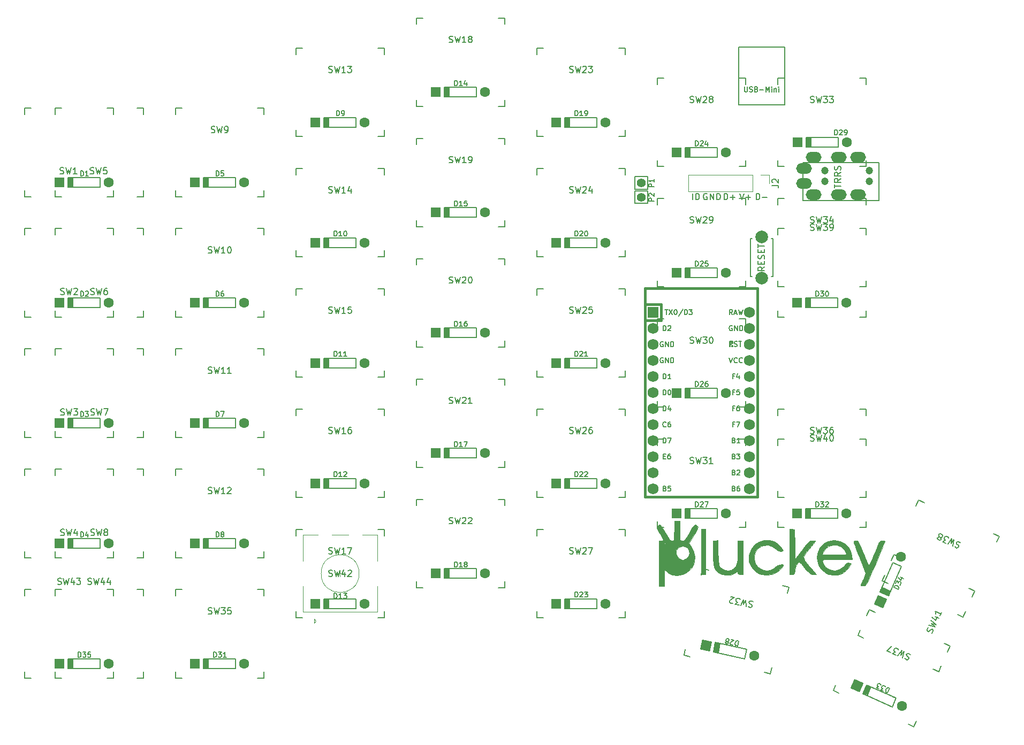
<source format=gbr>
%TF.GenerationSoftware,KiCad,Pcbnew,(6.0.1)*%
%TF.CreationDate,2022-01-28T13:41:17+01:00*%
%TF.ProjectId,pcb,7063622e-6b69-4636-9164-5f7063625858,rev?*%
%TF.SameCoordinates,Original*%
%TF.FileFunction,Legend,Top*%
%TF.FilePolarity,Positive*%
%FSLAX46Y46*%
G04 Gerber Fmt 4.6, Leading zero omitted, Abs format (unit mm)*
G04 Created by KiCad (PCBNEW (6.0.1)) date 2022-01-28 13:41:17*
%MOMM*%
%LPD*%
G01*
G04 APERTURE LIST*
G04 Aperture macros list*
%AMRotRect*
0 Rectangle, with rotation*
0 The origin of the aperture is its center*
0 $1 length*
0 $2 width*
0 $3 Rotation angle, in degrees counterclockwise*
0 Add horizontal line*
21,1,$1,$2,0,0,$3*%
G04 Aperture macros list end*
%ADD10C,0.150000*%
%ADD11C,0.200000*%
%ADD12C,0.120000*%
%ADD13C,0.381000*%
%ADD14C,0.010000*%
%ADD15R,1.600000X1.600000*%
%ADD16C,1.600000*%
%ADD17RotRect,1.600000X1.600000X168.000000*%
%ADD18RotRect,1.600000X1.600000X155.900000*%
%ADD19RotRect,1.600000X1.600000X245.900000*%
%ADD20C,1.397000*%
%ADD21R,1.752600X1.752600*%
%ADD22C,1.752600*%
%ADD23C,2.000000*%
%ADD24C,1.200000*%
%ADD25O,2.500000X1.700000*%
G04 APERTURE END LIST*
D10*
%TO.C,D1*%
X39916173Y-87068154D02*
X39916173Y-86268154D01*
X40106650Y-86268154D01*
X40220935Y-86306250D01*
X40297126Y-86382440D01*
X40335221Y-86458630D01*
X40373316Y-86611011D01*
X40373316Y-86725297D01*
X40335221Y-86877678D01*
X40297126Y-86953869D01*
X40220935Y-87030059D01*
X40106650Y-87068154D01*
X39916173Y-87068154D01*
X41135221Y-87068154D02*
X40678078Y-87068154D01*
X40906650Y-87068154D02*
X40906650Y-86268154D01*
X40830459Y-86382440D01*
X40754269Y-86458630D01*
X40678078Y-86496726D01*
%TO.C,D2*%
X39916173Y-106118154D02*
X39916173Y-105318154D01*
X40106650Y-105318154D01*
X40220935Y-105356250D01*
X40297126Y-105432440D01*
X40335221Y-105508630D01*
X40373316Y-105661011D01*
X40373316Y-105775297D01*
X40335221Y-105927678D01*
X40297126Y-106003869D01*
X40220935Y-106080059D01*
X40106650Y-106118154D01*
X39916173Y-106118154D01*
X40678078Y-105394345D02*
X40716173Y-105356250D01*
X40792364Y-105318154D01*
X40982840Y-105318154D01*
X41059030Y-105356250D01*
X41097126Y-105394345D01*
X41135221Y-105470535D01*
X41135221Y-105546726D01*
X41097126Y-105661011D01*
X40639983Y-106118154D01*
X41135221Y-106118154D01*
%TO.C,D3*%
X39916173Y-125168154D02*
X39916173Y-124368154D01*
X40106650Y-124368154D01*
X40220935Y-124406250D01*
X40297126Y-124482440D01*
X40335221Y-124558630D01*
X40373316Y-124711011D01*
X40373316Y-124825297D01*
X40335221Y-124977678D01*
X40297126Y-125053869D01*
X40220935Y-125130059D01*
X40106650Y-125168154D01*
X39916173Y-125168154D01*
X40639983Y-124368154D02*
X41135221Y-124368154D01*
X40868554Y-124672916D01*
X40982840Y-124672916D01*
X41059030Y-124711011D01*
X41097126Y-124749107D01*
X41135221Y-124825297D01*
X41135221Y-125015773D01*
X41097126Y-125091964D01*
X41059030Y-125130059D01*
X40982840Y-125168154D01*
X40754269Y-125168154D01*
X40678078Y-125130059D01*
X40639983Y-125091964D01*
%TO.C,D4*%
X39916173Y-144218154D02*
X39916173Y-143418154D01*
X40106650Y-143418154D01*
X40220935Y-143456250D01*
X40297126Y-143532440D01*
X40335221Y-143608630D01*
X40373316Y-143761011D01*
X40373316Y-143875297D01*
X40335221Y-144027678D01*
X40297126Y-144103869D01*
X40220935Y-144180059D01*
X40106650Y-144218154D01*
X39916173Y-144218154D01*
X41059030Y-143684821D02*
X41059030Y-144218154D01*
X40868554Y-143380059D02*
X40678078Y-143951488D01*
X41173316Y-143951488D01*
%TO.C,D6*%
X61347423Y-106118154D02*
X61347423Y-105318154D01*
X61537900Y-105318154D01*
X61652185Y-105356250D01*
X61728376Y-105432440D01*
X61766471Y-105508630D01*
X61804566Y-105661011D01*
X61804566Y-105775297D01*
X61766471Y-105927678D01*
X61728376Y-106003869D01*
X61652185Y-106080059D01*
X61537900Y-106118154D01*
X61347423Y-106118154D01*
X62490280Y-105318154D02*
X62337900Y-105318154D01*
X62261709Y-105356250D01*
X62223614Y-105394345D01*
X62147423Y-105508630D01*
X62109328Y-105661011D01*
X62109328Y-105965773D01*
X62147423Y-106041964D01*
X62185519Y-106080059D01*
X62261709Y-106118154D01*
X62414090Y-106118154D01*
X62490280Y-106080059D01*
X62528376Y-106041964D01*
X62566471Y-105965773D01*
X62566471Y-105775297D01*
X62528376Y-105699107D01*
X62490280Y-105661011D01*
X62414090Y-105622916D01*
X62261709Y-105622916D01*
X62185519Y-105661011D01*
X62147423Y-105699107D01*
X62109328Y-105775297D01*
%TO.C,D7*%
X61347423Y-125168154D02*
X61347423Y-124368154D01*
X61537900Y-124368154D01*
X61652185Y-124406250D01*
X61728376Y-124482440D01*
X61766471Y-124558630D01*
X61804566Y-124711011D01*
X61804566Y-124825297D01*
X61766471Y-124977678D01*
X61728376Y-125053869D01*
X61652185Y-125130059D01*
X61537900Y-125168154D01*
X61347423Y-125168154D01*
X62071233Y-124368154D02*
X62604566Y-124368154D01*
X62261709Y-125168154D01*
%TO.C,D8*%
X61347423Y-144218154D02*
X61347423Y-143418154D01*
X61537900Y-143418154D01*
X61652185Y-143456250D01*
X61728376Y-143532440D01*
X61766471Y-143608630D01*
X61804566Y-143761011D01*
X61804566Y-143875297D01*
X61766471Y-144027678D01*
X61728376Y-144103869D01*
X61652185Y-144180059D01*
X61537900Y-144218154D01*
X61347423Y-144218154D01*
X62261709Y-143761011D02*
X62185519Y-143722916D01*
X62147423Y-143684821D01*
X62109328Y-143608630D01*
X62109328Y-143570535D01*
X62147423Y-143494345D01*
X62185519Y-143456250D01*
X62261709Y-143418154D01*
X62414090Y-143418154D01*
X62490280Y-143456250D01*
X62528376Y-143494345D01*
X62566471Y-143570535D01*
X62566471Y-143608630D01*
X62528376Y-143684821D01*
X62490280Y-143722916D01*
X62414090Y-143761011D01*
X62261709Y-143761011D01*
X62185519Y-143799107D01*
X62147423Y-143837202D01*
X62109328Y-143913392D01*
X62109328Y-144065773D01*
X62147423Y-144141964D01*
X62185519Y-144180059D01*
X62261709Y-144218154D01*
X62414090Y-144218154D01*
X62490280Y-144180059D01*
X62528376Y-144141964D01*
X62566471Y-144065773D01*
X62566471Y-143913392D01*
X62528376Y-143837202D01*
X62490280Y-143799107D01*
X62414090Y-143761011D01*
%TO.C,D9*%
X80397423Y-77543154D02*
X80397423Y-76743154D01*
X80587900Y-76743154D01*
X80702185Y-76781250D01*
X80778376Y-76857440D01*
X80816471Y-76933630D01*
X80854566Y-77086011D01*
X80854566Y-77200297D01*
X80816471Y-77352678D01*
X80778376Y-77428869D01*
X80702185Y-77505059D01*
X80587900Y-77543154D01*
X80397423Y-77543154D01*
X81235519Y-77543154D02*
X81387900Y-77543154D01*
X81464090Y-77505059D01*
X81502185Y-77466964D01*
X81578376Y-77352678D01*
X81616471Y-77200297D01*
X81616471Y-76895535D01*
X81578376Y-76819345D01*
X81540280Y-76781250D01*
X81464090Y-76743154D01*
X81311709Y-76743154D01*
X81235519Y-76781250D01*
X81197423Y-76819345D01*
X81159328Y-76895535D01*
X81159328Y-77086011D01*
X81197423Y-77162202D01*
X81235519Y-77200297D01*
X81311709Y-77238392D01*
X81464090Y-77238392D01*
X81540280Y-77200297D01*
X81578376Y-77162202D01*
X81616471Y-77086011D01*
%TO.C,D10*%
X80016471Y-96593154D02*
X80016471Y-95793154D01*
X80206947Y-95793154D01*
X80321233Y-95831250D01*
X80397423Y-95907440D01*
X80435519Y-95983630D01*
X80473614Y-96136011D01*
X80473614Y-96250297D01*
X80435519Y-96402678D01*
X80397423Y-96478869D01*
X80321233Y-96555059D01*
X80206947Y-96593154D01*
X80016471Y-96593154D01*
X81235519Y-96593154D02*
X80778376Y-96593154D01*
X81006947Y-96593154D02*
X81006947Y-95793154D01*
X80930757Y-95907440D01*
X80854566Y-95983630D01*
X80778376Y-96021726D01*
X81730757Y-95793154D02*
X81806947Y-95793154D01*
X81883138Y-95831250D01*
X81921233Y-95869345D01*
X81959328Y-95945535D01*
X81997423Y-96097916D01*
X81997423Y-96288392D01*
X81959328Y-96440773D01*
X81921233Y-96516964D01*
X81883138Y-96555059D01*
X81806947Y-96593154D01*
X81730757Y-96593154D01*
X81654566Y-96555059D01*
X81616471Y-96516964D01*
X81578376Y-96440773D01*
X81540280Y-96288392D01*
X81540280Y-96097916D01*
X81578376Y-95945535D01*
X81616471Y-95869345D01*
X81654566Y-95831250D01*
X81730757Y-95793154D01*
%TO.C,D11*%
X80016471Y-115643154D02*
X80016471Y-114843154D01*
X80206947Y-114843154D01*
X80321233Y-114881250D01*
X80397423Y-114957440D01*
X80435519Y-115033630D01*
X80473614Y-115186011D01*
X80473614Y-115300297D01*
X80435519Y-115452678D01*
X80397423Y-115528869D01*
X80321233Y-115605059D01*
X80206947Y-115643154D01*
X80016471Y-115643154D01*
X81235519Y-115643154D02*
X80778376Y-115643154D01*
X81006947Y-115643154D02*
X81006947Y-114843154D01*
X80930757Y-114957440D01*
X80854566Y-115033630D01*
X80778376Y-115071726D01*
X81997423Y-115643154D02*
X81540280Y-115643154D01*
X81768852Y-115643154D02*
X81768852Y-114843154D01*
X81692661Y-114957440D01*
X81616471Y-115033630D01*
X81540280Y-115071726D01*
%TO.C,D12*%
X80016471Y-134693154D02*
X80016471Y-133893154D01*
X80206947Y-133893154D01*
X80321233Y-133931250D01*
X80397423Y-134007440D01*
X80435519Y-134083630D01*
X80473614Y-134236011D01*
X80473614Y-134350297D01*
X80435519Y-134502678D01*
X80397423Y-134578869D01*
X80321233Y-134655059D01*
X80206947Y-134693154D01*
X80016471Y-134693154D01*
X81235519Y-134693154D02*
X80778376Y-134693154D01*
X81006947Y-134693154D02*
X81006947Y-133893154D01*
X80930757Y-134007440D01*
X80854566Y-134083630D01*
X80778376Y-134121726D01*
X81540280Y-133969345D02*
X81578376Y-133931250D01*
X81654566Y-133893154D01*
X81845042Y-133893154D01*
X81921233Y-133931250D01*
X81959328Y-133969345D01*
X81997423Y-134045535D01*
X81997423Y-134121726D01*
X81959328Y-134236011D01*
X81502185Y-134693154D01*
X81997423Y-134693154D01*
%TO.C,D14*%
X99066471Y-72780654D02*
X99066471Y-71980654D01*
X99256947Y-71980654D01*
X99371233Y-72018750D01*
X99447423Y-72094940D01*
X99485519Y-72171130D01*
X99523614Y-72323511D01*
X99523614Y-72437797D01*
X99485519Y-72590178D01*
X99447423Y-72666369D01*
X99371233Y-72742559D01*
X99256947Y-72780654D01*
X99066471Y-72780654D01*
X100285519Y-72780654D02*
X99828376Y-72780654D01*
X100056947Y-72780654D02*
X100056947Y-71980654D01*
X99980757Y-72094940D01*
X99904566Y-72171130D01*
X99828376Y-72209226D01*
X100971233Y-72247321D02*
X100971233Y-72780654D01*
X100780757Y-71942559D02*
X100590280Y-72513988D01*
X101085519Y-72513988D01*
%TO.C,D15*%
X99066471Y-91830654D02*
X99066471Y-91030654D01*
X99256947Y-91030654D01*
X99371233Y-91068750D01*
X99447423Y-91144940D01*
X99485519Y-91221130D01*
X99523614Y-91373511D01*
X99523614Y-91487797D01*
X99485519Y-91640178D01*
X99447423Y-91716369D01*
X99371233Y-91792559D01*
X99256947Y-91830654D01*
X99066471Y-91830654D01*
X100285519Y-91830654D02*
X99828376Y-91830654D01*
X100056947Y-91830654D02*
X100056947Y-91030654D01*
X99980757Y-91144940D01*
X99904566Y-91221130D01*
X99828376Y-91259226D01*
X101009328Y-91030654D02*
X100628376Y-91030654D01*
X100590280Y-91411607D01*
X100628376Y-91373511D01*
X100704566Y-91335416D01*
X100895042Y-91335416D01*
X100971233Y-91373511D01*
X101009328Y-91411607D01*
X101047423Y-91487797D01*
X101047423Y-91678273D01*
X101009328Y-91754464D01*
X100971233Y-91792559D01*
X100895042Y-91830654D01*
X100704566Y-91830654D01*
X100628376Y-91792559D01*
X100590280Y-91754464D01*
%TO.C,D16*%
X99066471Y-110880654D02*
X99066471Y-110080654D01*
X99256947Y-110080654D01*
X99371233Y-110118750D01*
X99447423Y-110194940D01*
X99485519Y-110271130D01*
X99523614Y-110423511D01*
X99523614Y-110537797D01*
X99485519Y-110690178D01*
X99447423Y-110766369D01*
X99371233Y-110842559D01*
X99256947Y-110880654D01*
X99066471Y-110880654D01*
X100285519Y-110880654D02*
X99828376Y-110880654D01*
X100056947Y-110880654D02*
X100056947Y-110080654D01*
X99980757Y-110194940D01*
X99904566Y-110271130D01*
X99828376Y-110309226D01*
X100971233Y-110080654D02*
X100818852Y-110080654D01*
X100742661Y-110118750D01*
X100704566Y-110156845D01*
X100628376Y-110271130D01*
X100590280Y-110423511D01*
X100590280Y-110728273D01*
X100628376Y-110804464D01*
X100666471Y-110842559D01*
X100742661Y-110880654D01*
X100895042Y-110880654D01*
X100971233Y-110842559D01*
X101009328Y-110804464D01*
X101047423Y-110728273D01*
X101047423Y-110537797D01*
X101009328Y-110461607D01*
X100971233Y-110423511D01*
X100895042Y-110385416D01*
X100742661Y-110385416D01*
X100666471Y-110423511D01*
X100628376Y-110461607D01*
X100590280Y-110537797D01*
%TO.C,D17*%
X99066471Y-129930654D02*
X99066471Y-129130654D01*
X99256947Y-129130654D01*
X99371233Y-129168750D01*
X99447423Y-129244940D01*
X99485519Y-129321130D01*
X99523614Y-129473511D01*
X99523614Y-129587797D01*
X99485519Y-129740178D01*
X99447423Y-129816369D01*
X99371233Y-129892559D01*
X99256947Y-129930654D01*
X99066471Y-129930654D01*
X100285519Y-129930654D02*
X99828376Y-129930654D01*
X100056947Y-129930654D02*
X100056947Y-129130654D01*
X99980757Y-129244940D01*
X99904566Y-129321130D01*
X99828376Y-129359226D01*
X100552185Y-129130654D02*
X101085519Y-129130654D01*
X100742661Y-129930654D01*
%TO.C,D18*%
X99066471Y-148980654D02*
X99066471Y-148180654D01*
X99256947Y-148180654D01*
X99371233Y-148218750D01*
X99447423Y-148294940D01*
X99485519Y-148371130D01*
X99523614Y-148523511D01*
X99523614Y-148637797D01*
X99485519Y-148790178D01*
X99447423Y-148866369D01*
X99371233Y-148942559D01*
X99256947Y-148980654D01*
X99066471Y-148980654D01*
X100285519Y-148980654D02*
X99828376Y-148980654D01*
X100056947Y-148980654D02*
X100056947Y-148180654D01*
X99980757Y-148294940D01*
X99904566Y-148371130D01*
X99828376Y-148409226D01*
X100742661Y-148523511D02*
X100666471Y-148485416D01*
X100628376Y-148447321D01*
X100590280Y-148371130D01*
X100590280Y-148333035D01*
X100628376Y-148256845D01*
X100666471Y-148218750D01*
X100742661Y-148180654D01*
X100895042Y-148180654D01*
X100971233Y-148218750D01*
X101009328Y-148256845D01*
X101047423Y-148333035D01*
X101047423Y-148371130D01*
X101009328Y-148447321D01*
X100971233Y-148485416D01*
X100895042Y-148523511D01*
X100742661Y-148523511D01*
X100666471Y-148561607D01*
X100628376Y-148599702D01*
X100590280Y-148675892D01*
X100590280Y-148828273D01*
X100628376Y-148904464D01*
X100666471Y-148942559D01*
X100742661Y-148980654D01*
X100895042Y-148980654D01*
X100971233Y-148942559D01*
X101009328Y-148904464D01*
X101047423Y-148828273D01*
X101047423Y-148675892D01*
X101009328Y-148599702D01*
X100971233Y-148561607D01*
X100895042Y-148523511D01*
%TO.C,D19*%
X118116471Y-77543154D02*
X118116471Y-76743154D01*
X118306947Y-76743154D01*
X118421233Y-76781250D01*
X118497423Y-76857440D01*
X118535519Y-76933630D01*
X118573614Y-77086011D01*
X118573614Y-77200297D01*
X118535519Y-77352678D01*
X118497423Y-77428869D01*
X118421233Y-77505059D01*
X118306947Y-77543154D01*
X118116471Y-77543154D01*
X119335519Y-77543154D02*
X118878376Y-77543154D01*
X119106947Y-77543154D02*
X119106947Y-76743154D01*
X119030757Y-76857440D01*
X118954566Y-76933630D01*
X118878376Y-76971726D01*
X119716471Y-77543154D02*
X119868852Y-77543154D01*
X119945042Y-77505059D01*
X119983138Y-77466964D01*
X120059328Y-77352678D01*
X120097423Y-77200297D01*
X120097423Y-76895535D01*
X120059328Y-76819345D01*
X120021233Y-76781250D01*
X119945042Y-76743154D01*
X119792661Y-76743154D01*
X119716471Y-76781250D01*
X119678376Y-76819345D01*
X119640280Y-76895535D01*
X119640280Y-77086011D01*
X119678376Y-77162202D01*
X119716471Y-77200297D01*
X119792661Y-77238392D01*
X119945042Y-77238392D01*
X120021233Y-77200297D01*
X120059328Y-77162202D01*
X120097423Y-77086011D01*
%TO.C,D20*%
X118116471Y-96593154D02*
X118116471Y-95793154D01*
X118306947Y-95793154D01*
X118421233Y-95831250D01*
X118497423Y-95907440D01*
X118535519Y-95983630D01*
X118573614Y-96136011D01*
X118573614Y-96250297D01*
X118535519Y-96402678D01*
X118497423Y-96478869D01*
X118421233Y-96555059D01*
X118306947Y-96593154D01*
X118116471Y-96593154D01*
X118878376Y-95869345D02*
X118916471Y-95831250D01*
X118992661Y-95793154D01*
X119183138Y-95793154D01*
X119259328Y-95831250D01*
X119297423Y-95869345D01*
X119335519Y-95945535D01*
X119335519Y-96021726D01*
X119297423Y-96136011D01*
X118840280Y-96593154D01*
X119335519Y-96593154D01*
X119830757Y-95793154D02*
X119906947Y-95793154D01*
X119983138Y-95831250D01*
X120021233Y-95869345D01*
X120059328Y-95945535D01*
X120097423Y-96097916D01*
X120097423Y-96288392D01*
X120059328Y-96440773D01*
X120021233Y-96516964D01*
X119983138Y-96555059D01*
X119906947Y-96593154D01*
X119830757Y-96593154D01*
X119754566Y-96555059D01*
X119716471Y-96516964D01*
X119678376Y-96440773D01*
X119640280Y-96288392D01*
X119640280Y-96097916D01*
X119678376Y-95945535D01*
X119716471Y-95869345D01*
X119754566Y-95831250D01*
X119830757Y-95793154D01*
%TO.C,D21*%
X118116471Y-115643154D02*
X118116471Y-114843154D01*
X118306947Y-114843154D01*
X118421233Y-114881250D01*
X118497423Y-114957440D01*
X118535519Y-115033630D01*
X118573614Y-115186011D01*
X118573614Y-115300297D01*
X118535519Y-115452678D01*
X118497423Y-115528869D01*
X118421233Y-115605059D01*
X118306947Y-115643154D01*
X118116471Y-115643154D01*
X118878376Y-114919345D02*
X118916471Y-114881250D01*
X118992661Y-114843154D01*
X119183138Y-114843154D01*
X119259328Y-114881250D01*
X119297423Y-114919345D01*
X119335519Y-114995535D01*
X119335519Y-115071726D01*
X119297423Y-115186011D01*
X118840280Y-115643154D01*
X119335519Y-115643154D01*
X120097423Y-115643154D02*
X119640280Y-115643154D01*
X119868852Y-115643154D02*
X119868852Y-114843154D01*
X119792661Y-114957440D01*
X119716471Y-115033630D01*
X119640280Y-115071726D01*
%TO.C,D22*%
X118116471Y-134693154D02*
X118116471Y-133893154D01*
X118306947Y-133893154D01*
X118421233Y-133931250D01*
X118497423Y-134007440D01*
X118535519Y-134083630D01*
X118573614Y-134236011D01*
X118573614Y-134350297D01*
X118535519Y-134502678D01*
X118497423Y-134578869D01*
X118421233Y-134655059D01*
X118306947Y-134693154D01*
X118116471Y-134693154D01*
X118878376Y-133969345D02*
X118916471Y-133931250D01*
X118992661Y-133893154D01*
X119183138Y-133893154D01*
X119259328Y-133931250D01*
X119297423Y-133969345D01*
X119335519Y-134045535D01*
X119335519Y-134121726D01*
X119297423Y-134236011D01*
X118840280Y-134693154D01*
X119335519Y-134693154D01*
X119640280Y-133969345D02*
X119678376Y-133931250D01*
X119754566Y-133893154D01*
X119945042Y-133893154D01*
X120021233Y-133931250D01*
X120059328Y-133969345D01*
X120097423Y-134045535D01*
X120097423Y-134121726D01*
X120059328Y-134236011D01*
X119602185Y-134693154D01*
X120097423Y-134693154D01*
%TO.C,D23*%
X118116471Y-153743154D02*
X118116471Y-152943154D01*
X118306947Y-152943154D01*
X118421233Y-152981250D01*
X118497423Y-153057440D01*
X118535519Y-153133630D01*
X118573614Y-153286011D01*
X118573614Y-153400297D01*
X118535519Y-153552678D01*
X118497423Y-153628869D01*
X118421233Y-153705059D01*
X118306947Y-153743154D01*
X118116471Y-153743154D01*
X118878376Y-153019345D02*
X118916471Y-152981250D01*
X118992661Y-152943154D01*
X119183138Y-152943154D01*
X119259328Y-152981250D01*
X119297423Y-153019345D01*
X119335519Y-153095535D01*
X119335519Y-153171726D01*
X119297423Y-153286011D01*
X118840280Y-153743154D01*
X119335519Y-153743154D01*
X119602185Y-152943154D02*
X120097423Y-152943154D01*
X119830757Y-153247916D01*
X119945042Y-153247916D01*
X120021233Y-153286011D01*
X120059328Y-153324107D01*
X120097423Y-153400297D01*
X120097423Y-153590773D01*
X120059328Y-153666964D01*
X120021233Y-153705059D01*
X119945042Y-153743154D01*
X119716471Y-153743154D01*
X119640280Y-153705059D01*
X119602185Y-153666964D01*
%TO.C,D24*%
X137166471Y-82305654D02*
X137166471Y-81505654D01*
X137356947Y-81505654D01*
X137471233Y-81543750D01*
X137547423Y-81619940D01*
X137585519Y-81696130D01*
X137623614Y-81848511D01*
X137623614Y-81962797D01*
X137585519Y-82115178D01*
X137547423Y-82191369D01*
X137471233Y-82267559D01*
X137356947Y-82305654D01*
X137166471Y-82305654D01*
X137928376Y-81581845D02*
X137966471Y-81543750D01*
X138042661Y-81505654D01*
X138233138Y-81505654D01*
X138309328Y-81543750D01*
X138347423Y-81581845D01*
X138385519Y-81658035D01*
X138385519Y-81734226D01*
X138347423Y-81848511D01*
X137890280Y-82305654D01*
X138385519Y-82305654D01*
X139071233Y-81772321D02*
X139071233Y-82305654D01*
X138880757Y-81467559D02*
X138690280Y-82038988D01*
X139185519Y-82038988D01*
%TO.C,D25*%
X137166471Y-101355654D02*
X137166471Y-100555654D01*
X137356947Y-100555654D01*
X137471233Y-100593750D01*
X137547423Y-100669940D01*
X137585519Y-100746130D01*
X137623614Y-100898511D01*
X137623614Y-101012797D01*
X137585519Y-101165178D01*
X137547423Y-101241369D01*
X137471233Y-101317559D01*
X137356947Y-101355654D01*
X137166471Y-101355654D01*
X137928376Y-100631845D02*
X137966471Y-100593750D01*
X138042661Y-100555654D01*
X138233138Y-100555654D01*
X138309328Y-100593750D01*
X138347423Y-100631845D01*
X138385519Y-100708035D01*
X138385519Y-100784226D01*
X138347423Y-100898511D01*
X137890280Y-101355654D01*
X138385519Y-101355654D01*
X139109328Y-100555654D02*
X138728376Y-100555654D01*
X138690280Y-100936607D01*
X138728376Y-100898511D01*
X138804566Y-100860416D01*
X138995042Y-100860416D01*
X139071233Y-100898511D01*
X139109328Y-100936607D01*
X139147423Y-101012797D01*
X139147423Y-101203273D01*
X139109328Y-101279464D01*
X139071233Y-101317559D01*
X138995042Y-101355654D01*
X138804566Y-101355654D01*
X138728376Y-101317559D01*
X138690280Y-101279464D01*
%TO.C,D26*%
X137166471Y-120405654D02*
X137166471Y-119605654D01*
X137356947Y-119605654D01*
X137471233Y-119643750D01*
X137547423Y-119719940D01*
X137585519Y-119796130D01*
X137623614Y-119948511D01*
X137623614Y-120062797D01*
X137585519Y-120215178D01*
X137547423Y-120291369D01*
X137471233Y-120367559D01*
X137356947Y-120405654D01*
X137166471Y-120405654D01*
X137928376Y-119681845D02*
X137966471Y-119643750D01*
X138042661Y-119605654D01*
X138233138Y-119605654D01*
X138309328Y-119643750D01*
X138347423Y-119681845D01*
X138385519Y-119758035D01*
X138385519Y-119834226D01*
X138347423Y-119948511D01*
X137890280Y-120405654D01*
X138385519Y-120405654D01*
X139071233Y-119605654D02*
X138918852Y-119605654D01*
X138842661Y-119643750D01*
X138804566Y-119681845D01*
X138728376Y-119796130D01*
X138690280Y-119948511D01*
X138690280Y-120253273D01*
X138728376Y-120329464D01*
X138766471Y-120367559D01*
X138842661Y-120405654D01*
X138995042Y-120405654D01*
X139071233Y-120367559D01*
X139109328Y-120329464D01*
X139147423Y-120253273D01*
X139147423Y-120062797D01*
X139109328Y-119986607D01*
X139071233Y-119948511D01*
X138995042Y-119910416D01*
X138842661Y-119910416D01*
X138766471Y-119948511D01*
X138728376Y-119986607D01*
X138690280Y-120062797D01*
%TO.C,D27*%
X137166471Y-139455654D02*
X137166471Y-138655654D01*
X137356947Y-138655654D01*
X137471233Y-138693750D01*
X137547423Y-138769940D01*
X137585519Y-138846130D01*
X137623614Y-138998511D01*
X137623614Y-139112797D01*
X137585519Y-139265178D01*
X137547423Y-139341369D01*
X137471233Y-139417559D01*
X137356947Y-139455654D01*
X137166471Y-139455654D01*
X137928376Y-138731845D02*
X137966471Y-138693750D01*
X138042661Y-138655654D01*
X138233138Y-138655654D01*
X138309328Y-138693750D01*
X138347423Y-138731845D01*
X138385519Y-138808035D01*
X138385519Y-138884226D01*
X138347423Y-138998511D01*
X137890280Y-139455654D01*
X138385519Y-139455654D01*
X138652185Y-138655654D02*
X139185519Y-138655654D01*
X138842661Y-139455654D01*
%TO.C,D28*%
X143991356Y-160698087D02*
X143825027Y-161480605D01*
X143638713Y-161441002D01*
X143534845Y-161379978D01*
X143476161Y-161289612D01*
X143454739Y-161207166D01*
X143449158Y-161050194D01*
X143472919Y-160938406D01*
X143541864Y-160797276D01*
X143594967Y-160730670D01*
X143685334Y-160671986D01*
X143805042Y-160658484D01*
X143991356Y-160698087D01*
X143095612Y-161247670D02*
X143050429Y-161277013D01*
X142967983Y-161298434D01*
X142781669Y-161258832D01*
X142715064Y-161205729D01*
X142685722Y-161160545D01*
X142664300Y-161078099D01*
X142680141Y-161003574D01*
X142741165Y-160899706D01*
X143283364Y-160547598D01*
X142798948Y-160444632D01*
X142256749Y-160796740D02*
X142323354Y-160849844D01*
X142352697Y-160895027D01*
X142374119Y-160977473D01*
X142366198Y-161014736D01*
X142313094Y-161081341D01*
X142267911Y-161110683D01*
X142185465Y-161132105D01*
X142036414Y-161100423D01*
X141969809Y-161047320D01*
X141940467Y-161002136D01*
X141919045Y-160919690D01*
X141926965Y-160882428D01*
X141980069Y-160815823D01*
X142025252Y-160786480D01*
X142107698Y-160765058D01*
X142256749Y-160796740D01*
X142339195Y-160775318D01*
X142384378Y-160745976D01*
X142437482Y-160679371D01*
X142469164Y-160530320D01*
X142447742Y-160447874D01*
X142418400Y-160402691D01*
X142351795Y-160349587D01*
X142202744Y-160317905D01*
X142120298Y-160339327D01*
X142075114Y-160368669D01*
X142022011Y-160435274D01*
X141990329Y-160584326D01*
X142011751Y-160666772D01*
X142041093Y-160711955D01*
X142107698Y-160765058D01*
%TO.C,D29*%
X159178571Y-80561904D02*
X159178571Y-79761904D01*
X159369047Y-79761904D01*
X159483333Y-79800000D01*
X159559523Y-79876190D01*
X159597619Y-79952380D01*
X159635714Y-80104761D01*
X159635714Y-80219047D01*
X159597619Y-80371428D01*
X159559523Y-80447619D01*
X159483333Y-80523809D01*
X159369047Y-80561904D01*
X159178571Y-80561904D01*
X159940476Y-79838095D02*
X159978571Y-79800000D01*
X160054761Y-79761904D01*
X160245238Y-79761904D01*
X160321428Y-79800000D01*
X160359523Y-79838095D01*
X160397619Y-79914285D01*
X160397619Y-79990476D01*
X160359523Y-80104761D01*
X159902380Y-80561904D01*
X160397619Y-80561904D01*
X160778571Y-80561904D02*
X160930952Y-80561904D01*
X161007142Y-80523809D01*
X161045238Y-80485714D01*
X161121428Y-80371428D01*
X161159523Y-80219047D01*
X161159523Y-79914285D01*
X161121428Y-79838095D01*
X161083333Y-79800000D01*
X161007142Y-79761904D01*
X160854761Y-79761904D01*
X160778571Y-79800000D01*
X160740476Y-79838095D01*
X160702380Y-79914285D01*
X160702380Y-80104761D01*
X160740476Y-80180952D01*
X160778571Y-80219047D01*
X160854761Y-80257142D01*
X161007142Y-80257142D01*
X161083333Y-80219047D01*
X161121428Y-80180952D01*
X161159523Y-80104761D01*
%TO.C,D30*%
X156216471Y-106118154D02*
X156216471Y-105318154D01*
X156406947Y-105318154D01*
X156521233Y-105356250D01*
X156597423Y-105432440D01*
X156635519Y-105508630D01*
X156673614Y-105661011D01*
X156673614Y-105775297D01*
X156635519Y-105927678D01*
X156597423Y-106003869D01*
X156521233Y-106080059D01*
X156406947Y-106118154D01*
X156216471Y-106118154D01*
X156940280Y-105318154D02*
X157435519Y-105318154D01*
X157168852Y-105622916D01*
X157283138Y-105622916D01*
X157359328Y-105661011D01*
X157397423Y-105699107D01*
X157435519Y-105775297D01*
X157435519Y-105965773D01*
X157397423Y-106041964D01*
X157359328Y-106080059D01*
X157283138Y-106118154D01*
X157054566Y-106118154D01*
X156978376Y-106080059D01*
X156940280Y-106041964D01*
X157930757Y-105318154D02*
X158006947Y-105318154D01*
X158083138Y-105356250D01*
X158121233Y-105394345D01*
X158159328Y-105470535D01*
X158197423Y-105622916D01*
X158197423Y-105813392D01*
X158159328Y-105965773D01*
X158121233Y-106041964D01*
X158083138Y-106080059D01*
X158006947Y-106118154D01*
X157930757Y-106118154D01*
X157854566Y-106080059D01*
X157816471Y-106041964D01*
X157778376Y-105965773D01*
X157740280Y-105813392D01*
X157740280Y-105622916D01*
X157778376Y-105470535D01*
X157816471Y-105394345D01*
X157854566Y-105356250D01*
X157930757Y-105318154D01*
%TO.C,D31*%
X60966471Y-163268154D02*
X60966471Y-162468154D01*
X61156947Y-162468154D01*
X61271233Y-162506250D01*
X61347423Y-162582440D01*
X61385519Y-162658630D01*
X61423614Y-162811011D01*
X61423614Y-162925297D01*
X61385519Y-163077678D01*
X61347423Y-163153869D01*
X61271233Y-163230059D01*
X61156947Y-163268154D01*
X60966471Y-163268154D01*
X61690280Y-162468154D02*
X62185519Y-162468154D01*
X61918852Y-162772916D01*
X62033138Y-162772916D01*
X62109328Y-162811011D01*
X62147423Y-162849107D01*
X62185519Y-162925297D01*
X62185519Y-163115773D01*
X62147423Y-163191964D01*
X62109328Y-163230059D01*
X62033138Y-163268154D01*
X61804566Y-163268154D01*
X61728376Y-163230059D01*
X61690280Y-163191964D01*
X62947423Y-163268154D02*
X62490280Y-163268154D01*
X62718852Y-163268154D02*
X62718852Y-162468154D01*
X62642661Y-162582440D01*
X62566471Y-162658630D01*
X62490280Y-162696726D01*
%TO.C,D32*%
X156216471Y-139455654D02*
X156216471Y-138655654D01*
X156406947Y-138655654D01*
X156521233Y-138693750D01*
X156597423Y-138769940D01*
X156635519Y-138846130D01*
X156673614Y-138998511D01*
X156673614Y-139112797D01*
X156635519Y-139265178D01*
X156597423Y-139341369D01*
X156521233Y-139417559D01*
X156406947Y-139455654D01*
X156216471Y-139455654D01*
X156940280Y-138655654D02*
X157435519Y-138655654D01*
X157168852Y-138960416D01*
X157283138Y-138960416D01*
X157359328Y-138998511D01*
X157397423Y-139036607D01*
X157435519Y-139112797D01*
X157435519Y-139303273D01*
X157397423Y-139379464D01*
X157359328Y-139417559D01*
X157283138Y-139455654D01*
X157054566Y-139455654D01*
X156978376Y-139417559D01*
X156940280Y-139379464D01*
X157740280Y-138731845D02*
X157778376Y-138693750D01*
X157854566Y-138655654D01*
X158045042Y-138655654D01*
X158121233Y-138693750D01*
X158159328Y-138731845D01*
X158197423Y-138808035D01*
X158197423Y-138884226D01*
X158159328Y-138998511D01*
X157702185Y-139455654D01*
X158197423Y-139455654D01*
%TO.C,D33*%
X167888544Y-168171710D02*
X167561880Y-168901978D01*
X167388007Y-168824200D01*
X167299238Y-168742759D01*
X167260800Y-168642099D01*
X167257136Y-168556995D01*
X167284583Y-168402341D01*
X167331250Y-168298017D01*
X167428246Y-168174474D01*
X167494132Y-168120480D01*
X167594792Y-168082041D01*
X167714671Y-168093933D01*
X167888544Y-168171710D01*
X166901162Y-168606424D02*
X166449092Y-168404203D01*
X166816958Y-168234894D01*
X166712634Y-168188228D01*
X166658640Y-168122343D01*
X166639421Y-168072012D01*
X166635757Y-167986908D01*
X166713534Y-167813035D01*
X166779420Y-167759041D01*
X166829750Y-167739822D01*
X166914855Y-167736158D01*
X167123502Y-167829491D01*
X167177496Y-167895376D01*
X167196715Y-167945706D01*
X166205669Y-168295315D02*
X165753599Y-168093094D01*
X166121465Y-167923786D01*
X166017141Y-167877119D01*
X165963147Y-167811234D01*
X165943928Y-167760904D01*
X165940264Y-167675799D01*
X166018042Y-167501926D01*
X166083927Y-167447932D01*
X166134257Y-167428713D01*
X166219362Y-167425049D01*
X166428010Y-167518382D01*
X166482004Y-167584267D01*
X166501223Y-167634597D01*
%TO.C,D34*%
X169266099Y-152539680D02*
X168535831Y-152213016D01*
X168613609Y-152039143D01*
X168695050Y-151950374D01*
X168795710Y-151911936D01*
X168880814Y-151908272D01*
X169035468Y-151935719D01*
X169139792Y-151982386D01*
X169263335Y-152079382D01*
X169317329Y-152145268D01*
X169355768Y-152245928D01*
X169343876Y-152365807D01*
X169266099Y-152539680D01*
X168831385Y-151552298D02*
X169033606Y-151100228D01*
X169202915Y-151468094D01*
X169249581Y-151363770D01*
X169315466Y-151309776D01*
X169365797Y-151290557D01*
X169450901Y-151286893D01*
X169624774Y-151364670D01*
X169678768Y-151430556D01*
X169697987Y-151480886D01*
X169701651Y-151565991D01*
X169608318Y-151774638D01*
X169542433Y-151828632D01*
X169492103Y-151847851D01*
X169557026Y-150583172D02*
X170043871Y-150800949D01*
X169201052Y-150632602D02*
X169644894Y-151039807D01*
X169847115Y-150587737D01*
%TO.C,J1*%
X144925238Y-72951904D02*
X144925238Y-73599523D01*
X144963333Y-73675714D01*
X145001428Y-73713809D01*
X145077619Y-73751904D01*
X145230000Y-73751904D01*
X145306190Y-73713809D01*
X145344285Y-73675714D01*
X145382380Y-73599523D01*
X145382380Y-72951904D01*
X145725238Y-73713809D02*
X145839523Y-73751904D01*
X146030000Y-73751904D01*
X146106190Y-73713809D01*
X146144285Y-73675714D01*
X146182380Y-73599523D01*
X146182380Y-73523333D01*
X146144285Y-73447142D01*
X146106190Y-73409047D01*
X146030000Y-73370952D01*
X145877619Y-73332857D01*
X145801428Y-73294761D01*
X145763333Y-73256666D01*
X145725238Y-73180476D01*
X145725238Y-73104285D01*
X145763333Y-73028095D01*
X145801428Y-72990000D01*
X145877619Y-72951904D01*
X146068095Y-72951904D01*
X146182380Y-72990000D01*
X146791904Y-73332857D02*
X146906190Y-73370952D01*
X146944285Y-73409047D01*
X146982380Y-73485238D01*
X146982380Y-73599523D01*
X146944285Y-73675714D01*
X146906190Y-73713809D01*
X146830000Y-73751904D01*
X146525238Y-73751904D01*
X146525238Y-72951904D01*
X146791904Y-72951904D01*
X146868095Y-72990000D01*
X146906190Y-73028095D01*
X146944285Y-73104285D01*
X146944285Y-73180476D01*
X146906190Y-73256666D01*
X146868095Y-73294761D01*
X146791904Y-73332857D01*
X146525238Y-73332857D01*
X147325238Y-73447142D02*
X147934761Y-73447142D01*
X148315714Y-73751904D02*
X148315714Y-72951904D01*
X148582380Y-73523333D01*
X148849047Y-72951904D01*
X148849047Y-73751904D01*
X149230000Y-73751904D02*
X149230000Y-73218571D01*
X149230000Y-72951904D02*
X149191904Y-72990000D01*
X149230000Y-73028095D01*
X149268095Y-72990000D01*
X149230000Y-72951904D01*
X149230000Y-73028095D01*
X149610952Y-73218571D02*
X149610952Y-73751904D01*
X149610952Y-73294761D02*
X149649047Y-73256666D01*
X149725238Y-73218571D01*
X149839523Y-73218571D01*
X149915714Y-73256666D01*
X149953809Y-73332857D01*
X149953809Y-73751904D01*
X150334761Y-73751904D02*
X150334761Y-73218571D01*
X150334761Y-72951904D02*
X150296666Y-72990000D01*
X150334761Y-73028095D01*
X150372857Y-72990000D01*
X150334761Y-72951904D01*
X150334761Y-73028095D01*
%TO.C,J2*%
X149297380Y-88558333D02*
X150011666Y-88558333D01*
X150154523Y-88605952D01*
X150249761Y-88701190D01*
X150297380Y-88844047D01*
X150297380Y-88939285D01*
X149392619Y-88129761D02*
X149345000Y-88082142D01*
X149297380Y-87986904D01*
X149297380Y-87748809D01*
X149345000Y-87653571D01*
X149392619Y-87605952D01*
X149487857Y-87558333D01*
X149583095Y-87558333D01*
X149725952Y-87605952D01*
X150297380Y-88177380D01*
X150297380Y-87558333D01*
X141681047Y-90836380D02*
X141681047Y-89836380D01*
X141919142Y-89836380D01*
X142062000Y-89884000D01*
X142157238Y-89979238D01*
X142204857Y-90074476D01*
X142252476Y-90264952D01*
X142252476Y-90407809D01*
X142204857Y-90598285D01*
X142157238Y-90693523D01*
X142062000Y-90788761D01*
X141919142Y-90836380D01*
X141681047Y-90836380D01*
X142681047Y-90455428D02*
X143442952Y-90455428D01*
X143062000Y-90836380D02*
X143062000Y-90074476D01*
X146761047Y-90836380D02*
X146761047Y-89836380D01*
X146999142Y-89836380D01*
X147142000Y-89884000D01*
X147237238Y-89979238D01*
X147284857Y-90074476D01*
X147332476Y-90264952D01*
X147332476Y-90407809D01*
X147284857Y-90598285D01*
X147237238Y-90693523D01*
X147142000Y-90788761D01*
X146999142Y-90836380D01*
X146761047Y-90836380D01*
X147761047Y-90455428D02*
X148522952Y-90455428D01*
X139006095Y-89884000D02*
X138910857Y-89836380D01*
X138768000Y-89836380D01*
X138625142Y-89884000D01*
X138529904Y-89979238D01*
X138482285Y-90074476D01*
X138434666Y-90264952D01*
X138434666Y-90407809D01*
X138482285Y-90598285D01*
X138529904Y-90693523D01*
X138625142Y-90788761D01*
X138768000Y-90836380D01*
X138863238Y-90836380D01*
X139006095Y-90788761D01*
X139053714Y-90741142D01*
X139053714Y-90407809D01*
X138863238Y-90407809D01*
X139482285Y-90836380D02*
X139482285Y-89836380D01*
X140053714Y-90836380D01*
X140053714Y-89836380D01*
X140529904Y-90836380D02*
X140529904Y-89836380D01*
X140768000Y-89836380D01*
X140910857Y-89884000D01*
X141006095Y-89979238D01*
X141053714Y-90074476D01*
X141101333Y-90264952D01*
X141101333Y-90407809D01*
X141053714Y-90598285D01*
X141006095Y-90693523D01*
X140910857Y-90788761D01*
X140768000Y-90836380D01*
X140529904Y-90836380D01*
X136728000Y-90836380D02*
X136728000Y-89836380D01*
X137204190Y-90836380D02*
X137204190Y-89836380D01*
X137442285Y-89836380D01*
X137585142Y-89884000D01*
X137680380Y-89979238D01*
X137728000Y-90074476D01*
X137775619Y-90264952D01*
X137775619Y-90407809D01*
X137728000Y-90598285D01*
X137680380Y-90693523D01*
X137585142Y-90788761D01*
X137442285Y-90836380D01*
X137204190Y-90836380D01*
X144149619Y-89836380D02*
X144482952Y-90836380D01*
X144816285Y-89836380D01*
X145149619Y-90455428D02*
X145911523Y-90455428D01*
X145530571Y-90836380D02*
X145530571Y-90074476D01*
%TO.C,P1*%
X130593695Y-88799923D02*
X129780895Y-88799923D01*
X129780895Y-88490285D01*
X129819600Y-88412876D01*
X129858304Y-88374171D01*
X129935714Y-88335466D01*
X130051828Y-88335466D01*
X130129238Y-88374171D01*
X130167942Y-88412876D01*
X130206647Y-88490285D01*
X130206647Y-88799923D01*
X130593695Y-87561371D02*
X130593695Y-88025828D01*
X130593695Y-87793600D02*
X129780895Y-87793600D01*
X129897009Y-87871009D01*
X129974419Y-87948419D01*
X130013123Y-88025828D01*
%TO.C,P2*%
X130593695Y-91024923D02*
X129780895Y-91024923D01*
X129780895Y-90715285D01*
X129819600Y-90637876D01*
X129858304Y-90599171D01*
X129935714Y-90560466D01*
X130051828Y-90560466D01*
X130129238Y-90599171D01*
X130167942Y-90637876D01*
X130206647Y-90715285D01*
X130206647Y-91024923D01*
X129858304Y-90250828D02*
X129819600Y-90212123D01*
X129780895Y-90134714D01*
X129780895Y-89941190D01*
X129819600Y-89863780D01*
X129858304Y-89825076D01*
X129935714Y-89786371D01*
X130013123Y-89786371D01*
X130129238Y-89825076D01*
X130593695Y-90289533D01*
X130593695Y-89786371D01*
%TO.C,SW1*%
X36666666Y-86693511D02*
X36809523Y-86741130D01*
X37047619Y-86741130D01*
X37142857Y-86693511D01*
X37190476Y-86645892D01*
X37238095Y-86550654D01*
X37238095Y-86455416D01*
X37190476Y-86360178D01*
X37142857Y-86312559D01*
X37047619Y-86264940D01*
X36857142Y-86217321D01*
X36761904Y-86169702D01*
X36714285Y-86122083D01*
X36666666Y-86026845D01*
X36666666Y-85931607D01*
X36714285Y-85836369D01*
X36761904Y-85788750D01*
X36857142Y-85741130D01*
X37095238Y-85741130D01*
X37238095Y-85788750D01*
X37571428Y-85741130D02*
X37809523Y-86741130D01*
X38000000Y-86026845D01*
X38190476Y-86741130D01*
X38428571Y-85741130D01*
X39333333Y-86741130D02*
X38761904Y-86741130D01*
X39047619Y-86741130D02*
X39047619Y-85741130D01*
X38952380Y-85883988D01*
X38857142Y-85979226D01*
X38761904Y-86026845D01*
%TO.C,SW2*%
X36766666Y-105793511D02*
X36909523Y-105841130D01*
X37147619Y-105841130D01*
X37242857Y-105793511D01*
X37290476Y-105745892D01*
X37338095Y-105650654D01*
X37338095Y-105555416D01*
X37290476Y-105460178D01*
X37242857Y-105412559D01*
X37147619Y-105364940D01*
X36957142Y-105317321D01*
X36861904Y-105269702D01*
X36814285Y-105222083D01*
X36766666Y-105126845D01*
X36766666Y-105031607D01*
X36814285Y-104936369D01*
X36861904Y-104888750D01*
X36957142Y-104841130D01*
X37195238Y-104841130D01*
X37338095Y-104888750D01*
X37671428Y-104841130D02*
X37909523Y-105841130D01*
X38100000Y-105126845D01*
X38290476Y-105841130D01*
X38528571Y-104841130D01*
X38861904Y-104936369D02*
X38909523Y-104888750D01*
X39004761Y-104841130D01*
X39242857Y-104841130D01*
X39338095Y-104888750D01*
X39385714Y-104936369D01*
X39433333Y-105031607D01*
X39433333Y-105126845D01*
X39385714Y-105269702D01*
X38814285Y-105841130D01*
X39433333Y-105841130D01*
%TO.C,SW4*%
X36766666Y-143943511D02*
X36909523Y-143991130D01*
X37147619Y-143991130D01*
X37242857Y-143943511D01*
X37290476Y-143895892D01*
X37338095Y-143800654D01*
X37338095Y-143705416D01*
X37290476Y-143610178D01*
X37242857Y-143562559D01*
X37147619Y-143514940D01*
X36957142Y-143467321D01*
X36861904Y-143419702D01*
X36814285Y-143372083D01*
X36766666Y-143276845D01*
X36766666Y-143181607D01*
X36814285Y-143086369D01*
X36861904Y-143038750D01*
X36957142Y-142991130D01*
X37195238Y-142991130D01*
X37338095Y-143038750D01*
X37671428Y-142991130D02*
X37909523Y-143991130D01*
X38100000Y-143276845D01*
X38290476Y-143991130D01*
X38528571Y-142991130D01*
X39338095Y-143324464D02*
X39338095Y-143991130D01*
X39100000Y-142943511D02*
X38861904Y-143657797D01*
X39480952Y-143657797D01*
%TO.C,SW6*%
X41516666Y-105804761D02*
X41659523Y-105852380D01*
X41897619Y-105852380D01*
X41992857Y-105804761D01*
X42040476Y-105757142D01*
X42088095Y-105661904D01*
X42088095Y-105566666D01*
X42040476Y-105471428D01*
X41992857Y-105423809D01*
X41897619Y-105376190D01*
X41707142Y-105328571D01*
X41611904Y-105280952D01*
X41564285Y-105233333D01*
X41516666Y-105138095D01*
X41516666Y-105042857D01*
X41564285Y-104947619D01*
X41611904Y-104900000D01*
X41707142Y-104852380D01*
X41945238Y-104852380D01*
X42088095Y-104900000D01*
X42421428Y-104852380D02*
X42659523Y-105852380D01*
X42850000Y-105138095D01*
X43040476Y-105852380D01*
X43278571Y-104852380D01*
X44088095Y-104852380D02*
X43897619Y-104852380D01*
X43802380Y-104900000D01*
X43754761Y-104947619D01*
X43659523Y-105090476D01*
X43611904Y-105280952D01*
X43611904Y-105661904D01*
X43659523Y-105757142D01*
X43707142Y-105804761D01*
X43802380Y-105852380D01*
X43992857Y-105852380D01*
X44088095Y-105804761D01*
X44135714Y-105757142D01*
X44183333Y-105661904D01*
X44183333Y-105423809D01*
X44135714Y-105328571D01*
X44088095Y-105280952D01*
X43992857Y-105233333D01*
X43802380Y-105233333D01*
X43707142Y-105280952D01*
X43659523Y-105328571D01*
X43611904Y-105423809D01*
%TO.C,SW8*%
X41529166Y-143943511D02*
X41672023Y-143991130D01*
X41910119Y-143991130D01*
X42005357Y-143943511D01*
X42052976Y-143895892D01*
X42100595Y-143800654D01*
X42100595Y-143705416D01*
X42052976Y-143610178D01*
X42005357Y-143562559D01*
X41910119Y-143514940D01*
X41719642Y-143467321D01*
X41624404Y-143419702D01*
X41576785Y-143372083D01*
X41529166Y-143276845D01*
X41529166Y-143181607D01*
X41576785Y-143086369D01*
X41624404Y-143038750D01*
X41719642Y-142991130D01*
X41957738Y-142991130D01*
X42100595Y-143038750D01*
X42433928Y-142991130D02*
X42672023Y-143991130D01*
X42862500Y-143276845D01*
X43052976Y-143991130D01*
X43291071Y-142991130D01*
X43814880Y-143419702D02*
X43719642Y-143372083D01*
X43672023Y-143324464D01*
X43624404Y-143229226D01*
X43624404Y-143181607D01*
X43672023Y-143086369D01*
X43719642Y-143038750D01*
X43814880Y-142991130D01*
X44005357Y-142991130D01*
X44100595Y-143038750D01*
X44148214Y-143086369D01*
X44195833Y-143181607D01*
X44195833Y-143229226D01*
X44148214Y-143324464D01*
X44100595Y-143372083D01*
X44005357Y-143419702D01*
X43814880Y-143419702D01*
X43719642Y-143467321D01*
X43672023Y-143514940D01*
X43624404Y-143610178D01*
X43624404Y-143800654D01*
X43672023Y-143895892D01*
X43719642Y-143943511D01*
X43814880Y-143991130D01*
X44005357Y-143991130D01*
X44100595Y-143943511D01*
X44148214Y-143895892D01*
X44195833Y-143800654D01*
X44195833Y-143610178D01*
X44148214Y-143514940D01*
X44100595Y-143467321D01*
X44005357Y-143419702D01*
%TO.C,SW10*%
X60102976Y-99227051D02*
X60245833Y-99274670D01*
X60483928Y-99274670D01*
X60579166Y-99227051D01*
X60626785Y-99179432D01*
X60674404Y-99084194D01*
X60674404Y-98988956D01*
X60626785Y-98893718D01*
X60579166Y-98846099D01*
X60483928Y-98798480D01*
X60293452Y-98750861D01*
X60198214Y-98703242D01*
X60150595Y-98655623D01*
X60102976Y-98560385D01*
X60102976Y-98465147D01*
X60150595Y-98369909D01*
X60198214Y-98322290D01*
X60293452Y-98274670D01*
X60531547Y-98274670D01*
X60674404Y-98322290D01*
X61007738Y-98274670D02*
X61245833Y-99274670D01*
X61436309Y-98560385D01*
X61626785Y-99274670D01*
X61864880Y-98274670D01*
X62769642Y-99274670D02*
X62198214Y-99274670D01*
X62483928Y-99274670D02*
X62483928Y-98274670D01*
X62388690Y-98417528D01*
X62293452Y-98512766D01*
X62198214Y-98560385D01*
X63388690Y-98274670D02*
X63483928Y-98274670D01*
X63579166Y-98322290D01*
X63626785Y-98369909D01*
X63674404Y-98465147D01*
X63722023Y-98655623D01*
X63722023Y-98893718D01*
X63674404Y-99084194D01*
X63626785Y-99179432D01*
X63579166Y-99227051D01*
X63483928Y-99274670D01*
X63388690Y-99274670D01*
X63293452Y-99227051D01*
X63245833Y-99179432D01*
X63198214Y-99084194D01*
X63150595Y-98893718D01*
X63150595Y-98655623D01*
X63198214Y-98465147D01*
X63245833Y-98369909D01*
X63293452Y-98322290D01*
X63388690Y-98274670D01*
%TO.C,SW11*%
X60103236Y-118277131D02*
X60246093Y-118324750D01*
X60484188Y-118324750D01*
X60579426Y-118277131D01*
X60627045Y-118229512D01*
X60674664Y-118134274D01*
X60674664Y-118039036D01*
X60627045Y-117943798D01*
X60579426Y-117896179D01*
X60484188Y-117848560D01*
X60293712Y-117800941D01*
X60198474Y-117753322D01*
X60150855Y-117705703D01*
X60103236Y-117610465D01*
X60103236Y-117515227D01*
X60150855Y-117419989D01*
X60198474Y-117372370D01*
X60293712Y-117324750D01*
X60531807Y-117324750D01*
X60674664Y-117372370D01*
X61007998Y-117324750D02*
X61246093Y-118324750D01*
X61436569Y-117610465D01*
X61627045Y-118324750D01*
X61865140Y-117324750D01*
X62769902Y-118324750D02*
X62198474Y-118324750D01*
X62484188Y-118324750D02*
X62484188Y-117324750D01*
X62388950Y-117467608D01*
X62293712Y-117562846D01*
X62198474Y-117610465D01*
X63722283Y-118324750D02*
X63150855Y-118324750D01*
X63436569Y-118324750D02*
X63436569Y-117324750D01*
X63341331Y-117467608D01*
X63246093Y-117562846D01*
X63150855Y-117610465D01*
%TO.C,SW12*%
X60102976Y-137327211D02*
X60245833Y-137374830D01*
X60483928Y-137374830D01*
X60579166Y-137327211D01*
X60626785Y-137279592D01*
X60674404Y-137184354D01*
X60674404Y-137089116D01*
X60626785Y-136993878D01*
X60579166Y-136946259D01*
X60483928Y-136898640D01*
X60293452Y-136851021D01*
X60198214Y-136803402D01*
X60150595Y-136755783D01*
X60102976Y-136660545D01*
X60102976Y-136565307D01*
X60150595Y-136470069D01*
X60198214Y-136422450D01*
X60293452Y-136374830D01*
X60531547Y-136374830D01*
X60674404Y-136422450D01*
X61007738Y-136374830D02*
X61245833Y-137374830D01*
X61436309Y-136660545D01*
X61626785Y-137374830D01*
X61864880Y-136374830D01*
X62769642Y-137374830D02*
X62198214Y-137374830D01*
X62483928Y-137374830D02*
X62483928Y-136374830D01*
X62388690Y-136517688D01*
X62293452Y-136612926D01*
X62198214Y-136660545D01*
X63150595Y-136470069D02*
X63198214Y-136422450D01*
X63293452Y-136374830D01*
X63531547Y-136374830D01*
X63626785Y-136422450D01*
X63674404Y-136470069D01*
X63722023Y-136565307D01*
X63722023Y-136660545D01*
X63674404Y-136803402D01*
X63102976Y-137374830D01*
X63722023Y-137374830D01*
%TO.C,SW14*%
X79152976Y-89702011D02*
X79295833Y-89749630D01*
X79533928Y-89749630D01*
X79629166Y-89702011D01*
X79676785Y-89654392D01*
X79724404Y-89559154D01*
X79724404Y-89463916D01*
X79676785Y-89368678D01*
X79629166Y-89321059D01*
X79533928Y-89273440D01*
X79343452Y-89225821D01*
X79248214Y-89178202D01*
X79200595Y-89130583D01*
X79152976Y-89035345D01*
X79152976Y-88940107D01*
X79200595Y-88844869D01*
X79248214Y-88797250D01*
X79343452Y-88749630D01*
X79581547Y-88749630D01*
X79724404Y-88797250D01*
X80057738Y-88749630D02*
X80295833Y-89749630D01*
X80486309Y-89035345D01*
X80676785Y-89749630D01*
X80914880Y-88749630D01*
X81819642Y-89749630D02*
X81248214Y-89749630D01*
X81533928Y-89749630D02*
X81533928Y-88749630D01*
X81438690Y-88892488D01*
X81343452Y-88987726D01*
X81248214Y-89035345D01*
X82676785Y-89082964D02*
X82676785Y-89749630D01*
X82438690Y-88702011D02*
X82200595Y-89416297D01*
X82819642Y-89416297D01*
%TO.C,SW15*%
X79152976Y-108752091D02*
X79295833Y-108799710D01*
X79533928Y-108799710D01*
X79629166Y-108752091D01*
X79676785Y-108704472D01*
X79724404Y-108609234D01*
X79724404Y-108513996D01*
X79676785Y-108418758D01*
X79629166Y-108371139D01*
X79533928Y-108323520D01*
X79343452Y-108275901D01*
X79248214Y-108228282D01*
X79200595Y-108180663D01*
X79152976Y-108085425D01*
X79152976Y-107990187D01*
X79200595Y-107894949D01*
X79248214Y-107847330D01*
X79343452Y-107799710D01*
X79581547Y-107799710D01*
X79724404Y-107847330D01*
X80057738Y-107799710D02*
X80295833Y-108799710D01*
X80486309Y-108085425D01*
X80676785Y-108799710D01*
X80914880Y-107799710D01*
X81819642Y-108799710D02*
X81248214Y-108799710D01*
X81533928Y-108799710D02*
X81533928Y-107799710D01*
X81438690Y-107942568D01*
X81343452Y-108037806D01*
X81248214Y-108085425D01*
X82724404Y-107799710D02*
X82248214Y-107799710D01*
X82200595Y-108275901D01*
X82248214Y-108228282D01*
X82343452Y-108180663D01*
X82581547Y-108180663D01*
X82676785Y-108228282D01*
X82724404Y-108275901D01*
X82772023Y-108371139D01*
X82772023Y-108609234D01*
X82724404Y-108704472D01*
X82676785Y-108752091D01*
X82581547Y-108799710D01*
X82343452Y-108799710D01*
X82248214Y-108752091D01*
X82200595Y-108704472D01*
%TO.C,SW16*%
X79153316Y-127802171D02*
X79296173Y-127849790D01*
X79534268Y-127849790D01*
X79629506Y-127802171D01*
X79677125Y-127754552D01*
X79724744Y-127659314D01*
X79724744Y-127564076D01*
X79677125Y-127468838D01*
X79629506Y-127421219D01*
X79534268Y-127373600D01*
X79343792Y-127325981D01*
X79248554Y-127278362D01*
X79200935Y-127230743D01*
X79153316Y-127135505D01*
X79153316Y-127040267D01*
X79200935Y-126945029D01*
X79248554Y-126897410D01*
X79343792Y-126849790D01*
X79581887Y-126849790D01*
X79724744Y-126897410D01*
X80058078Y-126849790D02*
X80296173Y-127849790D01*
X80486649Y-127135505D01*
X80677125Y-127849790D01*
X80915220Y-126849790D01*
X81819982Y-127849790D02*
X81248554Y-127849790D01*
X81534268Y-127849790D02*
X81534268Y-126849790D01*
X81439030Y-126992648D01*
X81343792Y-127087886D01*
X81248554Y-127135505D01*
X82677125Y-126849790D02*
X82486649Y-126849790D01*
X82391411Y-126897410D01*
X82343792Y-126945029D01*
X82248554Y-127087886D01*
X82200935Y-127278362D01*
X82200935Y-127659314D01*
X82248554Y-127754552D01*
X82296173Y-127802171D01*
X82391411Y-127849790D01*
X82581887Y-127849790D01*
X82677125Y-127802171D01*
X82724744Y-127754552D01*
X82772363Y-127659314D01*
X82772363Y-127421219D01*
X82724744Y-127325981D01*
X82677125Y-127278362D01*
X82581887Y-127230743D01*
X82391411Y-127230743D01*
X82296173Y-127278362D01*
X82248554Y-127325981D01*
X82200935Y-127421219D01*
%TO.C,SW19*%
X98203396Y-84939491D02*
X98346253Y-84987110D01*
X98584348Y-84987110D01*
X98679586Y-84939491D01*
X98727205Y-84891872D01*
X98774824Y-84796634D01*
X98774824Y-84701396D01*
X98727205Y-84606158D01*
X98679586Y-84558539D01*
X98584348Y-84510920D01*
X98393872Y-84463301D01*
X98298634Y-84415682D01*
X98251015Y-84368063D01*
X98203396Y-84272825D01*
X98203396Y-84177587D01*
X98251015Y-84082349D01*
X98298634Y-84034730D01*
X98393872Y-83987110D01*
X98631967Y-83987110D01*
X98774824Y-84034730D01*
X99108158Y-83987110D02*
X99346253Y-84987110D01*
X99536729Y-84272825D01*
X99727205Y-84987110D01*
X99965300Y-83987110D01*
X100870062Y-84987110D02*
X100298634Y-84987110D01*
X100584348Y-84987110D02*
X100584348Y-83987110D01*
X100489110Y-84129968D01*
X100393872Y-84225206D01*
X100298634Y-84272825D01*
X101346253Y-84987110D02*
X101536729Y-84987110D01*
X101631967Y-84939491D01*
X101679586Y-84891872D01*
X101774824Y-84749015D01*
X101822443Y-84558539D01*
X101822443Y-84177587D01*
X101774824Y-84082349D01*
X101727205Y-84034730D01*
X101631967Y-83987110D01*
X101441491Y-83987110D01*
X101346253Y-84034730D01*
X101298634Y-84082349D01*
X101251015Y-84177587D01*
X101251015Y-84415682D01*
X101298634Y-84510920D01*
X101346253Y-84558539D01*
X101441491Y-84606158D01*
X101631967Y-84606158D01*
X101727205Y-84558539D01*
X101774824Y-84510920D01*
X101822443Y-84415682D01*
%TO.C,SW20*%
X98202976Y-103989571D02*
X98345833Y-104037190D01*
X98583928Y-104037190D01*
X98679166Y-103989571D01*
X98726785Y-103941952D01*
X98774404Y-103846714D01*
X98774404Y-103751476D01*
X98726785Y-103656238D01*
X98679166Y-103608619D01*
X98583928Y-103561000D01*
X98393452Y-103513381D01*
X98298214Y-103465762D01*
X98250595Y-103418143D01*
X98202976Y-103322905D01*
X98202976Y-103227667D01*
X98250595Y-103132429D01*
X98298214Y-103084810D01*
X98393452Y-103037190D01*
X98631547Y-103037190D01*
X98774404Y-103084810D01*
X99107738Y-103037190D02*
X99345833Y-104037190D01*
X99536309Y-103322905D01*
X99726785Y-104037190D01*
X99964880Y-103037190D01*
X100298214Y-103132429D02*
X100345833Y-103084810D01*
X100441071Y-103037190D01*
X100679166Y-103037190D01*
X100774404Y-103084810D01*
X100822023Y-103132429D01*
X100869642Y-103227667D01*
X100869642Y-103322905D01*
X100822023Y-103465762D01*
X100250595Y-104037190D01*
X100869642Y-104037190D01*
X101488690Y-103037190D02*
X101583928Y-103037190D01*
X101679166Y-103084810D01*
X101726785Y-103132429D01*
X101774404Y-103227667D01*
X101822023Y-103418143D01*
X101822023Y-103656238D01*
X101774404Y-103846714D01*
X101726785Y-103941952D01*
X101679166Y-103989571D01*
X101583928Y-104037190D01*
X101488690Y-104037190D01*
X101393452Y-103989571D01*
X101345833Y-103941952D01*
X101298214Y-103846714D01*
X101250595Y-103656238D01*
X101250595Y-103418143D01*
X101298214Y-103227667D01*
X101345833Y-103132429D01*
X101393452Y-103084810D01*
X101488690Y-103037190D01*
%TO.C,SW22*%
X98202976Y-142089731D02*
X98345833Y-142137350D01*
X98583928Y-142137350D01*
X98679166Y-142089731D01*
X98726785Y-142042112D01*
X98774404Y-141946874D01*
X98774404Y-141851636D01*
X98726785Y-141756398D01*
X98679166Y-141708779D01*
X98583928Y-141661160D01*
X98393452Y-141613541D01*
X98298214Y-141565922D01*
X98250595Y-141518303D01*
X98202976Y-141423065D01*
X98202976Y-141327827D01*
X98250595Y-141232589D01*
X98298214Y-141184970D01*
X98393452Y-141137350D01*
X98631547Y-141137350D01*
X98774404Y-141184970D01*
X99107738Y-141137350D02*
X99345833Y-142137350D01*
X99536309Y-141423065D01*
X99726785Y-142137350D01*
X99964880Y-141137350D01*
X100298214Y-141232589D02*
X100345833Y-141184970D01*
X100441071Y-141137350D01*
X100679166Y-141137350D01*
X100774404Y-141184970D01*
X100822023Y-141232589D01*
X100869642Y-141327827D01*
X100869642Y-141423065D01*
X100822023Y-141565922D01*
X100250595Y-142137350D01*
X100869642Y-142137350D01*
X101250595Y-141232589D02*
X101298214Y-141184970D01*
X101393452Y-141137350D01*
X101631547Y-141137350D01*
X101726785Y-141184970D01*
X101774404Y-141232589D01*
X101822023Y-141327827D01*
X101822023Y-141423065D01*
X101774404Y-141565922D01*
X101202976Y-142137350D01*
X101822023Y-142137350D01*
%TO.C,SW23*%
X117252976Y-70651931D02*
X117395833Y-70699550D01*
X117633928Y-70699550D01*
X117729166Y-70651931D01*
X117776785Y-70604312D01*
X117824404Y-70509074D01*
X117824404Y-70413836D01*
X117776785Y-70318598D01*
X117729166Y-70270979D01*
X117633928Y-70223360D01*
X117443452Y-70175741D01*
X117348214Y-70128122D01*
X117300595Y-70080503D01*
X117252976Y-69985265D01*
X117252976Y-69890027D01*
X117300595Y-69794789D01*
X117348214Y-69747170D01*
X117443452Y-69699550D01*
X117681547Y-69699550D01*
X117824404Y-69747170D01*
X118157738Y-69699550D02*
X118395833Y-70699550D01*
X118586309Y-69985265D01*
X118776785Y-70699550D01*
X119014880Y-69699550D01*
X119348214Y-69794789D02*
X119395833Y-69747170D01*
X119491071Y-69699550D01*
X119729166Y-69699550D01*
X119824404Y-69747170D01*
X119872023Y-69794789D01*
X119919642Y-69890027D01*
X119919642Y-69985265D01*
X119872023Y-70128122D01*
X119300595Y-70699550D01*
X119919642Y-70699550D01*
X120252976Y-69699550D02*
X120872023Y-69699550D01*
X120538690Y-70080503D01*
X120681547Y-70080503D01*
X120776785Y-70128122D01*
X120824404Y-70175741D01*
X120872023Y-70270979D01*
X120872023Y-70509074D01*
X120824404Y-70604312D01*
X120776785Y-70651931D01*
X120681547Y-70699550D01*
X120395833Y-70699550D01*
X120300595Y-70651931D01*
X120252976Y-70604312D01*
%TO.C,SW24*%
X117252976Y-89702011D02*
X117395833Y-89749630D01*
X117633928Y-89749630D01*
X117729166Y-89702011D01*
X117776785Y-89654392D01*
X117824404Y-89559154D01*
X117824404Y-89463916D01*
X117776785Y-89368678D01*
X117729166Y-89321059D01*
X117633928Y-89273440D01*
X117443452Y-89225821D01*
X117348214Y-89178202D01*
X117300595Y-89130583D01*
X117252976Y-89035345D01*
X117252976Y-88940107D01*
X117300595Y-88844869D01*
X117348214Y-88797250D01*
X117443452Y-88749630D01*
X117681547Y-88749630D01*
X117824404Y-88797250D01*
X118157738Y-88749630D02*
X118395833Y-89749630D01*
X118586309Y-89035345D01*
X118776785Y-89749630D01*
X119014880Y-88749630D01*
X119348214Y-88844869D02*
X119395833Y-88797250D01*
X119491071Y-88749630D01*
X119729166Y-88749630D01*
X119824404Y-88797250D01*
X119872023Y-88844869D01*
X119919642Y-88940107D01*
X119919642Y-89035345D01*
X119872023Y-89178202D01*
X119300595Y-89749630D01*
X119919642Y-89749630D01*
X120776785Y-89082964D02*
X120776785Y-89749630D01*
X120538690Y-88702011D02*
X120300595Y-89416297D01*
X120919642Y-89416297D01*
%TO.C,SW25*%
X117253476Y-108752091D02*
X117396333Y-108799710D01*
X117634428Y-108799710D01*
X117729666Y-108752091D01*
X117777285Y-108704472D01*
X117824904Y-108609234D01*
X117824904Y-108513996D01*
X117777285Y-108418758D01*
X117729666Y-108371139D01*
X117634428Y-108323520D01*
X117443952Y-108275901D01*
X117348714Y-108228282D01*
X117301095Y-108180663D01*
X117253476Y-108085425D01*
X117253476Y-107990187D01*
X117301095Y-107894949D01*
X117348714Y-107847330D01*
X117443952Y-107799710D01*
X117682047Y-107799710D01*
X117824904Y-107847330D01*
X118158238Y-107799710D02*
X118396333Y-108799710D01*
X118586809Y-108085425D01*
X118777285Y-108799710D01*
X119015380Y-107799710D01*
X119348714Y-107894949D02*
X119396333Y-107847330D01*
X119491571Y-107799710D01*
X119729666Y-107799710D01*
X119824904Y-107847330D01*
X119872523Y-107894949D01*
X119920142Y-107990187D01*
X119920142Y-108085425D01*
X119872523Y-108228282D01*
X119301095Y-108799710D01*
X119920142Y-108799710D01*
X120824904Y-107799710D02*
X120348714Y-107799710D01*
X120301095Y-108275901D01*
X120348714Y-108228282D01*
X120443952Y-108180663D01*
X120682047Y-108180663D01*
X120777285Y-108228282D01*
X120824904Y-108275901D01*
X120872523Y-108371139D01*
X120872523Y-108609234D01*
X120824904Y-108704472D01*
X120777285Y-108752091D01*
X120682047Y-108799710D01*
X120443952Y-108799710D01*
X120348714Y-108752091D01*
X120301095Y-108704472D01*
%TO.C,SW26*%
X117252976Y-127802171D02*
X117395833Y-127849790D01*
X117633928Y-127849790D01*
X117729166Y-127802171D01*
X117776785Y-127754552D01*
X117824404Y-127659314D01*
X117824404Y-127564076D01*
X117776785Y-127468838D01*
X117729166Y-127421219D01*
X117633928Y-127373600D01*
X117443452Y-127325981D01*
X117348214Y-127278362D01*
X117300595Y-127230743D01*
X117252976Y-127135505D01*
X117252976Y-127040267D01*
X117300595Y-126945029D01*
X117348214Y-126897410D01*
X117443452Y-126849790D01*
X117681547Y-126849790D01*
X117824404Y-126897410D01*
X118157738Y-126849790D02*
X118395833Y-127849790D01*
X118586309Y-127135505D01*
X118776785Y-127849790D01*
X119014880Y-126849790D01*
X119348214Y-126945029D02*
X119395833Y-126897410D01*
X119491071Y-126849790D01*
X119729166Y-126849790D01*
X119824404Y-126897410D01*
X119872023Y-126945029D01*
X119919642Y-127040267D01*
X119919642Y-127135505D01*
X119872023Y-127278362D01*
X119300595Y-127849790D01*
X119919642Y-127849790D01*
X120776785Y-126849790D02*
X120586309Y-126849790D01*
X120491071Y-126897410D01*
X120443452Y-126945029D01*
X120348214Y-127087886D01*
X120300595Y-127278362D01*
X120300595Y-127659314D01*
X120348214Y-127754552D01*
X120395833Y-127802171D01*
X120491071Y-127849790D01*
X120681547Y-127849790D01*
X120776785Y-127802171D01*
X120824404Y-127754552D01*
X120872023Y-127659314D01*
X120872023Y-127421219D01*
X120824404Y-127325981D01*
X120776785Y-127278362D01*
X120681547Y-127230743D01*
X120491071Y-127230743D01*
X120395833Y-127278362D01*
X120348214Y-127325981D01*
X120300595Y-127421219D01*
%TO.C,SW27*%
X117252976Y-146852251D02*
X117395833Y-146899870D01*
X117633928Y-146899870D01*
X117729166Y-146852251D01*
X117776785Y-146804632D01*
X117824404Y-146709394D01*
X117824404Y-146614156D01*
X117776785Y-146518918D01*
X117729166Y-146471299D01*
X117633928Y-146423680D01*
X117443452Y-146376061D01*
X117348214Y-146328442D01*
X117300595Y-146280823D01*
X117252976Y-146185585D01*
X117252976Y-146090347D01*
X117300595Y-145995109D01*
X117348214Y-145947490D01*
X117443452Y-145899870D01*
X117681547Y-145899870D01*
X117824404Y-145947490D01*
X118157738Y-145899870D02*
X118395833Y-146899870D01*
X118586309Y-146185585D01*
X118776785Y-146899870D01*
X119014880Y-145899870D01*
X119348214Y-145995109D02*
X119395833Y-145947490D01*
X119491071Y-145899870D01*
X119729166Y-145899870D01*
X119824404Y-145947490D01*
X119872023Y-145995109D01*
X119919642Y-146090347D01*
X119919642Y-146185585D01*
X119872023Y-146328442D01*
X119300595Y-146899870D01*
X119919642Y-146899870D01*
X120252976Y-145899870D02*
X120919642Y-145899870D01*
X120491071Y-146899870D01*
%TO.C,SW28*%
X136302976Y-75414451D02*
X136445833Y-75462070D01*
X136683928Y-75462070D01*
X136779166Y-75414451D01*
X136826785Y-75366832D01*
X136874404Y-75271594D01*
X136874404Y-75176356D01*
X136826785Y-75081118D01*
X136779166Y-75033499D01*
X136683928Y-74985880D01*
X136493452Y-74938261D01*
X136398214Y-74890642D01*
X136350595Y-74843023D01*
X136302976Y-74747785D01*
X136302976Y-74652547D01*
X136350595Y-74557309D01*
X136398214Y-74509690D01*
X136493452Y-74462070D01*
X136731547Y-74462070D01*
X136874404Y-74509690D01*
X137207738Y-74462070D02*
X137445833Y-75462070D01*
X137636309Y-74747785D01*
X137826785Y-75462070D01*
X138064880Y-74462070D01*
X138398214Y-74557309D02*
X138445833Y-74509690D01*
X138541071Y-74462070D01*
X138779166Y-74462070D01*
X138874404Y-74509690D01*
X138922023Y-74557309D01*
X138969642Y-74652547D01*
X138969642Y-74747785D01*
X138922023Y-74890642D01*
X138350595Y-75462070D01*
X138969642Y-75462070D01*
X139541071Y-74890642D02*
X139445833Y-74843023D01*
X139398214Y-74795404D01*
X139350595Y-74700166D01*
X139350595Y-74652547D01*
X139398214Y-74557309D01*
X139445833Y-74509690D01*
X139541071Y-74462070D01*
X139731547Y-74462070D01*
X139826785Y-74509690D01*
X139874404Y-74557309D01*
X139922023Y-74652547D01*
X139922023Y-74700166D01*
X139874404Y-74795404D01*
X139826785Y-74843023D01*
X139731547Y-74890642D01*
X139541071Y-74890642D01*
X139445833Y-74938261D01*
X139398214Y-74985880D01*
X139350595Y-75081118D01*
X139350595Y-75271594D01*
X139398214Y-75366832D01*
X139445833Y-75414451D01*
X139541071Y-75462070D01*
X139731547Y-75462070D01*
X139826785Y-75414451D01*
X139874404Y-75366832D01*
X139922023Y-75271594D01*
X139922023Y-75081118D01*
X139874404Y-74985880D01*
X139826785Y-74938261D01*
X139731547Y-74890642D01*
%TO.C,SW29*%
X136303556Y-94464531D02*
X136446413Y-94512150D01*
X136684508Y-94512150D01*
X136779746Y-94464531D01*
X136827365Y-94416912D01*
X136874984Y-94321674D01*
X136874984Y-94226436D01*
X136827365Y-94131198D01*
X136779746Y-94083579D01*
X136684508Y-94035960D01*
X136494032Y-93988341D01*
X136398794Y-93940722D01*
X136351175Y-93893103D01*
X136303556Y-93797865D01*
X136303556Y-93702627D01*
X136351175Y-93607389D01*
X136398794Y-93559770D01*
X136494032Y-93512150D01*
X136732127Y-93512150D01*
X136874984Y-93559770D01*
X137208318Y-93512150D02*
X137446413Y-94512150D01*
X137636889Y-93797865D01*
X137827365Y-94512150D01*
X138065460Y-93512150D01*
X138398794Y-93607389D02*
X138446413Y-93559770D01*
X138541651Y-93512150D01*
X138779746Y-93512150D01*
X138874984Y-93559770D01*
X138922603Y-93607389D01*
X138970222Y-93702627D01*
X138970222Y-93797865D01*
X138922603Y-93940722D01*
X138351175Y-94512150D01*
X138970222Y-94512150D01*
X139446413Y-94512150D02*
X139636889Y-94512150D01*
X139732127Y-94464531D01*
X139779746Y-94416912D01*
X139874984Y-94274055D01*
X139922603Y-94083579D01*
X139922603Y-93702627D01*
X139874984Y-93607389D01*
X139827365Y-93559770D01*
X139732127Y-93512150D01*
X139541651Y-93512150D01*
X139446413Y-93559770D01*
X139398794Y-93607389D01*
X139351175Y-93702627D01*
X139351175Y-93940722D01*
X139398794Y-94035960D01*
X139446413Y-94083579D01*
X139541651Y-94131198D01*
X139732127Y-94131198D01*
X139827365Y-94083579D01*
X139874984Y-94035960D01*
X139922603Y-93940722D01*
%TO.C,SW30*%
X136303556Y-113514611D02*
X136446413Y-113562230D01*
X136684508Y-113562230D01*
X136779746Y-113514611D01*
X136827365Y-113466992D01*
X136874984Y-113371754D01*
X136874984Y-113276516D01*
X136827365Y-113181278D01*
X136779746Y-113133659D01*
X136684508Y-113086040D01*
X136494032Y-113038421D01*
X136398794Y-112990802D01*
X136351175Y-112943183D01*
X136303556Y-112847945D01*
X136303556Y-112752707D01*
X136351175Y-112657469D01*
X136398794Y-112609850D01*
X136494032Y-112562230D01*
X136732127Y-112562230D01*
X136874984Y-112609850D01*
X137208318Y-112562230D02*
X137446413Y-113562230D01*
X137636889Y-112847945D01*
X137827365Y-113562230D01*
X138065460Y-112562230D01*
X138351175Y-112562230D02*
X138970222Y-112562230D01*
X138636889Y-112943183D01*
X138779746Y-112943183D01*
X138874984Y-112990802D01*
X138922603Y-113038421D01*
X138970222Y-113133659D01*
X138970222Y-113371754D01*
X138922603Y-113466992D01*
X138874984Y-113514611D01*
X138779746Y-113562230D01*
X138494032Y-113562230D01*
X138398794Y-113514611D01*
X138351175Y-113466992D01*
X139589270Y-112562230D02*
X139684508Y-112562230D01*
X139779746Y-112609850D01*
X139827365Y-112657469D01*
X139874984Y-112752707D01*
X139922603Y-112943183D01*
X139922603Y-113181278D01*
X139874984Y-113371754D01*
X139827365Y-113466992D01*
X139779746Y-113514611D01*
X139684508Y-113562230D01*
X139589270Y-113562230D01*
X139494032Y-113514611D01*
X139446413Y-113466992D01*
X139398794Y-113371754D01*
X139351175Y-113181278D01*
X139351175Y-112943183D01*
X139398794Y-112752707D01*
X139446413Y-112657469D01*
X139494032Y-112609850D01*
X139589270Y-112562230D01*
%TO.C,SW31*%
X136303556Y-132564691D02*
X136446413Y-132612310D01*
X136684508Y-132612310D01*
X136779746Y-132564691D01*
X136827365Y-132517072D01*
X136874984Y-132421834D01*
X136874984Y-132326596D01*
X136827365Y-132231358D01*
X136779746Y-132183739D01*
X136684508Y-132136120D01*
X136494032Y-132088501D01*
X136398794Y-132040882D01*
X136351175Y-131993263D01*
X136303556Y-131898025D01*
X136303556Y-131802787D01*
X136351175Y-131707549D01*
X136398794Y-131659930D01*
X136494032Y-131612310D01*
X136732127Y-131612310D01*
X136874984Y-131659930D01*
X137208318Y-131612310D02*
X137446413Y-132612310D01*
X137636889Y-131898025D01*
X137827365Y-132612310D01*
X138065460Y-131612310D01*
X138351175Y-131612310D02*
X138970222Y-131612310D01*
X138636889Y-131993263D01*
X138779746Y-131993263D01*
X138874984Y-132040882D01*
X138922603Y-132088501D01*
X138970222Y-132183739D01*
X138970222Y-132421834D01*
X138922603Y-132517072D01*
X138874984Y-132564691D01*
X138779746Y-132612310D01*
X138494032Y-132612310D01*
X138398794Y-132564691D01*
X138351175Y-132517072D01*
X139922603Y-132612310D02*
X139351175Y-132612310D01*
X139636889Y-132612310D02*
X139636889Y-131612310D01*
X139541651Y-131755168D01*
X139446413Y-131850406D01*
X139351175Y-131898025D01*
%TO.C,SW33*%
X155353636Y-75414451D02*
X155496493Y-75462070D01*
X155734588Y-75462070D01*
X155829826Y-75414451D01*
X155877445Y-75366832D01*
X155925064Y-75271594D01*
X155925064Y-75176356D01*
X155877445Y-75081118D01*
X155829826Y-75033499D01*
X155734588Y-74985880D01*
X155544112Y-74938261D01*
X155448874Y-74890642D01*
X155401255Y-74843023D01*
X155353636Y-74747785D01*
X155353636Y-74652547D01*
X155401255Y-74557309D01*
X155448874Y-74509690D01*
X155544112Y-74462070D01*
X155782207Y-74462070D01*
X155925064Y-74509690D01*
X156258398Y-74462070D02*
X156496493Y-75462070D01*
X156686969Y-74747785D01*
X156877445Y-75462070D01*
X157115540Y-74462070D01*
X157401255Y-74462070D02*
X158020302Y-74462070D01*
X157686969Y-74843023D01*
X157829826Y-74843023D01*
X157925064Y-74890642D01*
X157972683Y-74938261D01*
X158020302Y-75033499D01*
X158020302Y-75271594D01*
X157972683Y-75366832D01*
X157925064Y-75414451D01*
X157829826Y-75462070D01*
X157544112Y-75462070D01*
X157448874Y-75414451D01*
X157401255Y-75366832D01*
X158353636Y-74462070D02*
X158972683Y-74462070D01*
X158639350Y-74843023D01*
X158782207Y-74843023D01*
X158877445Y-74890642D01*
X158925064Y-74938261D01*
X158972683Y-75033499D01*
X158972683Y-75271594D01*
X158925064Y-75366832D01*
X158877445Y-75414451D01*
X158782207Y-75462070D01*
X158496493Y-75462070D01*
X158401255Y-75414451D01*
X158353636Y-75366832D01*
%TO.C,SW34*%
X155353636Y-94464531D02*
X155496493Y-94512150D01*
X155734588Y-94512150D01*
X155829826Y-94464531D01*
X155877445Y-94416912D01*
X155925064Y-94321674D01*
X155925064Y-94226436D01*
X155877445Y-94131198D01*
X155829826Y-94083579D01*
X155734588Y-94035960D01*
X155544112Y-93988341D01*
X155448874Y-93940722D01*
X155401255Y-93893103D01*
X155353636Y-93797865D01*
X155353636Y-93702627D01*
X155401255Y-93607389D01*
X155448874Y-93559770D01*
X155544112Y-93512150D01*
X155782207Y-93512150D01*
X155925064Y-93559770D01*
X156258398Y-93512150D02*
X156496493Y-94512150D01*
X156686969Y-93797865D01*
X156877445Y-94512150D01*
X157115540Y-93512150D01*
X157401255Y-93512150D02*
X158020302Y-93512150D01*
X157686969Y-93893103D01*
X157829826Y-93893103D01*
X157925064Y-93940722D01*
X157972683Y-93988341D01*
X158020302Y-94083579D01*
X158020302Y-94321674D01*
X157972683Y-94416912D01*
X157925064Y-94464531D01*
X157829826Y-94512150D01*
X157544112Y-94512150D01*
X157448874Y-94464531D01*
X157401255Y-94416912D01*
X158877445Y-93845484D02*
X158877445Y-94512150D01*
X158639350Y-93464531D02*
X158401255Y-94178817D01*
X159020302Y-94178817D01*
%TO.C,SW35*%
X60103636Y-156377111D02*
X60246493Y-156424730D01*
X60484588Y-156424730D01*
X60579826Y-156377111D01*
X60627445Y-156329492D01*
X60675064Y-156234254D01*
X60675064Y-156139016D01*
X60627445Y-156043778D01*
X60579826Y-155996159D01*
X60484588Y-155948540D01*
X60294112Y-155900921D01*
X60198874Y-155853302D01*
X60151255Y-155805683D01*
X60103636Y-155710445D01*
X60103636Y-155615207D01*
X60151255Y-155519969D01*
X60198874Y-155472350D01*
X60294112Y-155424730D01*
X60532207Y-155424730D01*
X60675064Y-155472350D01*
X61008398Y-155424730D02*
X61246493Y-156424730D01*
X61436969Y-155710445D01*
X61627445Y-156424730D01*
X61865540Y-155424730D01*
X62151255Y-155424730D02*
X62770302Y-155424730D01*
X62436969Y-155805683D01*
X62579826Y-155805683D01*
X62675064Y-155853302D01*
X62722683Y-155900921D01*
X62770302Y-155996159D01*
X62770302Y-156234254D01*
X62722683Y-156329492D01*
X62675064Y-156377111D01*
X62579826Y-156424730D01*
X62294112Y-156424730D01*
X62198874Y-156377111D01*
X62151255Y-156329492D01*
X63675064Y-155424730D02*
X63198874Y-155424730D01*
X63151255Y-155900921D01*
X63198874Y-155853302D01*
X63294112Y-155805683D01*
X63532207Y-155805683D01*
X63627445Y-155853302D01*
X63675064Y-155900921D01*
X63722683Y-155996159D01*
X63722683Y-156234254D01*
X63675064Y-156329492D01*
X63627445Y-156377111D01*
X63532207Y-156424730D01*
X63294112Y-156424730D01*
X63198874Y-156377111D01*
X63151255Y-156329492D01*
%TO.C,SW36*%
X155353636Y-127802171D02*
X155496493Y-127849790D01*
X155734588Y-127849790D01*
X155829826Y-127802171D01*
X155877445Y-127754552D01*
X155925064Y-127659314D01*
X155925064Y-127564076D01*
X155877445Y-127468838D01*
X155829826Y-127421219D01*
X155734588Y-127373600D01*
X155544112Y-127325981D01*
X155448874Y-127278362D01*
X155401255Y-127230743D01*
X155353636Y-127135505D01*
X155353636Y-127040267D01*
X155401255Y-126945029D01*
X155448874Y-126897410D01*
X155544112Y-126849790D01*
X155782207Y-126849790D01*
X155925064Y-126897410D01*
X156258398Y-126849790D02*
X156496493Y-127849790D01*
X156686969Y-127135505D01*
X156877445Y-127849790D01*
X157115540Y-126849790D01*
X157401255Y-126849790D02*
X158020302Y-126849790D01*
X157686969Y-127230743D01*
X157829826Y-127230743D01*
X157925064Y-127278362D01*
X157972683Y-127325981D01*
X158020302Y-127421219D01*
X158020302Y-127659314D01*
X157972683Y-127754552D01*
X157925064Y-127802171D01*
X157829826Y-127849790D01*
X157544112Y-127849790D01*
X157448874Y-127802171D01*
X157401255Y-127754552D01*
X158877445Y-126849790D02*
X158686969Y-126849790D01*
X158591731Y-126897410D01*
X158544112Y-126945029D01*
X158448874Y-127087886D01*
X158401255Y-127278362D01*
X158401255Y-127659314D01*
X158448874Y-127754552D01*
X158496493Y-127802171D01*
X158591731Y-127849790D01*
X158782207Y-127849790D01*
X158877445Y-127802171D01*
X158925064Y-127754552D01*
X158972683Y-127659314D01*
X158972683Y-127421219D01*
X158925064Y-127325981D01*
X158877445Y-127278362D01*
X158782207Y-127230743D01*
X158591731Y-127230743D01*
X158496493Y-127278362D01*
X158448874Y-127325981D01*
X158401255Y-127421219D01*
%TO.C,SW38*%
X179070373Y-145170095D02*
X178959413Y-145068293D01*
X178742071Y-144971072D01*
X178635690Y-144975652D01*
X178572778Y-144999676D01*
X178490421Y-145067168D01*
X178451532Y-145154104D01*
X178456112Y-145260485D01*
X178480136Y-145323398D01*
X178547628Y-145405755D01*
X178702057Y-145527000D01*
X178769549Y-145609357D01*
X178793573Y-145672270D01*
X178798153Y-145778651D01*
X178759264Y-145865587D01*
X178676907Y-145933080D01*
X178613995Y-145957104D01*
X178507614Y-145961683D01*
X178290272Y-145864462D01*
X178179312Y-145762661D01*
X177855590Y-145670019D02*
X178046579Y-144659963D01*
X177581041Y-145234210D01*
X177698832Y-144504409D01*
X177073160Y-145320021D01*
X176812350Y-145203355D02*
X176247263Y-144950579D01*
X176707095Y-144738943D01*
X176576690Y-144680610D01*
X176509198Y-144598253D01*
X176485174Y-144535341D01*
X176480594Y-144428960D01*
X176577816Y-144211618D01*
X176660173Y-144144126D01*
X176723085Y-144120102D01*
X176829466Y-144115522D01*
X177090276Y-144232188D01*
X177157768Y-144314545D01*
X177181792Y-144377458D01*
X175900642Y-144326033D02*
X175968134Y-144408390D01*
X175992158Y-144471303D01*
X175996738Y-144577683D01*
X175977294Y-144621152D01*
X175894937Y-144688644D01*
X175832024Y-144712668D01*
X175725643Y-144717248D01*
X175551770Y-144639470D01*
X175484278Y-144557114D01*
X175460254Y-144494201D01*
X175455674Y-144387820D01*
X175475118Y-144344352D01*
X175557475Y-144276859D01*
X175620388Y-144252835D01*
X175726769Y-144248256D01*
X175900642Y-144326033D01*
X176007023Y-144321453D01*
X176069935Y-144297429D01*
X176152292Y-144229937D01*
X176230070Y-144056064D01*
X176225490Y-143949683D01*
X176201466Y-143886770D01*
X176133974Y-143804413D01*
X175960100Y-143726636D01*
X175853720Y-143731216D01*
X175790807Y-143755240D01*
X175708450Y-143822732D01*
X175630673Y-143996605D01*
X175635252Y-144102986D01*
X175659276Y-144165899D01*
X175726769Y-144248256D01*
%TO.C,SW39*%
X155353636Y-95655161D02*
X155496493Y-95702780D01*
X155734588Y-95702780D01*
X155829826Y-95655161D01*
X155877445Y-95607542D01*
X155925064Y-95512304D01*
X155925064Y-95417066D01*
X155877445Y-95321828D01*
X155829826Y-95274209D01*
X155734588Y-95226590D01*
X155544112Y-95178971D01*
X155448874Y-95131352D01*
X155401255Y-95083733D01*
X155353636Y-94988495D01*
X155353636Y-94893257D01*
X155401255Y-94798019D01*
X155448874Y-94750400D01*
X155544112Y-94702780D01*
X155782207Y-94702780D01*
X155925064Y-94750400D01*
X156258398Y-94702780D02*
X156496493Y-95702780D01*
X156686969Y-94988495D01*
X156877445Y-95702780D01*
X157115540Y-94702780D01*
X157401255Y-94702780D02*
X158020302Y-94702780D01*
X157686969Y-95083733D01*
X157829826Y-95083733D01*
X157925064Y-95131352D01*
X157972683Y-95178971D01*
X158020302Y-95274209D01*
X158020302Y-95512304D01*
X157972683Y-95607542D01*
X157925064Y-95655161D01*
X157829826Y-95702780D01*
X157544112Y-95702780D01*
X157448874Y-95655161D01*
X157401255Y-95607542D01*
X158496493Y-95702780D02*
X158686969Y-95702780D01*
X158782207Y-95655161D01*
X158829826Y-95607542D01*
X158925064Y-95464685D01*
X158972683Y-95274209D01*
X158972683Y-94893257D01*
X158925064Y-94798019D01*
X158877445Y-94750400D01*
X158782207Y-94702780D01*
X158591731Y-94702780D01*
X158496493Y-94750400D01*
X158448874Y-94798019D01*
X158401255Y-94893257D01*
X158401255Y-95131352D01*
X158448874Y-95226590D01*
X158496493Y-95274209D01*
X158591731Y-95321828D01*
X158782207Y-95321828D01*
X158877445Y-95274209D01*
X158925064Y-95226590D01*
X158972683Y-95131352D01*
%TO.C,SW40*%
X155353636Y-128992801D02*
X155496493Y-129040420D01*
X155734588Y-129040420D01*
X155829826Y-128992801D01*
X155877445Y-128945182D01*
X155925064Y-128849944D01*
X155925064Y-128754706D01*
X155877445Y-128659468D01*
X155829826Y-128611849D01*
X155734588Y-128564230D01*
X155544112Y-128516611D01*
X155448874Y-128468992D01*
X155401255Y-128421373D01*
X155353636Y-128326135D01*
X155353636Y-128230897D01*
X155401255Y-128135659D01*
X155448874Y-128088040D01*
X155544112Y-128040420D01*
X155782207Y-128040420D01*
X155925064Y-128088040D01*
X156258398Y-128040420D02*
X156496493Y-129040420D01*
X156686969Y-128326135D01*
X156877445Y-129040420D01*
X157115540Y-128040420D01*
X157925064Y-128373754D02*
X157925064Y-129040420D01*
X157686969Y-127992801D02*
X157448874Y-128707087D01*
X158067921Y-128707087D01*
X158639350Y-128040420D02*
X158734588Y-128040420D01*
X158829826Y-128088040D01*
X158877445Y-128135659D01*
X158925064Y-128230897D01*
X158972683Y-128421373D01*
X158972683Y-128659468D01*
X158925064Y-128849944D01*
X158877445Y-128945182D01*
X158829826Y-128992801D01*
X158734588Y-129040420D01*
X158639350Y-129040420D01*
X158544112Y-128992801D01*
X158496493Y-128945182D01*
X158448874Y-128849944D01*
X158401255Y-128659468D01*
X158401255Y-128421373D01*
X158448874Y-128230897D01*
X158496493Y-128135659D01*
X158544112Y-128088040D01*
X158639350Y-128040420D01*
%TO.C,SW32*%
X146254136Y-154480304D02*
X146124301Y-154404024D01*
X145891409Y-154354521D01*
X145788351Y-154381298D01*
X145731872Y-154417976D01*
X145665492Y-154501232D01*
X145645691Y-154594389D01*
X145672469Y-154697447D01*
X145709147Y-154753926D01*
X145792403Y-154820305D01*
X145968816Y-154906486D01*
X146052073Y-154972866D01*
X146088750Y-155029345D01*
X146115528Y-155132402D01*
X146095727Y-155225559D01*
X146029347Y-155308815D01*
X145972868Y-155345493D01*
X145869811Y-155372271D01*
X145636918Y-155322768D01*
X145507084Y-155246488D01*
X145171134Y-155223762D02*
X145146153Y-154196112D01*
X144811331Y-154855187D01*
X144773526Y-154116907D01*
X144332722Y-155045552D01*
X144053251Y-154986149D02*
X143447731Y-154857442D01*
X143852985Y-154554118D01*
X143713249Y-154524416D01*
X143629993Y-154458037D01*
X143593315Y-154401558D01*
X143566538Y-154298500D01*
X143616040Y-154065608D01*
X143682420Y-153982352D01*
X143738899Y-153945674D01*
X143841956Y-153918896D01*
X144121427Y-153978300D01*
X144204683Y-154044679D01*
X144241361Y-154101158D01*
X143094904Y-154685080D02*
X143038425Y-154721758D01*
X142935368Y-154748536D01*
X142702476Y-154699033D01*
X142619219Y-154632653D01*
X142582541Y-154576174D01*
X142555764Y-154473117D01*
X142575565Y-154379960D01*
X142651845Y-154250125D01*
X143329593Y-153809990D01*
X142724073Y-153681283D01*
%TO.C,SW3*%
X36766666Y-124893511D02*
X36909523Y-124941130D01*
X37147619Y-124941130D01*
X37242857Y-124893511D01*
X37290476Y-124845892D01*
X37338095Y-124750654D01*
X37338095Y-124655416D01*
X37290476Y-124560178D01*
X37242857Y-124512559D01*
X37147619Y-124464940D01*
X36957142Y-124417321D01*
X36861904Y-124369702D01*
X36814285Y-124322083D01*
X36766666Y-124226845D01*
X36766666Y-124131607D01*
X36814285Y-124036369D01*
X36861904Y-123988750D01*
X36957142Y-123941130D01*
X37195238Y-123941130D01*
X37338095Y-123988750D01*
X37671428Y-123941130D02*
X37909523Y-124941130D01*
X38100000Y-124226845D01*
X38290476Y-124941130D01*
X38528571Y-123941130D01*
X38814285Y-123941130D02*
X39433333Y-123941130D01*
X39100000Y-124322083D01*
X39242857Y-124322083D01*
X39338095Y-124369702D01*
X39385714Y-124417321D01*
X39433333Y-124512559D01*
X39433333Y-124750654D01*
X39385714Y-124845892D01*
X39338095Y-124893511D01*
X39242857Y-124941130D01*
X38957142Y-124941130D01*
X38861904Y-124893511D01*
X38814285Y-124845892D01*
%TO.C,SW13*%
X79152976Y-70651931D02*
X79295833Y-70699550D01*
X79533928Y-70699550D01*
X79629166Y-70651931D01*
X79676785Y-70604312D01*
X79724404Y-70509074D01*
X79724404Y-70413836D01*
X79676785Y-70318598D01*
X79629166Y-70270979D01*
X79533928Y-70223360D01*
X79343452Y-70175741D01*
X79248214Y-70128122D01*
X79200595Y-70080503D01*
X79152976Y-69985265D01*
X79152976Y-69890027D01*
X79200595Y-69794789D01*
X79248214Y-69747170D01*
X79343452Y-69699550D01*
X79581547Y-69699550D01*
X79724404Y-69747170D01*
X80057738Y-69699550D02*
X80295833Y-70699550D01*
X80486309Y-69985265D01*
X80676785Y-70699550D01*
X80914880Y-69699550D01*
X81819642Y-70699550D02*
X81248214Y-70699550D01*
X81533928Y-70699550D02*
X81533928Y-69699550D01*
X81438690Y-69842408D01*
X81343452Y-69937646D01*
X81248214Y-69985265D01*
X82152976Y-69699550D02*
X82772023Y-69699550D01*
X82438690Y-70080503D01*
X82581547Y-70080503D01*
X82676785Y-70128122D01*
X82724404Y-70175741D01*
X82772023Y-70270979D01*
X82772023Y-70509074D01*
X82724404Y-70604312D01*
X82676785Y-70651931D01*
X82581547Y-70699550D01*
X82295833Y-70699550D01*
X82200595Y-70651931D01*
X82152976Y-70604312D01*
%TO.C,SW18*%
X98202976Y-65889411D02*
X98345833Y-65937030D01*
X98583928Y-65937030D01*
X98679166Y-65889411D01*
X98726785Y-65841792D01*
X98774404Y-65746554D01*
X98774404Y-65651316D01*
X98726785Y-65556078D01*
X98679166Y-65508459D01*
X98583928Y-65460840D01*
X98393452Y-65413221D01*
X98298214Y-65365602D01*
X98250595Y-65317983D01*
X98202976Y-65222745D01*
X98202976Y-65127507D01*
X98250595Y-65032269D01*
X98298214Y-64984650D01*
X98393452Y-64937030D01*
X98631547Y-64937030D01*
X98774404Y-64984650D01*
X99107738Y-64937030D02*
X99345833Y-65937030D01*
X99536309Y-65222745D01*
X99726785Y-65937030D01*
X99964880Y-64937030D01*
X100869642Y-65937030D02*
X100298214Y-65937030D01*
X100583928Y-65937030D02*
X100583928Y-64937030D01*
X100488690Y-65079888D01*
X100393452Y-65175126D01*
X100298214Y-65222745D01*
X101441071Y-65365602D02*
X101345833Y-65317983D01*
X101298214Y-65270364D01*
X101250595Y-65175126D01*
X101250595Y-65127507D01*
X101298214Y-65032269D01*
X101345833Y-64984650D01*
X101441071Y-64937030D01*
X101631547Y-64937030D01*
X101726785Y-64984650D01*
X101774404Y-65032269D01*
X101822023Y-65127507D01*
X101822023Y-65175126D01*
X101774404Y-65270364D01*
X101726785Y-65317983D01*
X101631547Y-65365602D01*
X101441071Y-65365602D01*
X101345833Y-65413221D01*
X101298214Y-65460840D01*
X101250595Y-65556078D01*
X101250595Y-65746554D01*
X101298214Y-65841792D01*
X101345833Y-65889411D01*
X101441071Y-65937030D01*
X101631547Y-65937030D01*
X101726785Y-65889411D01*
X101774404Y-65841792D01*
X101822023Y-65746554D01*
X101822023Y-65556078D01*
X101774404Y-65460840D01*
X101726785Y-65413221D01*
X101631547Y-65365602D01*
%TO.C,SW7*%
X41529166Y-124893511D02*
X41672023Y-124941130D01*
X41910119Y-124941130D01*
X42005357Y-124893511D01*
X42052976Y-124845892D01*
X42100595Y-124750654D01*
X42100595Y-124655416D01*
X42052976Y-124560178D01*
X42005357Y-124512559D01*
X41910119Y-124464940D01*
X41719642Y-124417321D01*
X41624404Y-124369702D01*
X41576785Y-124322083D01*
X41529166Y-124226845D01*
X41529166Y-124131607D01*
X41576785Y-124036369D01*
X41624404Y-123988750D01*
X41719642Y-123941130D01*
X41957738Y-123941130D01*
X42100595Y-123988750D01*
X42433928Y-123941130D02*
X42672023Y-124941130D01*
X42862500Y-124226845D01*
X43052976Y-124941130D01*
X43291071Y-123941130D01*
X43576785Y-123941130D02*
X44243452Y-123941130D01*
X43814880Y-124941130D01*
%TO.C,D5*%
X61347423Y-87068154D02*
X61347423Y-86268154D01*
X61537900Y-86268154D01*
X61652185Y-86306250D01*
X61728376Y-86382440D01*
X61766471Y-86458630D01*
X61804566Y-86611011D01*
X61804566Y-86725297D01*
X61766471Y-86877678D01*
X61728376Y-86953869D01*
X61652185Y-87030059D01*
X61537900Y-87068154D01*
X61347423Y-87068154D01*
X62528376Y-86268154D02*
X62147423Y-86268154D01*
X62109328Y-86649107D01*
X62147423Y-86611011D01*
X62223614Y-86572916D01*
X62414090Y-86572916D01*
X62490280Y-86611011D01*
X62528376Y-86649107D01*
X62566471Y-86725297D01*
X62566471Y-86915773D01*
X62528376Y-86991964D01*
X62490280Y-87030059D01*
X62414090Y-87068154D01*
X62223614Y-87068154D01*
X62147423Y-87030059D01*
X62109328Y-86991964D01*
%TO.C,U1*%
X143021699Y-109026794D02*
X142755032Y-108645842D01*
X142564556Y-109026794D02*
X142564556Y-108226794D01*
X142869318Y-108226794D01*
X142945508Y-108264890D01*
X142983603Y-108302985D01*
X143021699Y-108379175D01*
X143021699Y-108493461D01*
X142983603Y-108569651D01*
X142945508Y-108607747D01*
X142869318Y-108645842D01*
X142564556Y-108645842D01*
X143326460Y-108798223D02*
X143707413Y-108798223D01*
X143250270Y-109026794D02*
X143516937Y-108226794D01*
X143783603Y-109026794D01*
X143974080Y-108226794D02*
X144164556Y-109026794D01*
X144316937Y-108455366D01*
X144469318Y-109026794D01*
X144659794Y-108226794D01*
X143307413Y-118767747D02*
X143040746Y-118767747D01*
X143040746Y-119186794D02*
X143040746Y-118386794D01*
X143421699Y-118386794D01*
X144069318Y-118653461D02*
X144069318Y-119186794D01*
X143878841Y-118348699D02*
X143688365Y-118920128D01*
X144183603Y-118920128D01*
X143250270Y-134007747D02*
X143364556Y-134045842D01*
X143402651Y-134083937D01*
X143440746Y-134160128D01*
X143440746Y-134274413D01*
X143402651Y-134350604D01*
X143364556Y-134388699D01*
X143288365Y-134426794D01*
X142983603Y-134426794D01*
X142983603Y-133626794D01*
X143250270Y-133626794D01*
X143326460Y-133664890D01*
X143364556Y-133702985D01*
X143402651Y-133779175D01*
X143402651Y-133855366D01*
X143364556Y-133931556D01*
X143326460Y-133969651D01*
X143250270Y-134007747D01*
X142983603Y-134007747D01*
X143745508Y-133702985D02*
X143783603Y-133664890D01*
X143859794Y-133626794D01*
X144050270Y-133626794D01*
X144126460Y-133664890D01*
X144164556Y-133702985D01*
X144202651Y-133779175D01*
X144202651Y-133855366D01*
X144164556Y-133969651D01*
X143707413Y-134426794D01*
X144202651Y-134426794D01*
X143307413Y-126387747D02*
X143040746Y-126387747D01*
X143040746Y-126806794D02*
X143040746Y-126006794D01*
X143421699Y-126006794D01*
X143650270Y-126006794D02*
X144183603Y-126006794D01*
X143840746Y-126806794D01*
X143250270Y-136547747D02*
X143364556Y-136585842D01*
X143402651Y-136623937D01*
X143440746Y-136700128D01*
X143440746Y-136814413D01*
X143402651Y-136890604D01*
X143364556Y-136928699D01*
X143288365Y-136966794D01*
X142983603Y-136966794D01*
X142983603Y-136166794D01*
X143250270Y-136166794D01*
X143326460Y-136204890D01*
X143364556Y-136242985D01*
X143402651Y-136319175D01*
X143402651Y-136395366D01*
X143364556Y-136471556D01*
X143326460Y-136509651D01*
X143250270Y-136547747D01*
X142983603Y-136547747D01*
X144126460Y-136166794D02*
X143974080Y-136166794D01*
X143897889Y-136204890D01*
X143859794Y-136242985D01*
X143783603Y-136357270D01*
X143745508Y-136509651D01*
X143745508Y-136814413D01*
X143783603Y-136890604D01*
X143821699Y-136928699D01*
X143897889Y-136966794D01*
X144050270Y-136966794D01*
X144126460Y-136928699D01*
X144164556Y-136890604D01*
X144202651Y-136814413D01*
X144202651Y-136623937D01*
X144164556Y-136547747D01*
X144126460Y-136509651D01*
X144050270Y-136471556D01*
X143897889Y-136471556D01*
X143821699Y-136509651D01*
X143783603Y-136547747D01*
X143745508Y-136623937D01*
X132061603Y-119186794D02*
X132061603Y-118386794D01*
X132252080Y-118386794D01*
X132366365Y-118424890D01*
X132442556Y-118501080D01*
X132480651Y-118577270D01*
X132518746Y-118729651D01*
X132518746Y-118843937D01*
X132480651Y-118996318D01*
X132442556Y-119072509D01*
X132366365Y-119148699D01*
X132252080Y-119186794D01*
X132061603Y-119186794D01*
X133280651Y-119186794D02*
X132823508Y-119186794D01*
X133052080Y-119186794D02*
X133052080Y-118386794D01*
X132975889Y-118501080D01*
X132899699Y-118577270D01*
X132823508Y-118615366D01*
X142507413Y-115846794D02*
X142774080Y-116646794D01*
X143040746Y-115846794D01*
X143764556Y-116570604D02*
X143726460Y-116608699D01*
X143612175Y-116646794D01*
X143535984Y-116646794D01*
X143421699Y-116608699D01*
X143345508Y-116532509D01*
X143307413Y-116456318D01*
X143269318Y-116303937D01*
X143269318Y-116189651D01*
X143307413Y-116037270D01*
X143345508Y-115961080D01*
X143421699Y-115884890D01*
X143535984Y-115846794D01*
X143612175Y-115846794D01*
X143726460Y-115884890D01*
X143764556Y-115922985D01*
X144564556Y-116570604D02*
X144526460Y-116608699D01*
X144412175Y-116646794D01*
X144335984Y-116646794D01*
X144221699Y-116608699D01*
X144145508Y-116532509D01*
X144107413Y-116456318D01*
X144069318Y-116303937D01*
X144069318Y-116189651D01*
X144107413Y-116037270D01*
X144145508Y-115961080D01*
X144221699Y-115884890D01*
X144335984Y-115846794D01*
X144412175Y-115846794D01*
X144526460Y-115884890D01*
X144564556Y-115922985D01*
X143250270Y-131467747D02*
X143364556Y-131505842D01*
X143402651Y-131543937D01*
X143440746Y-131620128D01*
X143440746Y-131734413D01*
X143402651Y-131810604D01*
X143364556Y-131848699D01*
X143288365Y-131886794D01*
X142983603Y-131886794D01*
X142983603Y-131086794D01*
X143250270Y-131086794D01*
X143326460Y-131124890D01*
X143364556Y-131162985D01*
X143402651Y-131239175D01*
X143402651Y-131315366D01*
X143364556Y-131391556D01*
X143326460Y-131429651D01*
X143250270Y-131467747D01*
X142983603Y-131467747D01*
X143707413Y-131086794D02*
X144202651Y-131086794D01*
X143935984Y-131391556D01*
X144050270Y-131391556D01*
X144126460Y-131429651D01*
X144164556Y-131467747D01*
X144202651Y-131543937D01*
X144202651Y-131734413D01*
X144164556Y-131810604D01*
X144126460Y-131848699D01*
X144050270Y-131886794D01*
X143821699Y-131886794D01*
X143745508Y-131848699D01*
X143707413Y-131810604D01*
X132061603Y-111566794D02*
X132061603Y-110766794D01*
X132252080Y-110766794D01*
X132366365Y-110804890D01*
X132442556Y-110881080D01*
X132480651Y-110957270D01*
X132518746Y-111109651D01*
X132518746Y-111223937D01*
X132480651Y-111376318D01*
X132442556Y-111452509D01*
X132366365Y-111528699D01*
X132252080Y-111566794D01*
X132061603Y-111566794D01*
X132823508Y-110842985D02*
X132861603Y-110804890D01*
X132937794Y-110766794D01*
X133128270Y-110766794D01*
X133204460Y-110804890D01*
X133242556Y-110842985D01*
X133280651Y-110919175D01*
X133280651Y-110995366D01*
X133242556Y-111109651D01*
X132785413Y-111566794D01*
X133280651Y-111566794D01*
X132518746Y-126730604D02*
X132480651Y-126768699D01*
X132366365Y-126806794D01*
X132290175Y-126806794D01*
X132175889Y-126768699D01*
X132099699Y-126692509D01*
X132061603Y-126616318D01*
X132023508Y-126463937D01*
X132023508Y-126349651D01*
X132061603Y-126197270D01*
X132099699Y-126121080D01*
X132175889Y-126044890D01*
X132290175Y-126006794D01*
X132366365Y-126006794D01*
X132480651Y-126044890D01*
X132518746Y-126082985D01*
X133204460Y-126006794D02*
X133052080Y-126006794D01*
X132975889Y-126044890D01*
X132937794Y-126082985D01*
X132861603Y-126197270D01*
X132823508Y-126349651D01*
X132823508Y-126654413D01*
X132861603Y-126730604D01*
X132899699Y-126768699D01*
X132975889Y-126806794D01*
X133128270Y-126806794D01*
X133204460Y-126768699D01*
X133242556Y-126730604D01*
X133280651Y-126654413D01*
X133280651Y-126463937D01*
X133242556Y-126387747D01*
X133204460Y-126349651D01*
X133128270Y-126311556D01*
X132975889Y-126311556D01*
X132899699Y-126349651D01*
X132861603Y-126387747D01*
X132823508Y-126463937D01*
X143250270Y-128927747D02*
X143364556Y-128965842D01*
X143402651Y-129003937D01*
X143440746Y-129080128D01*
X143440746Y-129194413D01*
X143402651Y-129270604D01*
X143364556Y-129308699D01*
X143288365Y-129346794D01*
X142983603Y-129346794D01*
X142983603Y-128546794D01*
X143250270Y-128546794D01*
X143326460Y-128584890D01*
X143364556Y-128622985D01*
X143402651Y-128699175D01*
X143402651Y-128775366D01*
X143364556Y-128851556D01*
X143326460Y-128889651D01*
X143250270Y-128927747D01*
X142983603Y-128927747D01*
X144202651Y-129346794D02*
X143745508Y-129346794D01*
X143974080Y-129346794D02*
X143974080Y-128546794D01*
X143897889Y-128661080D01*
X143821699Y-128737270D01*
X143745508Y-128775366D01*
X132328270Y-136547747D02*
X132442556Y-136585842D01*
X132480651Y-136623937D01*
X132518746Y-136700128D01*
X132518746Y-136814413D01*
X132480651Y-136890604D01*
X132442556Y-136928699D01*
X132366365Y-136966794D01*
X132061603Y-136966794D01*
X132061603Y-136166794D01*
X132328270Y-136166794D01*
X132404460Y-136204890D01*
X132442556Y-136242985D01*
X132480651Y-136319175D01*
X132480651Y-136395366D01*
X132442556Y-136471556D01*
X132404460Y-136509651D01*
X132328270Y-136547747D01*
X132061603Y-136547747D01*
X133242556Y-136166794D02*
X132861603Y-136166794D01*
X132823508Y-136547747D01*
X132861603Y-136509651D01*
X132937794Y-136471556D01*
X133128270Y-136471556D01*
X133204460Y-136509651D01*
X133242556Y-136547747D01*
X133280651Y-136623937D01*
X133280651Y-136814413D01*
X133242556Y-136890604D01*
X133204460Y-136928699D01*
X133128270Y-136966794D01*
X132937794Y-136966794D01*
X132861603Y-136928699D01*
X132823508Y-136890604D01*
X142964556Y-110804890D02*
X142888365Y-110766794D01*
X142774080Y-110766794D01*
X142659794Y-110804890D01*
X142583603Y-110881080D01*
X142545508Y-110957270D01*
X142507413Y-111109651D01*
X142507413Y-111223937D01*
X142545508Y-111376318D01*
X142583603Y-111452509D01*
X142659794Y-111528699D01*
X142774080Y-111566794D01*
X142850270Y-111566794D01*
X142964556Y-111528699D01*
X143002651Y-111490604D01*
X143002651Y-111223937D01*
X142850270Y-111223937D01*
X143345508Y-111566794D02*
X143345508Y-110766794D01*
X143802651Y-111566794D01*
X143802651Y-110766794D01*
X144183603Y-111566794D02*
X144183603Y-110766794D01*
X144374080Y-110766794D01*
X144488365Y-110804890D01*
X144564556Y-110881080D01*
X144602651Y-110957270D01*
X144640746Y-111109651D01*
X144640746Y-111223937D01*
X144602651Y-111376318D01*
X144564556Y-111452509D01*
X144488365Y-111528699D01*
X144374080Y-111566794D01*
X144183603Y-111566794D01*
X132350731Y-108226794D02*
X132807874Y-108226794D01*
X132579303Y-109026794D02*
X132579303Y-108226794D01*
X132998350Y-108226794D02*
X133531684Y-109026794D01*
X133531684Y-108226794D02*
X132998350Y-109026794D01*
X133988827Y-108226794D02*
X134065017Y-108226794D01*
X134141208Y-108264890D01*
X134179303Y-108302985D01*
X134217398Y-108379175D01*
X134255493Y-108531556D01*
X134255493Y-108722032D01*
X134217398Y-108874413D01*
X134179303Y-108950604D01*
X134141208Y-108988699D01*
X134065017Y-109026794D01*
X133988827Y-109026794D01*
X133912636Y-108988699D01*
X133874541Y-108950604D01*
X133836446Y-108874413D01*
X133798350Y-108722032D01*
X133798350Y-108531556D01*
X133836446Y-108379175D01*
X133874541Y-108302985D01*
X133912636Y-108264890D01*
X133988827Y-108226794D01*
X135169779Y-108188699D02*
X134484065Y-109217270D01*
X135436446Y-109026794D02*
X135436446Y-108226794D01*
X135626922Y-108226794D01*
X135741208Y-108264890D01*
X135817398Y-108341080D01*
X135855493Y-108417270D01*
X135893588Y-108569651D01*
X135893588Y-108683937D01*
X135855493Y-108836318D01*
X135817398Y-108912509D01*
X135741208Y-108988699D01*
X135626922Y-109026794D01*
X135436446Y-109026794D01*
X136160255Y-108226794D02*
X136655493Y-108226794D01*
X136388827Y-108531556D01*
X136503112Y-108531556D01*
X136579303Y-108569651D01*
X136617398Y-108607747D01*
X136655493Y-108683937D01*
X136655493Y-108874413D01*
X136617398Y-108950604D01*
X136579303Y-108988699D01*
X136503112Y-109026794D01*
X136274541Y-109026794D01*
X136198350Y-108988699D01*
X136160255Y-108950604D01*
X132099699Y-131467747D02*
X132366365Y-131467747D01*
X132480651Y-131886794D02*
X132099699Y-131886794D01*
X132099699Y-131086794D01*
X132480651Y-131086794D01*
X133166365Y-131086794D02*
X133013984Y-131086794D01*
X132937794Y-131124890D01*
X132899699Y-131162985D01*
X132823508Y-131277270D01*
X132785413Y-131429651D01*
X132785413Y-131734413D01*
X132823508Y-131810604D01*
X132861603Y-131848699D01*
X132937794Y-131886794D01*
X133090175Y-131886794D01*
X133166365Y-131848699D01*
X133204460Y-131810604D01*
X133242556Y-131734413D01*
X133242556Y-131543937D01*
X133204460Y-131467747D01*
X133166365Y-131429651D01*
X133090175Y-131391556D01*
X132937794Y-131391556D01*
X132861603Y-131429651D01*
X132823508Y-131467747D01*
X132785413Y-131543937D01*
X132042556Y-115884890D02*
X131966365Y-115846794D01*
X131852080Y-115846794D01*
X131737794Y-115884890D01*
X131661603Y-115961080D01*
X131623508Y-116037270D01*
X131585413Y-116189651D01*
X131585413Y-116303937D01*
X131623508Y-116456318D01*
X131661603Y-116532509D01*
X131737794Y-116608699D01*
X131852080Y-116646794D01*
X131928270Y-116646794D01*
X132042556Y-116608699D01*
X132080651Y-116570604D01*
X132080651Y-116303937D01*
X131928270Y-116303937D01*
X132423508Y-116646794D02*
X132423508Y-115846794D01*
X132880651Y-116646794D01*
X132880651Y-115846794D01*
X133261603Y-116646794D02*
X133261603Y-115846794D01*
X133452080Y-115846794D01*
X133566365Y-115884890D01*
X133642556Y-115961080D01*
X133680651Y-116037270D01*
X133718746Y-116189651D01*
X133718746Y-116303937D01*
X133680651Y-116456318D01*
X133642556Y-116532509D01*
X133566365Y-116608699D01*
X133452080Y-116646794D01*
X133261603Y-116646794D01*
X132061603Y-121726794D02*
X132061603Y-120926794D01*
X132252080Y-120926794D01*
X132366365Y-120964890D01*
X132442556Y-121041080D01*
X132480651Y-121117270D01*
X132518746Y-121269651D01*
X132518746Y-121383937D01*
X132480651Y-121536318D01*
X132442556Y-121612509D01*
X132366365Y-121688699D01*
X132252080Y-121726794D01*
X132061603Y-121726794D01*
X133013984Y-120926794D02*
X133090175Y-120926794D01*
X133166365Y-120964890D01*
X133204460Y-121002985D01*
X133242556Y-121079175D01*
X133280651Y-121231556D01*
X133280651Y-121422032D01*
X133242556Y-121574413D01*
X133204460Y-121650604D01*
X133166365Y-121688699D01*
X133090175Y-121726794D01*
X133013984Y-121726794D01*
X132937794Y-121688699D01*
X132899699Y-121650604D01*
X132861603Y-121574413D01*
X132823508Y-121422032D01*
X132823508Y-121231556D01*
X132861603Y-121079175D01*
X132899699Y-121002985D01*
X132937794Y-120964890D01*
X133013984Y-120926794D01*
X132061603Y-124266794D02*
X132061603Y-123466794D01*
X132252080Y-123466794D01*
X132366365Y-123504890D01*
X132442556Y-123581080D01*
X132480651Y-123657270D01*
X132518746Y-123809651D01*
X132518746Y-123923937D01*
X132480651Y-124076318D01*
X132442556Y-124152509D01*
X132366365Y-124228699D01*
X132252080Y-124266794D01*
X132061603Y-124266794D01*
X133204460Y-123733461D02*
X133204460Y-124266794D01*
X133013984Y-123428699D02*
X132823508Y-124000128D01*
X133318746Y-124000128D01*
X143312866Y-114038699D02*
X143427152Y-114076794D01*
X143617628Y-114076794D01*
X143693819Y-114038699D01*
X143731914Y-114000604D01*
X143770009Y-113924413D01*
X143770009Y-113848223D01*
X143731914Y-113772032D01*
X143693819Y-113733937D01*
X143617628Y-113695842D01*
X143465247Y-113657747D01*
X143389057Y-113619651D01*
X143350961Y-113581556D01*
X143312866Y-113505366D01*
X143312866Y-113429175D01*
X143350961Y-113352985D01*
X143389057Y-113314890D01*
X143465247Y-113276794D01*
X143655723Y-113276794D01*
X143770009Y-113314890D01*
X143998580Y-113276794D02*
X144455723Y-113276794D01*
X144227152Y-114076794D02*
X144227152Y-113276794D01*
X132042556Y-113344890D02*
X131966365Y-113306794D01*
X131852080Y-113306794D01*
X131737794Y-113344890D01*
X131661603Y-113421080D01*
X131623508Y-113497270D01*
X131585413Y-113649651D01*
X131585413Y-113763937D01*
X131623508Y-113916318D01*
X131661603Y-113992509D01*
X131737794Y-114068699D01*
X131852080Y-114106794D01*
X131928270Y-114106794D01*
X132042556Y-114068699D01*
X132080651Y-114030604D01*
X132080651Y-113763937D01*
X131928270Y-113763937D01*
X132423508Y-114106794D02*
X132423508Y-113306794D01*
X132880651Y-114106794D01*
X132880651Y-113306794D01*
X133261603Y-114106794D02*
X133261603Y-113306794D01*
X133452080Y-113306794D01*
X133566365Y-113344890D01*
X133642556Y-113421080D01*
X133680651Y-113497270D01*
X133718746Y-113649651D01*
X133718746Y-113763937D01*
X133680651Y-113916318D01*
X133642556Y-113992509D01*
X133566365Y-114068699D01*
X133452080Y-114106794D01*
X133261603Y-114106794D01*
X132061603Y-129346794D02*
X132061603Y-128546794D01*
X132252080Y-128546794D01*
X132366365Y-128584890D01*
X132442556Y-128661080D01*
X132480651Y-128737270D01*
X132518746Y-128889651D01*
X132518746Y-129003937D01*
X132480651Y-129156318D01*
X132442556Y-129232509D01*
X132366365Y-129308699D01*
X132252080Y-129346794D01*
X132061603Y-129346794D01*
X132785413Y-128546794D02*
X133318746Y-128546794D01*
X132975889Y-129346794D01*
X143307413Y-123847747D02*
X143040746Y-123847747D01*
X143040746Y-124266794D02*
X143040746Y-123466794D01*
X143421699Y-123466794D01*
X144069318Y-123466794D02*
X143916937Y-123466794D01*
X143840746Y-123504890D01*
X143802651Y-123542985D01*
X143726460Y-123657270D01*
X143688365Y-123809651D01*
X143688365Y-124114413D01*
X143726460Y-124190604D01*
X143764556Y-124228699D01*
X143840746Y-124266794D01*
X143993127Y-124266794D01*
X144069318Y-124228699D01*
X144107413Y-124190604D01*
X144145508Y-124114413D01*
X144145508Y-123923937D01*
X144107413Y-123847747D01*
X144069318Y-123809651D01*
X143993127Y-123771556D01*
X143840746Y-123771556D01*
X143764556Y-123809651D01*
X143726460Y-123847747D01*
X143688365Y-123923937D01*
X143307413Y-121307747D02*
X143040746Y-121307747D01*
X143040746Y-121726794D02*
X143040746Y-120926794D01*
X143421699Y-120926794D01*
X144107413Y-120926794D02*
X143726460Y-120926794D01*
X143688365Y-121307747D01*
X143726460Y-121269651D01*
X143802651Y-121231556D01*
X143993127Y-121231556D01*
X144069318Y-121269651D01*
X144107413Y-121307747D01*
X144145508Y-121383937D01*
X144145508Y-121574413D01*
X144107413Y-121650604D01*
X144069318Y-121688699D01*
X143993127Y-121726794D01*
X143802651Y-121726794D01*
X143726460Y-121688699D01*
X143688365Y-121650604D01*
%TO.C,RSW1*%
X148090500Y-101465300D02*
X147614310Y-101798634D01*
X148090500Y-102036729D02*
X147090500Y-102036729D01*
X147090500Y-101655777D01*
X147138120Y-101560539D01*
X147185739Y-101512920D01*
X147280977Y-101465300D01*
X147423834Y-101465300D01*
X147519072Y-101512920D01*
X147566691Y-101560539D01*
X147614310Y-101655777D01*
X147614310Y-102036729D01*
X147566691Y-101036729D02*
X147566691Y-100703396D01*
X148090500Y-100560539D02*
X148090500Y-101036729D01*
X147090500Y-101036729D01*
X147090500Y-100560539D01*
X148042881Y-100179586D02*
X148090500Y-100036729D01*
X148090500Y-99798634D01*
X148042881Y-99703396D01*
X147995262Y-99655777D01*
X147900024Y-99608158D01*
X147804786Y-99608158D01*
X147709548Y-99655777D01*
X147661929Y-99703396D01*
X147614310Y-99798634D01*
X147566691Y-99989110D01*
X147519072Y-100084348D01*
X147471453Y-100131967D01*
X147376215Y-100179586D01*
X147280977Y-100179586D01*
X147185739Y-100131967D01*
X147138120Y-100084348D01*
X147090500Y-99989110D01*
X147090500Y-99751015D01*
X147138120Y-99608158D01*
X147566691Y-99179586D02*
X147566691Y-98846253D01*
X148090500Y-98703396D02*
X148090500Y-99179586D01*
X147090500Y-99179586D01*
X147090500Y-98703396D01*
X147090500Y-98417681D02*
X147090500Y-97846253D01*
X148090500Y-98131967D02*
X147090500Y-98131967D01*
%TO.C,SW21*%
X98203396Y-123039651D02*
X98346253Y-123087270D01*
X98584348Y-123087270D01*
X98679586Y-123039651D01*
X98727205Y-122992032D01*
X98774824Y-122896794D01*
X98774824Y-122801556D01*
X98727205Y-122706318D01*
X98679586Y-122658699D01*
X98584348Y-122611080D01*
X98393872Y-122563461D01*
X98298634Y-122515842D01*
X98251015Y-122468223D01*
X98203396Y-122372985D01*
X98203396Y-122277747D01*
X98251015Y-122182509D01*
X98298634Y-122134890D01*
X98393872Y-122087270D01*
X98631967Y-122087270D01*
X98774824Y-122134890D01*
X99108158Y-122087270D02*
X99346253Y-123087270D01*
X99536729Y-122372985D01*
X99727205Y-123087270D01*
X99965300Y-122087270D01*
X100298634Y-122182509D02*
X100346253Y-122134890D01*
X100441491Y-122087270D01*
X100679586Y-122087270D01*
X100774824Y-122134890D01*
X100822443Y-122182509D01*
X100870062Y-122277747D01*
X100870062Y-122372985D01*
X100822443Y-122515842D01*
X100251015Y-123087270D01*
X100870062Y-123087270D01*
X101822443Y-123087270D02*
X101251015Y-123087270D01*
X101536729Y-123087270D02*
X101536729Y-122087270D01*
X101441491Y-122230128D01*
X101346253Y-122325366D01*
X101251015Y-122372985D01*
%TO.C,U2*%
X159152380Y-88961904D02*
X159152380Y-88390476D01*
X160152380Y-88676190D02*
X159152380Y-88676190D01*
X160152380Y-87485714D02*
X159676190Y-87819047D01*
X160152380Y-88057142D02*
X159152380Y-88057142D01*
X159152380Y-87676190D01*
X159200000Y-87580952D01*
X159247619Y-87533333D01*
X159342857Y-87485714D01*
X159485714Y-87485714D01*
X159580952Y-87533333D01*
X159628571Y-87580952D01*
X159676190Y-87676190D01*
X159676190Y-88057142D01*
X160152380Y-86485714D02*
X159676190Y-86819047D01*
X160152380Y-87057142D02*
X159152380Y-87057142D01*
X159152380Y-86676190D01*
X159200000Y-86580952D01*
X159247619Y-86533333D01*
X159342857Y-86485714D01*
X159485714Y-86485714D01*
X159580952Y-86533333D01*
X159628571Y-86580952D01*
X159676190Y-86676190D01*
X159676190Y-87057142D01*
X160104761Y-86104761D02*
X160152380Y-85961904D01*
X160152380Y-85723809D01*
X160104761Y-85628571D01*
X160057142Y-85580952D01*
X159961904Y-85533333D01*
X159866666Y-85533333D01*
X159771428Y-85580952D01*
X159723809Y-85628571D01*
X159676190Y-85723809D01*
X159628571Y-85914285D01*
X159580952Y-86009523D01*
X159533333Y-86057142D01*
X159438095Y-86104761D01*
X159342857Y-86104761D01*
X159247619Y-86057142D01*
X159200000Y-86009523D01*
X159152380Y-85914285D01*
X159152380Y-85676190D01*
X159200000Y-85533333D01*
%TO.C,SW41*%
X174566042Y-159446303D02*
X174667844Y-159335343D01*
X174765065Y-159118001D01*
X174760485Y-159011620D01*
X174736461Y-158948708D01*
X174668969Y-158866351D01*
X174582033Y-158827462D01*
X174475652Y-158832042D01*
X174412739Y-158856066D01*
X174330382Y-158923558D01*
X174209137Y-159077987D01*
X174126780Y-159145479D01*
X174063867Y-159169503D01*
X173957486Y-159174083D01*
X173870550Y-159135194D01*
X173803057Y-159052837D01*
X173779033Y-158989925D01*
X173774454Y-158883544D01*
X173871675Y-158666202D01*
X173973476Y-158555242D01*
X174066118Y-158231520D02*
X175076174Y-158422509D01*
X174501927Y-157956971D01*
X175231728Y-158074762D01*
X174416116Y-157449090D01*
X175050947Y-156846239D02*
X175659503Y-157118460D01*
X174605979Y-156908026D02*
X175160782Y-157417033D01*
X175413558Y-156851945D01*
X176087278Y-156162157D02*
X175853946Y-156683777D01*
X175970612Y-156422967D02*
X175057778Y-156014637D01*
X175149294Y-156159906D01*
X175197342Y-156285731D01*
X175201922Y-156392112D01*
%TO.C,SW17*%
X79153316Y-146852251D02*
X79296173Y-146899870D01*
X79534268Y-146899870D01*
X79629506Y-146852251D01*
X79677125Y-146804632D01*
X79724744Y-146709394D01*
X79724744Y-146614156D01*
X79677125Y-146518918D01*
X79629506Y-146471299D01*
X79534268Y-146423680D01*
X79343792Y-146376061D01*
X79248554Y-146328442D01*
X79200935Y-146280823D01*
X79153316Y-146185585D01*
X79153316Y-146090347D01*
X79200935Y-145995109D01*
X79248554Y-145947490D01*
X79343792Y-145899870D01*
X79581887Y-145899870D01*
X79724744Y-145947490D01*
X80058078Y-145899870D02*
X80296173Y-146899870D01*
X80486649Y-146185585D01*
X80677125Y-146899870D01*
X80915220Y-145899870D01*
X81819982Y-146899870D02*
X81248554Y-146899870D01*
X81534268Y-146899870D02*
X81534268Y-145899870D01*
X81439030Y-146042728D01*
X81343792Y-146137966D01*
X81248554Y-146185585D01*
X82153316Y-145899870D02*
X82819982Y-145899870D01*
X82391411Y-146899870D01*
%TO.C,SW42*%
X79153316Y-150424141D02*
X79296173Y-150471760D01*
X79534268Y-150471760D01*
X79629506Y-150424141D01*
X79677125Y-150376522D01*
X79724744Y-150281284D01*
X79724744Y-150186046D01*
X79677125Y-150090808D01*
X79629506Y-150043189D01*
X79534268Y-149995570D01*
X79343792Y-149947951D01*
X79248554Y-149900332D01*
X79200935Y-149852713D01*
X79153316Y-149757475D01*
X79153316Y-149662237D01*
X79200935Y-149566999D01*
X79248554Y-149519380D01*
X79343792Y-149471760D01*
X79581887Y-149471760D01*
X79724744Y-149519380D01*
X80058078Y-149471760D02*
X80296173Y-150471760D01*
X80486649Y-149757475D01*
X80677125Y-150471760D01*
X80915220Y-149471760D01*
X81724744Y-149805094D02*
X81724744Y-150471760D01*
X81486649Y-149424141D02*
X81248554Y-150138427D01*
X81867601Y-150138427D01*
X82200935Y-149566999D02*
X82248554Y-149519380D01*
X82343792Y-149471760D01*
X82581887Y-149471760D01*
X82677125Y-149519380D01*
X82724744Y-149566999D01*
X82772363Y-149662237D01*
X82772363Y-149757475D01*
X82724744Y-149900332D01*
X82153316Y-150471760D01*
X82772363Y-150471760D01*
%TO.C,D13*%
X80016811Y-153953174D02*
X80016811Y-153153174D01*
X80207287Y-153153174D01*
X80321573Y-153191270D01*
X80397763Y-153267460D01*
X80435859Y-153343650D01*
X80473954Y-153496031D01*
X80473954Y-153610317D01*
X80435859Y-153762698D01*
X80397763Y-153838889D01*
X80321573Y-153915079D01*
X80207287Y-153953174D01*
X80016811Y-153953174D01*
X81235859Y-153953174D02*
X80778716Y-153953174D01*
X81007287Y-153953174D02*
X81007287Y-153153174D01*
X80931097Y-153267460D01*
X80854906Y-153343650D01*
X80778716Y-153381746D01*
X81502525Y-153153174D02*
X81997763Y-153153174D01*
X81731097Y-153457936D01*
X81845382Y-153457936D01*
X81921573Y-153496031D01*
X81959668Y-153534127D01*
X81997763Y-153610317D01*
X81997763Y-153800793D01*
X81959668Y-153876984D01*
X81921573Y-153915079D01*
X81845382Y-153953174D01*
X81616811Y-153953174D01*
X81540620Y-153915079D01*
X81502525Y-153876984D01*
%TO.C,SW9*%
X60579166Y-80176971D02*
X60722023Y-80224590D01*
X60960119Y-80224590D01*
X61055357Y-80176971D01*
X61102976Y-80129352D01*
X61150595Y-80034114D01*
X61150595Y-79938876D01*
X61102976Y-79843638D01*
X61055357Y-79796019D01*
X60960119Y-79748400D01*
X60769642Y-79700781D01*
X60674404Y-79653162D01*
X60626785Y-79605543D01*
X60579166Y-79510305D01*
X60579166Y-79415067D01*
X60626785Y-79319829D01*
X60674404Y-79272210D01*
X60769642Y-79224590D01*
X61007738Y-79224590D01*
X61150595Y-79272210D01*
X61483928Y-79224590D02*
X61722023Y-80224590D01*
X61912500Y-79510305D01*
X62102976Y-80224590D01*
X62341071Y-79224590D01*
X62769642Y-80224590D02*
X62960119Y-80224590D01*
X63055357Y-80176971D01*
X63102976Y-80129352D01*
X63198214Y-79986495D01*
X63245833Y-79796019D01*
X63245833Y-79415067D01*
X63198214Y-79319829D01*
X63150595Y-79272210D01*
X63055357Y-79224590D01*
X62864880Y-79224590D01*
X62769642Y-79272210D01*
X62722023Y-79319829D01*
X62674404Y-79415067D01*
X62674404Y-79653162D01*
X62722023Y-79748400D01*
X62769642Y-79796019D01*
X62864880Y-79843638D01*
X63055357Y-79843638D01*
X63150595Y-79796019D01*
X63198214Y-79748400D01*
X63245833Y-79653162D01*
%TO.C,SW5*%
X41429166Y-86693511D02*
X41572023Y-86741130D01*
X41810119Y-86741130D01*
X41905357Y-86693511D01*
X41952976Y-86645892D01*
X42000595Y-86550654D01*
X42000595Y-86455416D01*
X41952976Y-86360178D01*
X41905357Y-86312559D01*
X41810119Y-86264940D01*
X41619642Y-86217321D01*
X41524404Y-86169702D01*
X41476785Y-86122083D01*
X41429166Y-86026845D01*
X41429166Y-85931607D01*
X41476785Y-85836369D01*
X41524404Y-85788750D01*
X41619642Y-85741130D01*
X41857738Y-85741130D01*
X42000595Y-85788750D01*
X42333928Y-85741130D02*
X42572023Y-86741130D01*
X42762500Y-86026845D01*
X42952976Y-86741130D01*
X43191071Y-85741130D01*
X44048214Y-85741130D02*
X43572023Y-85741130D01*
X43524404Y-86217321D01*
X43572023Y-86169702D01*
X43667261Y-86122083D01*
X43905357Y-86122083D01*
X44000595Y-86169702D01*
X44048214Y-86217321D01*
X44095833Y-86312559D01*
X44095833Y-86550654D01*
X44048214Y-86645892D01*
X44000595Y-86693511D01*
X43905357Y-86741130D01*
X43667261Y-86741130D01*
X43572023Y-86693511D01*
X43524404Y-86645892D01*
%TO.C,SW37*%
X171167071Y-162869403D02*
X171056111Y-162767601D01*
X170838769Y-162670380D01*
X170732388Y-162674960D01*
X170669476Y-162698984D01*
X170587119Y-162766476D01*
X170548230Y-162853412D01*
X170552810Y-162959793D01*
X170576834Y-163022706D01*
X170644326Y-163105063D01*
X170798755Y-163226308D01*
X170866247Y-163308665D01*
X170890271Y-163371578D01*
X170894851Y-163477959D01*
X170855962Y-163564895D01*
X170773605Y-163632388D01*
X170710693Y-163656412D01*
X170604312Y-163660991D01*
X170386970Y-163563770D01*
X170276010Y-163461969D01*
X169952288Y-163369327D02*
X170143277Y-162359271D01*
X169677739Y-162933518D01*
X169795530Y-162203717D01*
X169169858Y-163019329D01*
X168909048Y-162902663D02*
X168343961Y-162649887D01*
X168803793Y-162438251D01*
X168673388Y-162379918D01*
X168605896Y-162297561D01*
X168581872Y-162234649D01*
X168577292Y-162128268D01*
X168674514Y-161910926D01*
X168756871Y-161843434D01*
X168819783Y-161819410D01*
X168926164Y-161814830D01*
X169186974Y-161931496D01*
X169254466Y-162013853D01*
X169278490Y-162076766D01*
X168039683Y-162513777D02*
X167431126Y-162241557D01*
X168230672Y-161503721D01*
%TO.C,D35*%
X39535221Y-163268154D02*
X39535221Y-162468154D01*
X39725697Y-162468154D01*
X39839983Y-162506250D01*
X39916173Y-162582440D01*
X39954269Y-162658630D01*
X39992364Y-162811011D01*
X39992364Y-162925297D01*
X39954269Y-163077678D01*
X39916173Y-163153869D01*
X39839983Y-163230059D01*
X39725697Y-163268154D01*
X39535221Y-163268154D01*
X40259030Y-162468154D02*
X40754269Y-162468154D01*
X40487602Y-162772916D01*
X40601888Y-162772916D01*
X40678078Y-162811011D01*
X40716173Y-162849107D01*
X40754269Y-162925297D01*
X40754269Y-163115773D01*
X40716173Y-163191964D01*
X40678078Y-163230059D01*
X40601888Y-163268154D01*
X40373316Y-163268154D01*
X40297126Y-163230059D01*
X40259030Y-163191964D01*
X41478078Y-162468154D02*
X41097126Y-162468154D01*
X41059030Y-162849107D01*
X41097126Y-162811011D01*
X41173316Y-162772916D01*
X41363792Y-162772916D01*
X41439983Y-162811011D01*
X41478078Y-162849107D01*
X41516173Y-162925297D01*
X41516173Y-163115773D01*
X41478078Y-163191964D01*
X41439983Y-163230059D01*
X41363792Y-163268154D01*
X41173316Y-163268154D01*
X41097126Y-163230059D01*
X41059030Y-163191964D01*
%TO.C,SW44*%
X41052976Y-151693511D02*
X41195833Y-151741130D01*
X41433928Y-151741130D01*
X41529166Y-151693511D01*
X41576785Y-151645892D01*
X41624404Y-151550654D01*
X41624404Y-151455416D01*
X41576785Y-151360178D01*
X41529166Y-151312559D01*
X41433928Y-151264940D01*
X41243452Y-151217321D01*
X41148214Y-151169702D01*
X41100595Y-151122083D01*
X41052976Y-151026845D01*
X41052976Y-150931607D01*
X41100595Y-150836369D01*
X41148214Y-150788750D01*
X41243452Y-150741130D01*
X41481547Y-150741130D01*
X41624404Y-150788750D01*
X41957738Y-150741130D02*
X42195833Y-151741130D01*
X42386309Y-151026845D01*
X42576785Y-151741130D01*
X42814880Y-150741130D01*
X43624404Y-151074464D02*
X43624404Y-151741130D01*
X43386309Y-150693511D02*
X43148214Y-151407797D01*
X43767261Y-151407797D01*
X44576785Y-151074464D02*
X44576785Y-151741130D01*
X44338690Y-150693511D02*
X44100595Y-151407797D01*
X44719642Y-151407797D01*
%TO.C,SW43*%
X36290476Y-151693511D02*
X36433333Y-151741130D01*
X36671428Y-151741130D01*
X36766666Y-151693511D01*
X36814285Y-151645892D01*
X36861904Y-151550654D01*
X36861904Y-151455416D01*
X36814285Y-151360178D01*
X36766666Y-151312559D01*
X36671428Y-151264940D01*
X36480952Y-151217321D01*
X36385714Y-151169702D01*
X36338095Y-151122083D01*
X36290476Y-151026845D01*
X36290476Y-150931607D01*
X36338095Y-150836369D01*
X36385714Y-150788750D01*
X36480952Y-150741130D01*
X36719047Y-150741130D01*
X36861904Y-150788750D01*
X37195238Y-150741130D02*
X37433333Y-151741130D01*
X37623809Y-151026845D01*
X37814285Y-151741130D01*
X38052380Y-150741130D01*
X38861904Y-151074464D02*
X38861904Y-151741130D01*
X38623809Y-150693511D02*
X38385714Y-151407797D01*
X39004761Y-151407797D01*
X39290476Y-150741130D02*
X39909523Y-150741130D01*
X39576190Y-151122083D01*
X39719047Y-151122083D01*
X39814285Y-151169702D01*
X39861904Y-151217321D01*
X39909523Y-151312559D01*
X39909523Y-151550654D01*
X39861904Y-151645892D01*
X39814285Y-151693511D01*
X39719047Y-151741130D01*
X39433333Y-151741130D01*
X39338095Y-151693511D01*
X39290476Y-151645892D01*
%TO.C,D1*%
X38576250Y-87344250D02*
X38576250Y-88868250D01*
X38195250Y-88868250D02*
X38195250Y-87344250D01*
X43021250Y-87344250D02*
X42513250Y-87344250D01*
X38703250Y-87344250D02*
X38703250Y-88868250D01*
X37941250Y-87344250D02*
X37941250Y-88868250D01*
X43021250Y-87344250D02*
X37941250Y-87344250D01*
X38449250Y-88868250D02*
X38449250Y-87344250D01*
X37941250Y-88868250D02*
X43021250Y-88868250D01*
X43021250Y-88868250D02*
X43021250Y-87344250D01*
X38068250Y-87344250D02*
X38068250Y-88868250D01*
X38322250Y-87344250D02*
X38322250Y-88868250D01*
%TO.C,D2*%
X38576250Y-106394250D02*
X38576250Y-107918250D01*
X43021250Y-106394250D02*
X37941250Y-106394250D01*
X38195250Y-107918250D02*
X38195250Y-106394250D01*
X43021250Y-106394250D02*
X42513250Y-106394250D01*
X37941250Y-106394250D02*
X37941250Y-107918250D01*
X38068250Y-106394250D02*
X38068250Y-107918250D01*
X38322250Y-106394250D02*
X38322250Y-107918250D01*
X43021250Y-107918250D02*
X43021250Y-106394250D01*
X38703250Y-106394250D02*
X38703250Y-107918250D01*
X38449250Y-107918250D02*
X38449250Y-106394250D01*
X37941250Y-107918250D02*
X43021250Y-107918250D01*
%TO.C,D3*%
X38576250Y-125444250D02*
X38576250Y-126968250D01*
X43021250Y-125444250D02*
X37941250Y-125444250D01*
X38322250Y-125444250D02*
X38322250Y-126968250D01*
X38703250Y-125444250D02*
X38703250Y-126968250D01*
X38068250Y-125444250D02*
X38068250Y-126968250D01*
X38195250Y-126968250D02*
X38195250Y-125444250D01*
X43021250Y-126968250D02*
X43021250Y-125444250D01*
X38449250Y-126968250D02*
X38449250Y-125444250D01*
X37941250Y-126968250D02*
X43021250Y-126968250D01*
X37941250Y-125444250D02*
X37941250Y-126968250D01*
X43021250Y-125444250D02*
X42513250Y-125444250D01*
%TO.C,D4*%
X43021250Y-146018250D02*
X43021250Y-144494250D01*
X43021250Y-144494250D02*
X37941250Y-144494250D01*
X38322250Y-144494250D02*
X38322250Y-146018250D01*
X38703250Y-144494250D02*
X38703250Y-146018250D01*
X37941250Y-144494250D02*
X37941250Y-146018250D01*
X38195250Y-146018250D02*
X38195250Y-144494250D01*
X38449250Y-146018250D02*
X38449250Y-144494250D01*
X38068250Y-144494250D02*
X38068250Y-146018250D01*
X37941250Y-146018250D02*
X43021250Y-146018250D01*
X38576250Y-144494250D02*
X38576250Y-146018250D01*
X43021250Y-144494250D02*
X42513250Y-144494250D01*
%TO.C,D6*%
X60134500Y-106394250D02*
X60134500Y-107918250D01*
X59880500Y-107918250D02*
X59880500Y-106394250D01*
X59499500Y-106394250D02*
X59499500Y-107918250D01*
X64452500Y-106394250D02*
X59372500Y-106394250D01*
X64452500Y-107918250D02*
X64452500Y-106394250D01*
X59626500Y-107918250D02*
X59626500Y-106394250D01*
X59372500Y-107918250D02*
X64452500Y-107918250D01*
X59753500Y-106394250D02*
X59753500Y-107918250D01*
X60007500Y-106394250D02*
X60007500Y-107918250D01*
X59372500Y-106394250D02*
X59372500Y-107918250D01*
X64452500Y-106394250D02*
X63944500Y-106394250D01*
%TO.C,D7*%
X64452500Y-126968250D02*
X64452500Y-125444250D01*
X59499500Y-125444250D02*
X59499500Y-126968250D01*
X59626500Y-126968250D02*
X59626500Y-125444250D01*
X60134500Y-125444250D02*
X60134500Y-126968250D01*
X59880500Y-126968250D02*
X59880500Y-125444250D01*
X59372500Y-126968250D02*
X64452500Y-126968250D01*
X64452500Y-125444250D02*
X59372500Y-125444250D01*
X60007500Y-125444250D02*
X60007500Y-126968250D01*
X59753500Y-125444250D02*
X59753500Y-126968250D01*
X59372500Y-125444250D02*
X59372500Y-126968250D01*
X64452500Y-125444250D02*
X63944500Y-125444250D01*
%TO.C,D8*%
X60007500Y-144494250D02*
X60007500Y-146018250D01*
X59753500Y-144494250D02*
X59753500Y-146018250D01*
X59372500Y-146018250D02*
X64452500Y-146018250D01*
X59499500Y-144494250D02*
X59499500Y-146018250D01*
X59626500Y-146018250D02*
X59626500Y-144494250D01*
X64452500Y-144494250D02*
X63944500Y-144494250D01*
X60134500Y-144494250D02*
X60134500Y-146018250D01*
X64452500Y-144494250D02*
X59372500Y-144494250D01*
X59880500Y-146018250D02*
X59880500Y-144494250D01*
X59372500Y-144494250D02*
X59372500Y-146018250D01*
X64452500Y-146018250D02*
X64452500Y-144494250D01*
%TO.C,D9*%
X78422500Y-79343250D02*
X83502500Y-79343250D01*
X78422500Y-77819250D02*
X78422500Y-79343250D01*
X78676500Y-79343250D02*
X78676500Y-77819250D01*
X83502500Y-77819250D02*
X82994500Y-77819250D01*
X78549500Y-77819250D02*
X78549500Y-79343250D01*
X79184500Y-77819250D02*
X79184500Y-79343250D01*
X79057500Y-77819250D02*
X79057500Y-79343250D01*
X78803500Y-77819250D02*
X78803500Y-79343250D01*
X83502500Y-79343250D02*
X83502500Y-77819250D01*
X78930500Y-79343250D02*
X78930500Y-77819250D01*
X83502500Y-77819250D02*
X78422500Y-77819250D01*
%TO.C,D10*%
X78930500Y-98393250D02*
X78930500Y-96869250D01*
X83502500Y-98393250D02*
X83502500Y-96869250D01*
X78422500Y-98393250D02*
X83502500Y-98393250D01*
X78422500Y-96869250D02*
X78422500Y-98393250D01*
X83502500Y-96869250D02*
X78422500Y-96869250D01*
X78803500Y-96869250D02*
X78803500Y-98393250D01*
X79184500Y-96869250D02*
X79184500Y-98393250D01*
X79057500Y-96869250D02*
X79057500Y-98393250D01*
X78676500Y-98393250D02*
X78676500Y-96869250D01*
X78549500Y-96869250D02*
X78549500Y-98393250D01*
X83502500Y-96869250D02*
X82994500Y-96869250D01*
%TO.C,D11*%
X79057500Y-115919250D02*
X79057500Y-117443250D01*
X78422500Y-115919250D02*
X78422500Y-117443250D01*
X79184500Y-115919250D02*
X79184500Y-117443250D01*
X78676500Y-117443250D02*
X78676500Y-115919250D01*
X83502500Y-115919250D02*
X82994500Y-115919250D01*
X78930500Y-117443250D02*
X78930500Y-115919250D01*
X78549500Y-115919250D02*
X78549500Y-117443250D01*
X78422500Y-117443250D02*
X83502500Y-117443250D01*
X83502500Y-115919250D02*
X78422500Y-115919250D01*
X78803500Y-115919250D02*
X78803500Y-117443250D01*
X83502500Y-117443250D02*
X83502500Y-115919250D01*
%TO.C,D12*%
X79057500Y-134969250D02*
X79057500Y-136493250D01*
X83502500Y-136493250D02*
X83502500Y-134969250D01*
X83502500Y-134969250D02*
X78422500Y-134969250D01*
X78422500Y-134969250D02*
X78422500Y-136493250D01*
X78803500Y-134969250D02*
X78803500Y-136493250D01*
X83502500Y-134969250D02*
X82994500Y-134969250D01*
X78422500Y-136493250D02*
X83502500Y-136493250D01*
X78676500Y-136493250D02*
X78676500Y-134969250D01*
X78549500Y-134969250D02*
X78549500Y-136493250D01*
X78930500Y-136493250D02*
X78930500Y-134969250D01*
X79184500Y-134969250D02*
X79184500Y-136493250D01*
%TO.C,D14*%
X98234500Y-73056750D02*
X98234500Y-74580750D01*
X97472500Y-74580750D02*
X102552500Y-74580750D01*
X97726500Y-74580750D02*
X97726500Y-73056750D01*
X102552500Y-73056750D02*
X97472500Y-73056750D01*
X97980500Y-74580750D02*
X97980500Y-73056750D01*
X97599500Y-73056750D02*
X97599500Y-74580750D01*
X102552500Y-74580750D02*
X102552500Y-73056750D01*
X102552500Y-73056750D02*
X102044500Y-73056750D01*
X97472500Y-73056750D02*
X97472500Y-74580750D01*
X98107500Y-73056750D02*
X98107500Y-74580750D01*
X97853500Y-73056750D02*
X97853500Y-74580750D01*
%TO.C,D15*%
X98107500Y-92106750D02*
X98107500Y-93630750D01*
X102552500Y-92106750D02*
X102044500Y-92106750D01*
X102552500Y-92106750D02*
X97472500Y-92106750D01*
X97472500Y-92106750D02*
X97472500Y-93630750D01*
X97599500Y-92106750D02*
X97599500Y-93630750D01*
X98234500Y-92106750D02*
X98234500Y-93630750D01*
X102552500Y-93630750D02*
X102552500Y-92106750D01*
X97726500Y-93630750D02*
X97726500Y-92106750D01*
X97472500Y-93630750D02*
X102552500Y-93630750D01*
X97853500Y-92106750D02*
X97853500Y-93630750D01*
X97980500Y-93630750D02*
X97980500Y-92106750D01*
%TO.C,D16*%
X102552500Y-111156750D02*
X97472500Y-111156750D01*
X102552500Y-112680750D02*
X102552500Y-111156750D01*
X97980500Y-112680750D02*
X97980500Y-111156750D01*
X98107500Y-111156750D02*
X98107500Y-112680750D01*
X97726500Y-112680750D02*
X97726500Y-111156750D01*
X97853500Y-111156750D02*
X97853500Y-112680750D01*
X97472500Y-111156750D02*
X97472500Y-112680750D01*
X102552500Y-111156750D02*
X102044500Y-111156750D01*
X97599500Y-111156750D02*
X97599500Y-112680750D01*
X97472500Y-112680750D02*
X102552500Y-112680750D01*
X98234500Y-111156750D02*
X98234500Y-112680750D01*
%TO.C,D17*%
X97726500Y-131730750D02*
X97726500Y-130206750D01*
X97472500Y-131730750D02*
X102552500Y-131730750D01*
X97980500Y-131730750D02*
X97980500Y-130206750D01*
X97599500Y-130206750D02*
X97599500Y-131730750D01*
X102552500Y-130206750D02*
X102044500Y-130206750D01*
X97853500Y-130206750D02*
X97853500Y-131730750D01*
X102552500Y-131730750D02*
X102552500Y-130206750D01*
X98234500Y-130206750D02*
X98234500Y-131730750D01*
X98107500Y-130206750D02*
X98107500Y-131730750D01*
X97472500Y-130206750D02*
X97472500Y-131730750D01*
X102552500Y-130206750D02*
X97472500Y-130206750D01*
%TO.C,D18*%
X97853500Y-149256750D02*
X97853500Y-150780750D01*
X97726500Y-150780750D02*
X97726500Y-149256750D01*
X98234500Y-149256750D02*
X98234500Y-150780750D01*
X98107500Y-149256750D02*
X98107500Y-150780750D01*
X102552500Y-149256750D02*
X97472500Y-149256750D01*
X97980500Y-150780750D02*
X97980500Y-149256750D01*
X102552500Y-149256750D02*
X102044500Y-149256750D01*
X97472500Y-149256750D02*
X97472500Y-150780750D01*
X97599500Y-149256750D02*
X97599500Y-150780750D01*
X102552500Y-150780750D02*
X102552500Y-149256750D01*
X97472500Y-150780750D02*
X102552500Y-150780750D01*
%TO.C,D19*%
X117030500Y-79343250D02*
X117030500Y-77819250D01*
X116522500Y-77819250D02*
X116522500Y-79343250D01*
X116776500Y-79343250D02*
X116776500Y-77819250D01*
X117284500Y-77819250D02*
X117284500Y-79343250D01*
X121602500Y-77819250D02*
X116522500Y-77819250D01*
X116649500Y-77819250D02*
X116649500Y-79343250D01*
X116903500Y-77819250D02*
X116903500Y-79343250D01*
X121602500Y-77819250D02*
X121094500Y-77819250D01*
X116522500Y-79343250D02*
X121602500Y-79343250D01*
X117157500Y-77819250D02*
X117157500Y-79343250D01*
X121602500Y-79343250D02*
X121602500Y-77819250D01*
%TO.C,D20*%
X116649500Y-96869250D02*
X116649500Y-98393250D01*
X116776500Y-98393250D02*
X116776500Y-96869250D01*
X121602500Y-98393250D02*
X121602500Y-96869250D01*
X116522500Y-98393250D02*
X121602500Y-98393250D01*
X117157500Y-96869250D02*
X117157500Y-98393250D01*
X116522500Y-96869250D02*
X116522500Y-98393250D01*
X117030500Y-98393250D02*
X117030500Y-96869250D01*
X121602500Y-96869250D02*
X121094500Y-96869250D01*
X121602500Y-96869250D02*
X116522500Y-96869250D01*
X116903500Y-96869250D02*
X116903500Y-98393250D01*
X117284500Y-96869250D02*
X117284500Y-98393250D01*
%TO.C,D21*%
X116522500Y-117443250D02*
X121602500Y-117443250D01*
X121602500Y-117443250D02*
X121602500Y-115919250D01*
X116649500Y-115919250D02*
X116649500Y-117443250D01*
X116903500Y-115919250D02*
X116903500Y-117443250D01*
X121602500Y-115919250D02*
X121094500Y-115919250D01*
X117284500Y-115919250D02*
X117284500Y-117443250D01*
X116522500Y-115919250D02*
X116522500Y-117443250D01*
X121602500Y-115919250D02*
X116522500Y-115919250D01*
X116776500Y-117443250D02*
X116776500Y-115919250D01*
X117157500Y-115919250D02*
X117157500Y-117443250D01*
X117030500Y-117443250D02*
X117030500Y-115919250D01*
%TO.C,D22*%
X121602500Y-134969250D02*
X116522500Y-134969250D01*
X116903500Y-134969250D02*
X116903500Y-136493250D01*
X121602500Y-136493250D02*
X121602500Y-134969250D01*
X116776500Y-136493250D02*
X116776500Y-134969250D01*
X116522500Y-136493250D02*
X121602500Y-136493250D01*
X117030500Y-136493250D02*
X117030500Y-134969250D01*
X116522500Y-134969250D02*
X116522500Y-136493250D01*
X116649500Y-134969250D02*
X116649500Y-136493250D01*
X117157500Y-134969250D02*
X117157500Y-136493250D01*
X121602500Y-134969250D02*
X121094500Y-134969250D01*
X117284500Y-134969250D02*
X117284500Y-136493250D01*
%TO.C,D23*%
X116522500Y-154019250D02*
X116522500Y-155543250D01*
X117157500Y-154019250D02*
X117157500Y-155543250D01*
X116776500Y-155543250D02*
X116776500Y-154019250D01*
X116522500Y-155543250D02*
X121602500Y-155543250D01*
X116903500Y-154019250D02*
X116903500Y-155543250D01*
X116649500Y-154019250D02*
X116649500Y-155543250D01*
X121602500Y-155543250D02*
X121602500Y-154019250D01*
X121602500Y-154019250D02*
X121094500Y-154019250D01*
X117284500Y-154019250D02*
X117284500Y-155543250D01*
X121602500Y-154019250D02*
X116522500Y-154019250D01*
X117030500Y-155543250D02*
X117030500Y-154019250D01*
%TO.C,D24*%
X140652500Y-82581750D02*
X140144500Y-82581750D01*
X140652500Y-82581750D02*
X135572500Y-82581750D01*
X135826500Y-84105750D02*
X135826500Y-82581750D01*
X136207500Y-82581750D02*
X136207500Y-84105750D01*
X140652500Y-84105750D02*
X140652500Y-82581750D01*
X135572500Y-82581750D02*
X135572500Y-84105750D01*
X135699500Y-82581750D02*
X135699500Y-84105750D01*
X136080500Y-84105750D02*
X136080500Y-82581750D01*
X135572500Y-84105750D02*
X140652500Y-84105750D01*
X136334500Y-82581750D02*
X136334500Y-84105750D01*
X135953500Y-82581750D02*
X135953500Y-84105750D01*
%TO.C,D25*%
X140652500Y-101631750D02*
X140144500Y-101631750D01*
X136334500Y-101631750D02*
X136334500Y-103155750D01*
X140652500Y-101631750D02*
X135572500Y-101631750D01*
X135572500Y-103155750D02*
X140652500Y-103155750D01*
X136080500Y-103155750D02*
X136080500Y-101631750D01*
X135953500Y-101631750D02*
X135953500Y-103155750D01*
X136207500Y-101631750D02*
X136207500Y-103155750D01*
X135826500Y-103155750D02*
X135826500Y-101631750D01*
X135572500Y-101631750D02*
X135572500Y-103155750D01*
X135699500Y-101631750D02*
X135699500Y-103155750D01*
X140652500Y-103155750D02*
X140652500Y-101631750D01*
%TO.C,D26*%
X135699500Y-120681750D02*
X135699500Y-122205750D01*
X140652500Y-120681750D02*
X140144500Y-120681750D01*
X140652500Y-122205750D02*
X140652500Y-120681750D01*
X136207500Y-120681750D02*
X136207500Y-122205750D01*
X135953500Y-120681750D02*
X135953500Y-122205750D01*
X135572500Y-122205750D02*
X140652500Y-122205750D01*
X136080500Y-122205750D02*
X136080500Y-120681750D01*
X135572500Y-120681750D02*
X135572500Y-122205750D01*
X140652500Y-120681750D02*
X135572500Y-120681750D01*
X136334500Y-120681750D02*
X136334500Y-122205750D01*
X135826500Y-122205750D02*
X135826500Y-120681750D01*
%TO.C,D27*%
X135572500Y-141255750D02*
X140652500Y-141255750D01*
X140652500Y-141255750D02*
X140652500Y-139731750D01*
X136207500Y-139731750D02*
X136207500Y-141255750D01*
X140652500Y-139731750D02*
X140144500Y-139731750D01*
X135699500Y-139731750D02*
X135699500Y-141255750D01*
X136080500Y-141255750D02*
X136080500Y-139731750D01*
X135953500Y-139731750D02*
X135953500Y-141255750D01*
X135826500Y-141255750D02*
X135826500Y-139731750D01*
X135572500Y-139731750D02*
X135572500Y-141255750D01*
X140652500Y-139731750D02*
X135572500Y-139731750D01*
X136334500Y-139731750D02*
X136334500Y-141255750D01*
%TO.C,D28*%
X140945049Y-161072818D02*
X140628191Y-162563515D01*
X140503966Y-162537110D02*
X140820824Y-161046413D01*
X140448150Y-160967199D02*
X140131292Y-162457896D01*
X144976057Y-163487682D02*
X145292915Y-161996985D01*
X140323925Y-160940794D02*
X140007067Y-162431491D01*
X141069273Y-161099223D02*
X140752416Y-162589919D01*
X140255517Y-162484300D02*
X140572374Y-160993603D01*
X140007067Y-162431491D02*
X144976057Y-163487682D01*
X145292915Y-161996985D02*
X140323925Y-160940794D01*
X145292915Y-161996985D02*
X144796016Y-161891366D01*
X140696599Y-161020008D02*
X140379742Y-162510705D01*
%TO.C,D29*%
X159790000Y-82462000D02*
X159790000Y-80938000D01*
X159790000Y-80938000D02*
X154710000Y-80938000D01*
X159790000Y-80938000D02*
X159282000Y-80938000D01*
X154710000Y-80938000D02*
X154710000Y-82462000D01*
X154837000Y-80938000D02*
X154837000Y-82462000D01*
X155345000Y-80938000D02*
X155345000Y-82462000D01*
X155218000Y-82462000D02*
X155218000Y-80938000D01*
X155091000Y-80938000D02*
X155091000Y-82462000D01*
X154710000Y-82462000D02*
X159790000Y-82462000D01*
X155472000Y-80938000D02*
X155472000Y-82462000D01*
X154964000Y-82462000D02*
X154964000Y-80938000D01*
%TO.C,D30*%
X159702500Y-106394250D02*
X159194500Y-106394250D01*
X154622500Y-107918250D02*
X159702500Y-107918250D01*
X155003500Y-106394250D02*
X155003500Y-107918250D01*
X154622500Y-106394250D02*
X154622500Y-107918250D01*
X159702500Y-107918250D02*
X159702500Y-106394250D01*
X155257500Y-106394250D02*
X155257500Y-107918250D01*
X154749500Y-106394250D02*
X154749500Y-107918250D01*
X154876500Y-107918250D02*
X154876500Y-106394250D01*
X155130500Y-107918250D02*
X155130500Y-106394250D01*
X155384500Y-106394250D02*
X155384500Y-107918250D01*
X159702500Y-106394250D02*
X154622500Y-106394250D01*
%TO.C,D31*%
X59372500Y-163544250D02*
X59372500Y-165068250D01*
X64452500Y-163544250D02*
X63944500Y-163544250D01*
X64452500Y-165068250D02*
X64452500Y-163544250D01*
X59372500Y-165068250D02*
X64452500Y-165068250D01*
X59880500Y-165068250D02*
X59880500Y-163544250D01*
X60007500Y-163544250D02*
X60007500Y-165068250D01*
X59626500Y-165068250D02*
X59626500Y-163544250D01*
X59499500Y-163544250D02*
X59499500Y-165068250D01*
X60134500Y-163544250D02*
X60134500Y-165068250D01*
X64452500Y-163544250D02*
X59372500Y-163544250D01*
X59753500Y-163544250D02*
X59753500Y-165068250D01*
%TO.C,D32*%
X159702500Y-139731750D02*
X159194500Y-139731750D01*
X155003500Y-139731750D02*
X155003500Y-141255750D01*
X154876500Y-141255750D02*
X154876500Y-139731750D01*
X159702500Y-139731750D02*
X154622500Y-139731750D01*
X154622500Y-141255750D02*
X159702500Y-141255750D01*
X155257500Y-139731750D02*
X155257500Y-141255750D01*
X155384500Y-139731750D02*
X155384500Y-141255750D01*
X155130500Y-141255750D02*
X155130500Y-139731750D01*
X154622500Y-139731750D02*
X154622500Y-141255750D01*
X154749500Y-139731750D02*
X154749500Y-141255750D01*
X159702500Y-141255750D02*
X159702500Y-139731750D01*
%TO.C,D33*%
X164599505Y-167795837D02*
X163977209Y-169186996D01*
X163861279Y-169135138D02*
X164483575Y-167743979D01*
X168888913Y-169714582D02*
X168425193Y-169507150D01*
X164093139Y-169238854D02*
X164715435Y-167847695D01*
X164251715Y-167640263D02*
X163629419Y-169031422D01*
X168266617Y-171105741D02*
X168888913Y-169714582D01*
X164947295Y-167951411D02*
X164324999Y-169342570D01*
X164831365Y-167899553D02*
X164209069Y-169290712D01*
X168888913Y-169714582D02*
X164251715Y-167640263D01*
X163629419Y-169031422D02*
X168266617Y-171105741D01*
X164367645Y-167692121D02*
X163745349Y-169083280D01*
%TO.C,D34*%
X166317261Y-152907451D02*
X167708420Y-153529747D01*
X169782739Y-148892549D02*
X168391580Y-148270253D01*
X166472835Y-152559661D02*
X167863994Y-153181957D01*
X168391580Y-148270253D02*
X166317261Y-152907451D01*
X168391580Y-148270253D02*
X168184148Y-148733973D01*
X167708420Y-153529747D02*
X169782739Y-148892549D01*
X166628409Y-152211871D02*
X168019568Y-152834167D01*
X166369119Y-152791521D02*
X167760278Y-153413817D01*
X166576551Y-152327801D02*
X167967710Y-152950097D01*
X167812136Y-153297887D02*
X166420977Y-152675591D01*
X167915852Y-153066027D02*
X166524693Y-152443731D01*
D11*
%TO.C,J1*%
X144000000Y-75850000D02*
X151300000Y-75850000D01*
X151300000Y-66650000D02*
X144000000Y-66650000D01*
X144000000Y-66650000D02*
X144000000Y-75850000D01*
X151300000Y-75850000D02*
X151300000Y-66650000D01*
D12*
%TO.C,J2*%
X146245000Y-86895000D02*
X146245000Y-89555000D01*
X146245000Y-86895000D02*
X136025000Y-86895000D01*
X148845000Y-86895000D02*
X148845000Y-88225000D01*
X136025000Y-86895000D02*
X136025000Y-89555000D01*
X147515000Y-86895000D02*
X148845000Y-86895000D01*
X146245000Y-89555000D02*
X136025000Y-89555000D01*
D10*
%TO.C,P1*%
X127575000Y-87200000D02*
X127575000Y-89200000D01*
X129575000Y-89200000D02*
X129575000Y-87200000D01*
X127575000Y-89200000D02*
X129575000Y-89200000D01*
X129575000Y-87200000D02*
X127575000Y-87200000D01*
%TO.C,P2*%
X127575000Y-91425000D02*
X129575000Y-91425000D01*
X127575000Y-89425000D02*
X127575000Y-91425000D01*
X129575000Y-91425000D02*
X129575000Y-89425000D01*
X129575000Y-89425000D02*
X127575000Y-89425000D01*
%TO.C,SW1*%
X31100000Y-77343750D02*
X31100000Y-76343750D01*
X32100000Y-90343750D02*
X31100000Y-90343750D01*
X31100000Y-76343750D02*
X32100000Y-76343750D01*
X44100000Y-76343750D02*
X45100000Y-76343750D01*
X45100000Y-90343750D02*
X44100000Y-90343750D01*
X31100000Y-90343750D02*
X31100000Y-89343750D01*
X45100000Y-89343750D02*
X45100000Y-90343750D01*
X45100000Y-76343750D02*
X45100000Y-77343750D01*
%TO.C,SW2*%
X32100000Y-109393750D02*
X31100000Y-109393750D01*
X45100000Y-109393750D02*
X44100000Y-109393750D01*
X44100000Y-95393750D02*
X45100000Y-95393750D01*
X31100000Y-96393750D02*
X31100000Y-95393750D01*
X45100000Y-95393750D02*
X45100000Y-96393750D01*
X31100000Y-95393750D02*
X32100000Y-95393750D01*
X45100000Y-108393750D02*
X45100000Y-109393750D01*
X31100000Y-109393750D02*
X31100000Y-108393750D01*
%TO.C,SW4*%
X44100000Y-133493750D02*
X45100000Y-133493750D01*
X31100000Y-133493750D02*
X32100000Y-133493750D01*
X45100000Y-133493750D02*
X45100000Y-134493750D01*
X45100000Y-146493750D02*
X45100000Y-147493750D01*
X45100000Y-147493750D02*
X44100000Y-147493750D01*
X31100000Y-147493750D02*
X31100000Y-146493750D01*
X31100000Y-134493750D02*
X31100000Y-133493750D01*
X32100000Y-147493750D02*
X31100000Y-147493750D01*
%TO.C,SW6*%
X48862500Y-95393750D02*
X49862500Y-95393750D01*
X35862500Y-95393750D02*
X36862500Y-95393750D01*
X35862500Y-109393750D02*
X35862500Y-108393750D01*
X35862500Y-96393750D02*
X35862500Y-95393750D01*
X49862500Y-95393750D02*
X49862500Y-96393750D01*
X36862500Y-109393750D02*
X35862500Y-109393750D01*
X49862500Y-109393750D02*
X48862500Y-109393750D01*
X49862500Y-108393750D02*
X49862500Y-109393750D01*
%TO.C,SW8*%
X49862500Y-146493750D02*
X49862500Y-147493750D01*
X35862500Y-133493750D02*
X36862500Y-133493750D01*
X48862500Y-133493750D02*
X49862500Y-133493750D01*
X49862500Y-147493750D02*
X48862500Y-147493750D01*
X36862500Y-147493750D02*
X35862500Y-147493750D01*
X49862500Y-133493750D02*
X49862500Y-134493750D01*
X35862500Y-147493750D02*
X35862500Y-146493750D01*
X35862500Y-134493750D02*
X35862500Y-133493750D01*
%TO.C,SW10*%
X68912500Y-109393750D02*
X67912500Y-109393750D01*
X68912500Y-108393750D02*
X68912500Y-109393750D01*
X68912500Y-95393750D02*
X68912500Y-96393750D01*
X54912500Y-95393750D02*
X55912500Y-95393750D01*
X67912500Y-95393750D02*
X68912500Y-95393750D01*
X54912500Y-109393750D02*
X54912500Y-108393750D01*
X54912500Y-96393750D02*
X54912500Y-95393750D01*
X55912500Y-109393750D02*
X54912500Y-109393750D01*
%TO.C,SW11*%
X68912500Y-114443750D02*
X68912500Y-115443750D01*
X68912500Y-128443750D02*
X67912500Y-128443750D01*
X55912500Y-128443750D02*
X54912500Y-128443750D01*
X68912500Y-127443750D02*
X68912500Y-128443750D01*
X67912500Y-114443750D02*
X68912500Y-114443750D01*
X54912500Y-128443750D02*
X54912500Y-127443750D01*
X54912500Y-114443750D02*
X55912500Y-114443750D01*
X54912500Y-115443750D02*
X54912500Y-114443750D01*
%TO.C,SW12*%
X68912500Y-146493750D02*
X68912500Y-147493750D01*
X67912500Y-133493750D02*
X68912500Y-133493750D01*
X54912500Y-133493750D02*
X55912500Y-133493750D01*
X54912500Y-147493750D02*
X54912500Y-146493750D01*
X68912500Y-133493750D02*
X68912500Y-134493750D01*
X54912500Y-134493750D02*
X54912500Y-133493750D01*
X68912500Y-147493750D02*
X67912500Y-147493750D01*
X55912500Y-147493750D02*
X54912500Y-147493750D01*
%TO.C,SW14*%
X87962500Y-85868750D02*
X87962500Y-86868750D01*
X87962500Y-99868750D02*
X86962500Y-99868750D01*
X86962500Y-85868750D02*
X87962500Y-85868750D01*
X73962500Y-85868750D02*
X74962500Y-85868750D01*
X73962500Y-86868750D02*
X73962500Y-85868750D01*
X73962500Y-99868750D02*
X73962500Y-98868750D01*
X74962500Y-99868750D02*
X73962500Y-99868750D01*
X87962500Y-98868750D02*
X87962500Y-99868750D01*
%TO.C,SW15*%
X74962500Y-118918750D02*
X73962500Y-118918750D01*
X87962500Y-104918750D02*
X87962500Y-105918750D01*
X73962500Y-118918750D02*
X73962500Y-117918750D01*
X87962500Y-118918750D02*
X86962500Y-118918750D01*
X87962500Y-117918750D02*
X87962500Y-118918750D01*
X73962500Y-105918750D02*
X73962500Y-104918750D01*
X86962500Y-104918750D02*
X87962500Y-104918750D01*
X73962500Y-104918750D02*
X74962500Y-104918750D01*
%TO.C,SW16*%
X73962500Y-124968750D02*
X73962500Y-123968750D01*
X73962500Y-137968750D02*
X73962500Y-136968750D01*
X86962500Y-123968750D02*
X87962500Y-123968750D01*
X73962500Y-123968750D02*
X74962500Y-123968750D01*
X87962500Y-136968750D02*
X87962500Y-137968750D01*
X74962500Y-137968750D02*
X73962500Y-137968750D01*
X87962500Y-123968750D02*
X87962500Y-124968750D01*
X87962500Y-137968750D02*
X86962500Y-137968750D01*
%TO.C,SW19*%
X93012500Y-95106250D02*
X93012500Y-94106250D01*
X107012500Y-81106250D02*
X107012500Y-82106250D01*
X93012500Y-81106250D02*
X94012500Y-81106250D01*
X94012500Y-95106250D02*
X93012500Y-95106250D01*
X106012500Y-81106250D02*
X107012500Y-81106250D01*
X107012500Y-95106250D02*
X106012500Y-95106250D01*
X107012500Y-94106250D02*
X107012500Y-95106250D01*
X93012500Y-82106250D02*
X93012500Y-81106250D01*
%TO.C,SW20*%
X93012500Y-101156250D02*
X93012500Y-100156250D01*
X107012500Y-113156250D02*
X107012500Y-114156250D01*
X107012500Y-114156250D02*
X106012500Y-114156250D01*
X107012500Y-100156250D02*
X107012500Y-101156250D01*
X93012500Y-114156250D02*
X93012500Y-113156250D01*
X106012500Y-100156250D02*
X107012500Y-100156250D01*
X94012500Y-114156250D02*
X93012500Y-114156250D01*
X93012500Y-100156250D02*
X94012500Y-100156250D01*
%TO.C,SW22*%
X93012500Y-139256250D02*
X93012500Y-138256250D01*
X93012500Y-152256250D02*
X93012500Y-151256250D01*
X107012500Y-138256250D02*
X107012500Y-139256250D01*
X94012500Y-152256250D02*
X93012500Y-152256250D01*
X107012500Y-152256250D02*
X106012500Y-152256250D01*
X106012500Y-138256250D02*
X107012500Y-138256250D01*
X93012500Y-138256250D02*
X94012500Y-138256250D01*
X107012500Y-151256250D02*
X107012500Y-152256250D01*
%TO.C,SW23*%
X112062500Y-67818750D02*
X112062500Y-66818750D01*
X125062500Y-66818750D02*
X126062500Y-66818750D01*
X126062500Y-66818750D02*
X126062500Y-67818750D01*
X126062500Y-80818750D02*
X125062500Y-80818750D01*
X113062500Y-80818750D02*
X112062500Y-80818750D01*
X126062500Y-79818750D02*
X126062500Y-80818750D01*
X112062500Y-80818750D02*
X112062500Y-79818750D01*
X112062500Y-66818750D02*
X113062500Y-66818750D01*
%TO.C,SW24*%
X126062500Y-99868750D02*
X125062500Y-99868750D01*
X126062500Y-98868750D02*
X126062500Y-99868750D01*
X126062500Y-85868750D02*
X126062500Y-86868750D01*
X113062500Y-99868750D02*
X112062500Y-99868750D01*
X112062500Y-85868750D02*
X113062500Y-85868750D01*
X112062500Y-99868750D02*
X112062500Y-98868750D01*
X125062500Y-85868750D02*
X126062500Y-85868750D01*
X112062500Y-86868750D02*
X112062500Y-85868750D01*
%TO.C,SW25*%
X126062500Y-118918750D02*
X125062500Y-118918750D01*
X112062500Y-105918750D02*
X112062500Y-104918750D01*
X112062500Y-104918750D02*
X113062500Y-104918750D01*
X112062500Y-118918750D02*
X112062500Y-117918750D01*
X113062500Y-118918750D02*
X112062500Y-118918750D01*
X126062500Y-117918750D02*
X126062500Y-118918750D01*
X126062500Y-104918750D02*
X126062500Y-105918750D01*
X125062500Y-104918750D02*
X126062500Y-104918750D01*
%TO.C,SW26*%
X112062500Y-124968750D02*
X112062500Y-123968750D01*
X126062500Y-136968750D02*
X126062500Y-137968750D01*
X112062500Y-137968750D02*
X112062500Y-136968750D01*
X125062500Y-123968750D02*
X126062500Y-123968750D01*
X113062500Y-137968750D02*
X112062500Y-137968750D01*
X112062500Y-123968750D02*
X113062500Y-123968750D01*
X126062500Y-123968750D02*
X126062500Y-124968750D01*
X126062500Y-137968750D02*
X125062500Y-137968750D01*
%TO.C,SW27*%
X113062500Y-157018750D02*
X112062500Y-157018750D01*
X112062500Y-144018750D02*
X112062500Y-143018750D01*
X126062500Y-157018750D02*
X125062500Y-157018750D01*
X126062500Y-156018750D02*
X126062500Y-157018750D01*
X112062500Y-143018750D02*
X113062500Y-143018750D01*
X125062500Y-143018750D02*
X126062500Y-143018750D01*
X126062500Y-143018750D02*
X126062500Y-144018750D01*
X112062500Y-157018750D02*
X112062500Y-156018750D01*
%TO.C,SW28*%
X145112500Y-71581250D02*
X145112500Y-72581250D01*
X131112500Y-85581250D02*
X131112500Y-84581250D01*
X131112500Y-71581250D02*
X132112500Y-71581250D01*
X145112500Y-84581250D02*
X145112500Y-85581250D01*
X132112500Y-85581250D02*
X131112500Y-85581250D01*
X144112500Y-71581250D02*
X145112500Y-71581250D01*
X145112500Y-85581250D02*
X144112500Y-85581250D01*
X131112500Y-72581250D02*
X131112500Y-71581250D01*
%TO.C,SW29*%
X131112500Y-91631250D02*
X131112500Y-90631250D01*
X131112500Y-90631250D02*
X132112500Y-90631250D01*
X132112500Y-104631250D02*
X131112500Y-104631250D01*
X144112500Y-90631250D02*
X145112500Y-90631250D01*
X145112500Y-103631250D02*
X145112500Y-104631250D01*
X145112500Y-104631250D02*
X144112500Y-104631250D01*
X131112500Y-104631250D02*
X131112500Y-103631250D01*
X145112500Y-90631250D02*
X145112500Y-91631250D01*
%TO.C,SW30*%
X131112500Y-110681250D02*
X131112500Y-109681250D01*
X131112500Y-123681250D02*
X131112500Y-122681250D01*
X145112500Y-123681250D02*
X144112500Y-123681250D01*
X132112500Y-123681250D02*
X131112500Y-123681250D01*
X144112500Y-109681250D02*
X145112500Y-109681250D01*
X145112500Y-109681250D02*
X145112500Y-110681250D01*
X131112500Y-109681250D02*
X132112500Y-109681250D01*
X145112500Y-122681250D02*
X145112500Y-123681250D01*
%TO.C,SW31*%
X132112500Y-142731250D02*
X131112500Y-142731250D01*
X145112500Y-141731250D02*
X145112500Y-142731250D01*
X145112500Y-128731250D02*
X145112500Y-129731250D01*
X144112500Y-128731250D02*
X145112500Y-128731250D01*
X131112500Y-128731250D02*
X132112500Y-128731250D01*
X145112500Y-142731250D02*
X144112500Y-142731250D01*
X131112500Y-129731250D02*
X131112500Y-128731250D01*
X131112500Y-142731250D02*
X131112500Y-141731250D01*
%TO.C,SW33*%
X151162500Y-85581250D02*
X150162500Y-85581250D01*
X164162500Y-84581250D02*
X164162500Y-85581250D01*
X164162500Y-85581250D02*
X163162500Y-85581250D01*
X150162500Y-72581250D02*
X150162500Y-71581250D01*
X164162500Y-71581250D02*
X164162500Y-72581250D01*
X150162500Y-85581250D02*
X150162500Y-84581250D01*
X163162500Y-71581250D02*
X164162500Y-71581250D01*
X150162500Y-71581250D02*
X151162500Y-71581250D01*
%TO.C,SW34*%
X164162500Y-104631250D02*
X163162500Y-104631250D01*
X163162500Y-90631250D02*
X164162500Y-90631250D01*
X150162500Y-90631250D02*
X151162500Y-90631250D01*
X150162500Y-104631250D02*
X150162500Y-103631250D01*
X151162500Y-104631250D02*
X150162500Y-104631250D01*
X164162500Y-103631250D02*
X164162500Y-104631250D01*
X150162500Y-91631250D02*
X150162500Y-90631250D01*
X164162500Y-90631250D02*
X164162500Y-91631250D01*
%TO.C,SW35*%
X68912500Y-166543750D02*
X67912500Y-166543750D01*
X55912500Y-166543750D02*
X54912500Y-166543750D01*
X54912500Y-153543750D02*
X54912500Y-152543750D01*
X68912500Y-152543750D02*
X68912500Y-153543750D01*
X54912500Y-166543750D02*
X54912500Y-165543750D01*
X54912500Y-152543750D02*
X55912500Y-152543750D01*
X68912500Y-165543750D02*
X68912500Y-166543750D01*
X67912500Y-152543750D02*
X68912500Y-152543750D01*
%TO.C,SW36*%
X150162500Y-137968750D02*
X150162500Y-136968750D01*
X164162500Y-136968750D02*
X164162500Y-137968750D01*
X164162500Y-123968750D02*
X164162500Y-124968750D01*
X150162500Y-124968750D02*
X150162500Y-123968750D01*
X151162500Y-137968750D02*
X150162500Y-137968750D01*
X164162500Y-137968750D02*
X163162500Y-137968750D01*
X163162500Y-123968750D02*
X164162500Y-123968750D01*
X150162500Y-123968750D02*
X151162500Y-123968750D01*
%TO.C,SW38*%
X167647217Y-151575994D02*
X166734383Y-151167664D01*
X172451009Y-138387986D02*
X173363843Y-138796316D01*
X172042679Y-139300820D02*
X172451009Y-138387986D01*
X179514061Y-156884290D02*
X178601227Y-156475960D01*
X184317853Y-143696282D02*
X185230687Y-144104612D01*
X166734383Y-151167664D02*
X167142713Y-150254830D01*
X179922391Y-155971456D02*
X179514061Y-156884290D01*
X185230687Y-144104612D02*
X184822357Y-145017446D01*
%TO.C,SW39*%
X150162500Y-109393750D02*
X150162500Y-108393750D01*
X150162500Y-96393750D02*
X150162500Y-95393750D01*
X164162500Y-108393750D02*
X164162500Y-109393750D01*
X151162500Y-109393750D02*
X150162500Y-109393750D01*
X164162500Y-109393750D02*
X163162500Y-109393750D01*
X150162500Y-95393750D02*
X151162500Y-95393750D01*
X164162500Y-95393750D02*
X164162500Y-96393750D01*
X163162500Y-95393750D02*
X164162500Y-95393750D01*
%TO.C,SW40*%
X163162500Y-128731250D02*
X164162500Y-128731250D01*
X150162500Y-128731250D02*
X151162500Y-128731250D01*
X150162500Y-142731250D02*
X150162500Y-141731250D01*
X151162500Y-142731250D02*
X150162500Y-142731250D01*
X164162500Y-142731250D02*
X163162500Y-142731250D01*
X150162500Y-129731250D02*
X150162500Y-128731250D01*
X164162500Y-141731250D02*
X164162500Y-142731250D01*
X164162500Y-128731250D02*
X164162500Y-129731250D01*
%TO.C,SW32*%
X150964438Y-151956247D02*
X151942586Y-152164159D01*
X138040608Y-150231543D02*
X138248520Y-149253395D01*
X136315904Y-163155373D02*
X135337756Y-162947461D01*
X135337756Y-162947461D02*
X135545668Y-161969314D01*
X151942586Y-152164159D02*
X151734674Y-153142306D01*
X138248520Y-149253395D02*
X139226667Y-149461307D01*
X149239734Y-164880077D02*
X149031822Y-165858225D01*
X149031822Y-165858225D02*
X148053675Y-165650313D01*
%TO.C,SW3*%
X31100000Y-115443750D02*
X31100000Y-114443750D01*
X31100000Y-128443750D02*
X31100000Y-127443750D01*
X31100000Y-114443750D02*
X32100000Y-114443750D01*
X32100000Y-128443750D02*
X31100000Y-128443750D01*
X45100000Y-127443750D02*
X45100000Y-128443750D01*
X45100000Y-114443750D02*
X45100000Y-115443750D01*
X45100000Y-128443750D02*
X44100000Y-128443750D01*
X44100000Y-114443750D02*
X45100000Y-114443750D01*
%TO.C,SW13*%
X87962500Y-66818750D02*
X87962500Y-67818750D01*
X73962500Y-80818750D02*
X73962500Y-79818750D01*
X73962500Y-66818750D02*
X74962500Y-66818750D01*
X86962500Y-66818750D02*
X87962500Y-66818750D01*
X73962500Y-67818750D02*
X73962500Y-66818750D01*
X74962500Y-80818750D02*
X73962500Y-80818750D01*
X87962500Y-79818750D02*
X87962500Y-80818750D01*
X87962500Y-80818750D02*
X86962500Y-80818750D01*
%TO.C,SW18*%
X93012500Y-62056250D02*
X94012500Y-62056250D01*
X107012500Y-62056250D02*
X107012500Y-63056250D01*
X93012500Y-76056250D02*
X93012500Y-75056250D01*
X106012500Y-62056250D02*
X107012500Y-62056250D01*
X107012500Y-75056250D02*
X107012500Y-76056250D01*
X93012500Y-63056250D02*
X93012500Y-62056250D01*
X94012500Y-76056250D02*
X93012500Y-76056250D01*
X107012500Y-76056250D02*
X106012500Y-76056250D01*
%TO.C,SW7*%
X49862500Y-127443750D02*
X49862500Y-128443750D01*
X36862500Y-128443750D02*
X35862500Y-128443750D01*
X35862500Y-128443750D02*
X35862500Y-127443750D01*
X49862500Y-114443750D02*
X49862500Y-115443750D01*
X48862500Y-114443750D02*
X49862500Y-114443750D01*
X35862500Y-114443750D02*
X36862500Y-114443750D01*
X49862500Y-128443750D02*
X48862500Y-128443750D01*
X35862500Y-115443750D02*
X35862500Y-114443750D01*
%TO.C,D5*%
X59626500Y-88868250D02*
X59626500Y-87344250D01*
X64452500Y-88868250D02*
X64452500Y-87344250D01*
X64452500Y-87344250D02*
X59372500Y-87344250D01*
X59372500Y-87344250D02*
X59372500Y-88868250D01*
X59880500Y-88868250D02*
X59880500Y-87344250D01*
X59499500Y-87344250D02*
X59499500Y-88868250D01*
X59372500Y-88868250D02*
X64452500Y-88868250D01*
X64452500Y-87344250D02*
X63944500Y-87344250D01*
X60134500Y-87344250D02*
X60134500Y-88868250D01*
X59753500Y-87344250D02*
X59753500Y-88868250D01*
X60007500Y-87344250D02*
X60007500Y-88868250D01*
D13*
%TO.C,U1*%
X129223080Y-104854890D02*
X129223080Y-107394890D01*
X129223080Y-107394890D02*
X129223080Y-137874890D01*
X147003080Y-104854890D02*
X129223080Y-104854890D01*
X131763080Y-109934890D02*
X129223080Y-109934890D01*
X147003080Y-137874890D02*
X147003080Y-107394890D01*
X147003080Y-107394890D02*
X147003080Y-104854890D01*
X131763080Y-107394890D02*
X129223080Y-107394890D01*
X129223080Y-137874890D02*
X147003080Y-137874890D01*
X131763080Y-107394890D02*
X131763080Y-109934890D01*
D10*
X142644648Y-113274250D02*
X142644648Y-114074250D01*
X142644648Y-114074250D02*
X142544648Y-114074250D01*
X142544648Y-114074250D02*
X142544648Y-113274250D01*
X142544648Y-113274250D02*
X142644648Y-113274250D01*
G36*
X142644648Y-114074250D02*
G01*
X142544648Y-114074250D01*
X142544648Y-113274250D01*
X142644648Y-113274250D01*
X142644648Y-114074250D01*
G37*
X142644648Y-114074250D02*
X142544648Y-114074250D01*
X142544648Y-113274250D01*
X142644648Y-113274250D01*
X142644648Y-114074250D01*
X143044648Y-113274250D02*
X143044648Y-113374250D01*
X143044648Y-113374250D02*
X142544648Y-113374250D01*
X142544648Y-113374250D02*
X142544648Y-113274250D01*
X142544648Y-113274250D02*
X143044648Y-113274250D01*
G36*
X143044648Y-113374250D02*
G01*
X142544648Y-113374250D01*
X142544648Y-113274250D01*
X143044648Y-113274250D01*
X143044648Y-113374250D01*
G37*
X143044648Y-113374250D02*
X142544648Y-113374250D01*
X142544648Y-113274250D01*
X143044648Y-113274250D01*
X143044648Y-113374250D01*
X142844648Y-113674250D02*
X142844648Y-113774250D01*
X142844648Y-113774250D02*
X142744648Y-113774250D01*
X142744648Y-113774250D02*
X142744648Y-113674250D01*
X142744648Y-113674250D02*
X142844648Y-113674250D01*
G36*
X142844648Y-113774250D02*
G01*
X142744648Y-113774250D01*
X142744648Y-113674250D01*
X142844648Y-113674250D01*
X142844648Y-113774250D01*
G37*
X142844648Y-113774250D02*
X142744648Y-113774250D01*
X142744648Y-113674250D01*
X142844648Y-113674250D01*
X142844648Y-113774250D01*
X143044648Y-113874250D02*
X143044648Y-114074250D01*
X143044648Y-114074250D02*
X142944648Y-114074250D01*
X142944648Y-114074250D02*
X142944648Y-113874250D01*
X142944648Y-113874250D02*
X143044648Y-113874250D01*
G36*
X143044648Y-114074250D02*
G01*
X142944648Y-114074250D01*
X142944648Y-113874250D01*
X143044648Y-113874250D01*
X143044648Y-114074250D01*
G37*
X143044648Y-114074250D02*
X142944648Y-114074250D01*
X142944648Y-113874250D01*
X143044648Y-113874250D01*
X143044648Y-114074250D01*
X143044648Y-113274250D02*
X143044648Y-113574250D01*
X143044648Y-113574250D02*
X142944648Y-113574250D01*
X142944648Y-113574250D02*
X142944648Y-113274250D01*
X142944648Y-113274250D02*
X143044648Y-113274250D01*
G36*
X143044648Y-113574250D02*
G01*
X142944648Y-113574250D01*
X142944648Y-113274250D01*
X143044648Y-113274250D01*
X143044648Y-113574250D01*
G37*
X143044648Y-113574250D02*
X142944648Y-113574250D01*
X142944648Y-113274250D01*
X143044648Y-113274250D01*
X143044648Y-113574250D01*
%TO.C,RSW1*%
X149388120Y-97012920D02*
X149138120Y-97012920D01*
X145888120Y-97012920D02*
X146138120Y-97012920D01*
X149388120Y-103012920D02*
X149138120Y-103012920D01*
X149388120Y-97012920D02*
X149388120Y-103012920D01*
X145888120Y-103012920D02*
X146138120Y-103012920D01*
X145888120Y-97012920D02*
X145888120Y-103012920D01*
%TO.C,SW21*%
X107012500Y-132206250D02*
X107012500Y-133206250D01*
X93012500Y-120206250D02*
X93012500Y-119206250D01*
X107012500Y-119206250D02*
X107012500Y-120206250D01*
X93012500Y-119206250D02*
X94012500Y-119206250D01*
X93012500Y-133206250D02*
X93012500Y-132206250D01*
X106012500Y-119206250D02*
X107012500Y-119206250D01*
X107012500Y-133206250D02*
X106012500Y-133206250D01*
X94012500Y-133206250D02*
X93012500Y-133206250D01*
%TO.C,U2*%
X154150000Y-84950000D02*
X166150000Y-84950000D01*
X166150000Y-90950000D02*
X154150000Y-90950000D01*
X166150000Y-84950000D02*
X166150000Y-90950000D01*
X154150000Y-90950000D02*
X154150000Y-84950000D01*
D14*
%TO.C,G\u002A\u002A\u002A*%
X152401389Y-142965904D02*
X152789444Y-143010555D01*
X152789444Y-143010555D02*
X152860000Y-145379716D01*
X152860000Y-145379716D02*
X152930555Y-147748877D01*
X152930555Y-147748877D02*
X154059038Y-146261660D01*
X154059038Y-146261660D02*
X154527087Y-145652386D01*
X154527087Y-145652386D02*
X154867891Y-145235684D01*
X154867891Y-145235684D02*
X155119817Y-144975610D01*
X155119817Y-144975610D02*
X155321235Y-144836217D01*
X155321235Y-144836217D02*
X155510516Y-144781559D01*
X155510516Y-144781559D02*
X155646538Y-144774444D01*
X155646538Y-144774444D02*
X155959066Y-144793984D01*
X155959066Y-144793984D02*
X156104265Y-144841572D01*
X156104265Y-144841572D02*
X156105555Y-144847020D01*
X156105555Y-144847020D02*
X156023846Y-144980425D01*
X156023846Y-144980425D02*
X155801841Y-145288285D01*
X155801841Y-145288285D02*
X155474225Y-145723624D01*
X155474225Y-145723624D02*
X155107754Y-146198401D01*
X155107754Y-146198401D02*
X154701818Y-146710540D01*
X154701818Y-146710540D02*
X154427355Y-147081843D01*
X154427355Y-147081843D02*
X154289831Y-147371159D01*
X154289831Y-147371159D02*
X154294709Y-147637339D01*
X154294709Y-147637339D02*
X154447454Y-147939232D01*
X154447454Y-147939232D02*
X154753531Y-148335688D01*
X154753531Y-148335688D02*
X155218403Y-148885556D01*
X155218403Y-148885556D02*
X155374496Y-149071115D01*
X155374496Y-149071115D02*
X156266214Y-150136666D01*
X156266214Y-150136666D02*
X155776514Y-150136666D01*
X155776514Y-150136666D02*
X155505559Y-150109786D01*
X155505559Y-150109786D02*
X155264322Y-149999324D01*
X155264322Y-149999324D02*
X154990097Y-149760543D01*
X154990097Y-149760543D02*
X154620178Y-149348711D01*
X154620178Y-149348711D02*
X154540259Y-149254722D01*
X154540259Y-149254722D02*
X154177835Y-148826741D01*
X154177835Y-148826741D02*
X153879596Y-148474867D01*
X153879596Y-148474867D02*
X153697664Y-148260587D01*
X153697664Y-148260587D02*
X153675472Y-148234564D01*
X153675472Y-148234564D02*
X153508913Y-148202578D01*
X153508913Y-148202578D02*
X153304274Y-148376595D01*
X153304274Y-148376595D02*
X153102043Y-148691549D01*
X153102043Y-148691549D02*
X152942705Y-149082376D01*
X152942705Y-149082376D02*
X152866747Y-149484011D01*
X152866747Y-149484011D02*
X152865074Y-149536944D01*
X152865074Y-149536944D02*
X152847392Y-149913398D01*
X152847392Y-149913398D02*
X152765413Y-150086417D01*
X152765413Y-150086417D02*
X152562941Y-150134674D01*
X152562941Y-150134674D02*
X152436666Y-150136666D01*
X152436666Y-150136666D02*
X152013333Y-150136666D01*
X152013333Y-150136666D02*
X152013333Y-142921254D01*
X152013333Y-142921254D02*
X152401389Y-142965904D01*
X152401389Y-142965904D02*
X152401389Y-142965904D01*
G36*
X152401389Y-142965904D02*
G01*
X152789444Y-143010555D01*
X152860000Y-145379716D01*
X152930555Y-147748877D01*
X154059038Y-146261660D01*
X154527087Y-145652386D01*
X154867891Y-145235684D01*
X155119817Y-144975610D01*
X155321235Y-144836217D01*
X155510516Y-144781559D01*
X155646538Y-144774444D01*
X155959066Y-144793984D01*
X156104265Y-144841572D01*
X156105555Y-144847020D01*
X156023846Y-144980425D01*
X155801841Y-145288285D01*
X155474225Y-145723624D01*
X155107754Y-146198401D01*
X154701818Y-146710540D01*
X154427355Y-147081843D01*
X154289831Y-147371159D01*
X154294709Y-147637339D01*
X154447454Y-147939232D01*
X154753531Y-148335688D01*
X155218403Y-148885556D01*
X155374496Y-149071115D01*
X156266214Y-150136666D01*
X155776514Y-150136666D01*
X155505559Y-150109786D01*
X155264322Y-149999324D01*
X154990097Y-149760543D01*
X154620178Y-149348711D01*
X154540259Y-149254722D01*
X154177835Y-148826741D01*
X153879596Y-148474867D01*
X153697664Y-148260587D01*
X153675472Y-148234564D01*
X153508913Y-148202578D01*
X153304274Y-148376595D01*
X153102043Y-148691549D01*
X152942705Y-149082376D01*
X152866747Y-149484011D01*
X152865074Y-149536944D01*
X152847392Y-149913398D01*
X152765413Y-150086417D01*
X152562941Y-150134674D01*
X152436666Y-150136666D01*
X152013333Y-150136666D01*
X152013333Y-142921254D01*
X152401389Y-142965904D01*
G37*
X152401389Y-142965904D02*
X152789444Y-143010555D01*
X152860000Y-145379716D01*
X152930555Y-147748877D01*
X154059038Y-146261660D01*
X154527087Y-145652386D01*
X154867891Y-145235684D01*
X155119817Y-144975610D01*
X155321235Y-144836217D01*
X155510516Y-144781559D01*
X155646538Y-144774444D01*
X155959066Y-144793984D01*
X156104265Y-144841572D01*
X156105555Y-144847020D01*
X156023846Y-144980425D01*
X155801841Y-145288285D01*
X155474225Y-145723624D01*
X155107754Y-146198401D01*
X154701818Y-146710540D01*
X154427355Y-147081843D01*
X154289831Y-147371159D01*
X154294709Y-147637339D01*
X154447454Y-147939232D01*
X154753531Y-148335688D01*
X155218403Y-148885556D01*
X155374496Y-149071115D01*
X156266214Y-150136666D01*
X155776514Y-150136666D01*
X155505559Y-150109786D01*
X155264322Y-149999324D01*
X154990097Y-149760543D01*
X154620178Y-149348711D01*
X154540259Y-149254722D01*
X154177835Y-148826741D01*
X153879596Y-148474867D01*
X153697664Y-148260587D01*
X153675472Y-148234564D01*
X153508913Y-148202578D01*
X153304274Y-148376595D01*
X153102043Y-148691549D01*
X152942705Y-149082376D01*
X152866747Y-149484011D01*
X152865074Y-149536944D01*
X152847392Y-149913398D01*
X152765413Y-150086417D01*
X152562941Y-150134674D01*
X152436666Y-150136666D01*
X152013333Y-150136666D01*
X152013333Y-142921254D01*
X152401389Y-142965904D01*
X140746008Y-146730792D02*
X140768437Y-147519600D01*
X140768437Y-147519600D02*
X140795763Y-148078407D01*
X140795763Y-148078407D02*
X140836685Y-148459406D01*
X140836685Y-148459406D02*
X140899902Y-148714791D01*
X140899902Y-148714791D02*
X140994115Y-148896757D01*
X140994115Y-148896757D02*
X141128022Y-149057499D01*
X141128022Y-149057499D02*
X141135068Y-149065014D01*
X141135068Y-149065014D02*
X141638663Y-149415695D01*
X141638663Y-149415695D02*
X142218956Y-149536387D01*
X142218956Y-149536387D02*
X142800899Y-149435054D01*
X142800899Y-149435054D02*
X143309443Y-149119662D01*
X143309443Y-149119662D02*
X143562828Y-148807356D01*
X143562828Y-148807356D02*
X143676740Y-148577692D01*
X143676740Y-148577692D02*
X143753437Y-148292578D01*
X143753437Y-148292578D02*
X143799733Y-147894713D01*
X143799733Y-147894713D02*
X143822438Y-147326796D01*
X143822438Y-147326796D02*
X143828361Y-146573611D01*
X143828361Y-146573611D02*
X143828889Y-144774444D01*
X143828889Y-144774444D02*
X144675555Y-144774444D01*
X144675555Y-144774444D02*
X144675555Y-150136666D01*
X144675555Y-150136666D02*
X144252222Y-150136666D01*
X144252222Y-150136666D02*
X143946429Y-150095771D01*
X143946429Y-150095771D02*
X143835019Y-149932777D01*
X143835019Y-149932777D02*
X143826728Y-149819166D01*
X143826728Y-149819166D02*
X143789654Y-149629962D01*
X143789654Y-149629962D02*
X143720894Y-149650957D01*
X143720894Y-149650957D02*
X143316956Y-150004282D01*
X143316956Y-150004282D02*
X142743777Y-150214233D01*
X142743777Y-150214233D02*
X142080861Y-150270771D01*
X142080861Y-150270771D02*
X141407706Y-150163854D01*
X141407706Y-150163854D02*
X140990526Y-149995766D01*
X140990526Y-149995766D02*
X140612403Y-149749108D01*
X140612403Y-149749108D02*
X140334832Y-149437700D01*
X140334832Y-149437700D02*
X140143769Y-149017771D01*
X140143769Y-149017771D02*
X140025173Y-148445552D01*
X140025173Y-148445552D02*
X139964999Y-147677272D01*
X139964999Y-147677272D02*
X139949160Y-146750000D01*
X139949160Y-146750000D02*
X139948333Y-144845000D01*
X139948333Y-144845000D02*
X140322674Y-144801672D01*
X140322674Y-144801672D02*
X140697016Y-144758345D01*
X140697016Y-144758345D02*
X140746008Y-146730792D01*
X140746008Y-146730792D02*
X140746008Y-146730792D01*
G36*
X140746008Y-146730792D02*
G01*
X140768437Y-147519600D01*
X140795763Y-148078407D01*
X140836685Y-148459406D01*
X140899902Y-148714791D01*
X140994115Y-148896757D01*
X141128022Y-149057499D01*
X141135068Y-149065014D01*
X141638663Y-149415695D01*
X142218956Y-149536387D01*
X142800899Y-149435054D01*
X143309443Y-149119662D01*
X143562828Y-148807356D01*
X143676740Y-148577692D01*
X143753437Y-148292578D01*
X143799733Y-147894713D01*
X143822438Y-147326796D01*
X143828361Y-146573611D01*
X143828889Y-144774444D01*
X144675555Y-144774444D01*
X144675555Y-150136666D01*
X144252222Y-150136666D01*
X143946429Y-150095771D01*
X143835019Y-149932777D01*
X143826728Y-149819166D01*
X143789654Y-149629962D01*
X143720894Y-149650957D01*
X143316956Y-150004282D01*
X142743777Y-150214233D01*
X142080861Y-150270771D01*
X141407706Y-150163854D01*
X140990526Y-149995766D01*
X140612403Y-149749108D01*
X140334832Y-149437700D01*
X140143769Y-149017771D01*
X140025173Y-148445552D01*
X139964999Y-147677272D01*
X139949160Y-146750000D01*
X139948333Y-144845000D01*
X140322674Y-144801672D01*
X140697016Y-144758345D01*
X140746008Y-146730792D01*
G37*
X140746008Y-146730792D02*
X140768437Y-147519600D01*
X140795763Y-148078407D01*
X140836685Y-148459406D01*
X140899902Y-148714791D01*
X140994115Y-148896757D01*
X141128022Y-149057499D01*
X141135068Y-149065014D01*
X141638663Y-149415695D01*
X142218956Y-149536387D01*
X142800899Y-149435054D01*
X143309443Y-149119662D01*
X143562828Y-148807356D01*
X143676740Y-148577692D01*
X143753437Y-148292578D01*
X143799733Y-147894713D01*
X143822438Y-147326796D01*
X143828361Y-146573611D01*
X143828889Y-144774444D01*
X144675555Y-144774444D01*
X144675555Y-150136666D01*
X144252222Y-150136666D01*
X143946429Y-150095771D01*
X143835019Y-149932777D01*
X143826728Y-149819166D01*
X143789654Y-149629962D01*
X143720894Y-149650957D01*
X143316956Y-150004282D01*
X142743777Y-150214233D01*
X142080861Y-150270771D01*
X141407706Y-150163854D01*
X140990526Y-149995766D01*
X140612403Y-149749108D01*
X140334832Y-149437700D01*
X140143769Y-149017771D01*
X140025173Y-148445552D01*
X139964999Y-147677272D01*
X139949160Y-146750000D01*
X139948333Y-144845000D01*
X140322674Y-144801672D01*
X140697016Y-144758345D01*
X140746008Y-146730792D01*
X148952881Y-144772635D02*
X149526877Y-144909941D01*
X149526877Y-144909941D02*
X149856018Y-145083740D01*
X149856018Y-145083740D02*
X150241136Y-145377295D01*
X150241136Y-145377295D02*
X150611402Y-145723629D01*
X150611402Y-145723629D02*
X150895987Y-146055768D01*
X150895987Y-146055768D02*
X151024062Y-146306735D01*
X151024062Y-146306735D02*
X151025555Y-146327073D01*
X151025555Y-146327073D02*
X150914292Y-146450383D01*
X150914292Y-146450383D02*
X150645555Y-146467075D01*
X150645555Y-146467075D02*
X150316919Y-146391352D01*
X150316919Y-146391352D02*
X150025963Y-146237419D01*
X150025963Y-146237419D02*
X149954148Y-146171108D01*
X149954148Y-146171108D02*
X149360748Y-145707723D01*
X149360748Y-145707723D02*
X148672885Y-145501043D01*
X148672885Y-145501043D02*
X147930012Y-145559345D01*
X147930012Y-145559345D02*
X147587493Y-145674566D01*
X147587493Y-145674566D02*
X147011314Y-146048589D01*
X147011314Y-146048589D02*
X146630043Y-146569124D01*
X146630043Y-146569124D02*
X146444272Y-147178015D01*
X146444272Y-147178015D02*
X146454592Y-147817104D01*
X146454592Y-147817104D02*
X146661595Y-148428231D01*
X146661595Y-148428231D02*
X147065873Y-148953241D01*
X147065873Y-148953241D02*
X147550812Y-149281518D01*
X147550812Y-149281518D02*
X147981400Y-149458472D01*
X147981400Y-149458472D02*
X148357981Y-149561511D01*
X148357981Y-149561511D02*
X148464084Y-149572222D01*
X148464084Y-149572222D02*
X148972470Y-149475020D01*
X148972470Y-149475020D02*
X149513648Y-149228726D01*
X149513648Y-149228726D02*
X149940036Y-148901307D01*
X149940036Y-148901307D02*
X149953815Y-148886142D01*
X149953815Y-148886142D02*
X150206613Y-148709238D01*
X150206613Y-148709238D02*
X150531910Y-148602084D01*
X150531910Y-148602084D02*
X150832260Y-148580265D01*
X150832260Y-148580265D02*
X151010216Y-148659367D01*
X151010216Y-148659367D02*
X151025555Y-148714728D01*
X151025555Y-148714728D02*
X150941686Y-148895603D01*
X150941686Y-148895603D02*
X150731902Y-149190446D01*
X150731902Y-149190446D02*
X150643338Y-149299253D01*
X150643338Y-149299253D02*
X150024884Y-149826640D01*
X150024884Y-149826640D02*
X149263493Y-150154776D01*
X149263493Y-150154776D02*
X148428350Y-150270563D01*
X148428350Y-150270563D02*
X147588644Y-150160900D01*
X147588644Y-150160900D02*
X147091565Y-149971714D01*
X147091565Y-149971714D02*
X146435192Y-149499192D01*
X146435192Y-149499192D02*
X145947089Y-148849173D01*
X145947089Y-148849173D02*
X145657743Y-148088451D01*
X145657743Y-148088451D02*
X145597639Y-147283815D01*
X145597639Y-147283815D02*
X145670338Y-146857924D01*
X145670338Y-146857924D02*
X146017176Y-146055734D01*
X146017176Y-146055734D02*
X146560950Y-145424844D01*
X146560950Y-145424844D02*
X147259560Y-144986520D01*
X147259560Y-144986520D02*
X148070904Y-144762029D01*
X148070904Y-144762029D02*
X148952881Y-144772635D01*
X148952881Y-144772635D02*
X148952881Y-144772635D01*
G36*
X148952881Y-144772635D02*
G01*
X149526877Y-144909941D01*
X149856018Y-145083740D01*
X150241136Y-145377295D01*
X150611402Y-145723629D01*
X150895987Y-146055768D01*
X151024062Y-146306735D01*
X151025555Y-146327073D01*
X150914292Y-146450383D01*
X150645555Y-146467075D01*
X150316919Y-146391352D01*
X150025963Y-146237419D01*
X149954148Y-146171108D01*
X149360748Y-145707723D01*
X148672885Y-145501043D01*
X147930012Y-145559345D01*
X147587493Y-145674566D01*
X147011314Y-146048589D01*
X146630043Y-146569124D01*
X146444272Y-147178015D01*
X146454592Y-147817104D01*
X146661595Y-148428231D01*
X147065873Y-148953241D01*
X147550812Y-149281518D01*
X147981400Y-149458472D01*
X148357981Y-149561511D01*
X148464084Y-149572222D01*
X148972470Y-149475020D01*
X149513648Y-149228726D01*
X149940036Y-148901307D01*
X149953815Y-148886142D01*
X150206613Y-148709238D01*
X150531910Y-148602084D01*
X150832260Y-148580265D01*
X151010216Y-148659367D01*
X151025555Y-148714728D01*
X150941686Y-148895603D01*
X150731902Y-149190446D01*
X150643338Y-149299253D01*
X150024884Y-149826640D01*
X149263493Y-150154776D01*
X148428350Y-150270563D01*
X147588644Y-150160900D01*
X147091565Y-149971714D01*
X146435192Y-149499192D01*
X145947089Y-148849173D01*
X145657743Y-148088451D01*
X145597639Y-147283815D01*
X145670338Y-146857924D01*
X146017176Y-146055734D01*
X146560950Y-145424844D01*
X147259560Y-144986520D01*
X148070904Y-144762029D01*
X148952881Y-144772635D01*
G37*
X148952881Y-144772635D02*
X149526877Y-144909941D01*
X149856018Y-145083740D01*
X150241136Y-145377295D01*
X150611402Y-145723629D01*
X150895987Y-146055768D01*
X151024062Y-146306735D01*
X151025555Y-146327073D01*
X150914292Y-146450383D01*
X150645555Y-146467075D01*
X150316919Y-146391352D01*
X150025963Y-146237419D01*
X149954148Y-146171108D01*
X149360748Y-145707723D01*
X148672885Y-145501043D01*
X147930012Y-145559345D01*
X147587493Y-145674566D01*
X147011314Y-146048589D01*
X146630043Y-146569124D01*
X146444272Y-147178015D01*
X146454592Y-147817104D01*
X146661595Y-148428231D01*
X147065873Y-148953241D01*
X147550812Y-149281518D01*
X147981400Y-149458472D01*
X148357981Y-149561511D01*
X148464084Y-149572222D01*
X148972470Y-149475020D01*
X149513648Y-149228726D01*
X149940036Y-148901307D01*
X149953815Y-148886142D01*
X150206613Y-148709238D01*
X150531910Y-148602084D01*
X150832260Y-148580265D01*
X151010216Y-148659367D01*
X151025555Y-148714728D01*
X150941686Y-148895603D01*
X150731902Y-149190446D01*
X150643338Y-149299253D01*
X150024884Y-149826640D01*
X149263493Y-150154776D01*
X148428350Y-150270563D01*
X147588644Y-150160900D01*
X147091565Y-149971714D01*
X146435192Y-149499192D01*
X145947089Y-148849173D01*
X145657743Y-148088451D01*
X145597639Y-147283815D01*
X145670338Y-146857924D01*
X146017176Y-146055734D01*
X146560950Y-145424844D01*
X147259560Y-144986520D01*
X148070904Y-144762029D01*
X148952881Y-144772635D01*
X134656666Y-144741543D02*
X135018887Y-144810786D01*
X135018887Y-144810786D02*
X135171619Y-144832867D01*
X135171619Y-144832867D02*
X135302362Y-144809781D01*
X135302362Y-144809781D02*
X135440098Y-144706975D01*
X135440098Y-144706975D02*
X135613809Y-144489894D01*
X135613809Y-144489894D02*
X135852480Y-144123983D01*
X135852480Y-144123983D02*
X136185093Y-143574689D01*
X136185093Y-143574689D02*
X136499260Y-143045833D01*
X136499260Y-143045833D02*
X136753542Y-142635881D01*
X136753542Y-142635881D02*
X136955856Y-142344166D01*
X136955856Y-142344166D02*
X137061553Y-142234444D01*
X137061553Y-142234444D02*
X137226936Y-142308452D01*
X137226936Y-142308452D02*
X137402643Y-142424500D01*
X137402643Y-142424500D02*
X137508473Y-142522836D01*
X137508473Y-142522836D02*
X137540710Y-142649788D01*
X137540710Y-142649788D02*
X137482703Y-142853970D01*
X137482703Y-142853970D02*
X137317798Y-143183996D01*
X137317798Y-143183996D02*
X137029344Y-143688480D01*
X137029344Y-143688480D02*
X136886268Y-143931975D01*
X136886268Y-143931975D02*
X136109976Y-145249393D01*
X136109976Y-145249393D02*
X136527672Y-145841984D01*
X136527672Y-145841984D02*
X136903437Y-146587911D01*
X136903437Y-146587911D02*
X137054978Y-147394753D01*
X137054978Y-147394753D02*
X136983610Y-148194437D01*
X136983610Y-148194437D02*
X136690648Y-148918891D01*
X136690648Y-148918891D02*
X136462233Y-149230774D01*
X136462233Y-149230774D02*
X135815399Y-149791653D01*
X135815399Y-149791653D02*
X135075162Y-150145248D01*
X135075162Y-150145248D02*
X134297194Y-150285137D01*
X134297194Y-150285137D02*
X133537167Y-150204894D01*
X133537167Y-150204894D02*
X132850751Y-149898095D01*
X132850751Y-149898095D02*
X132575278Y-149679335D01*
X132575278Y-149679335D02*
X132257778Y-149381915D01*
X132257778Y-149381915D02*
X132257778Y-151971111D01*
X132257778Y-151971111D02*
X131411111Y-151971111D01*
X131411111Y-151971111D02*
X131411111Y-146828294D01*
X131411111Y-146828294D02*
X134098099Y-146828294D01*
X134098099Y-146828294D02*
X134234869Y-147290545D01*
X134234869Y-147290545D02*
X134533895Y-147644654D01*
X134533895Y-147644654D02*
X134701169Y-147736792D01*
X134701169Y-147736792D02*
X135022710Y-147846623D01*
X135022710Y-147846623D02*
X135265782Y-147837580D01*
X135265782Y-147837580D02*
X135582376Y-147699183D01*
X135582376Y-147699183D02*
X135634352Y-147672441D01*
X135634352Y-147672441D02*
X136039274Y-147327227D01*
X136039274Y-147327227D02*
X136213479Y-146870526D01*
X136213479Y-146870526D02*
X136144112Y-146370251D01*
X136144112Y-146370251D02*
X135944847Y-146031855D01*
X135944847Y-146031855D02*
X135575989Y-145778224D01*
X135575989Y-145778224D02*
X135097177Y-145703325D01*
X135097177Y-145703325D02*
X134620567Y-145811773D01*
X134620567Y-145811773D02*
X134381463Y-145967537D01*
X134381463Y-145967537D02*
X134141118Y-146354944D01*
X134141118Y-146354944D02*
X134098099Y-146828294D01*
X134098099Y-146828294D02*
X131411111Y-146828294D01*
X131411111Y-146828294D02*
X131411111Y-145256574D01*
X131411111Y-145256574D02*
X132268918Y-145256574D01*
X132268918Y-145256574D02*
X132294862Y-145439597D01*
X132294862Y-145439597D02*
X132343032Y-145441782D01*
X132343032Y-145441782D02*
X132376718Y-145252920D01*
X132376718Y-145252920D02*
X132354172Y-145171319D01*
X132354172Y-145171319D02*
X132291515Y-145117869D01*
X132291515Y-145117869D02*
X132268918Y-145256574D01*
X132268918Y-145256574D02*
X131411111Y-145256574D01*
X131411111Y-145256574D02*
X131411111Y-144774444D01*
X131411111Y-144774444D02*
X131775648Y-144774444D01*
X131775648Y-144774444D02*
X132028503Y-144740132D01*
X132028503Y-144740132D02*
X132093148Y-144668611D01*
X132093148Y-144668611D02*
X132005365Y-144503239D01*
X132005365Y-144503239D02*
X131814845Y-144159783D01*
X131814845Y-144159783D02*
X131558826Y-143705220D01*
X131558826Y-143705220D02*
X131493570Y-143590198D01*
X131493570Y-143590198D02*
X131221980Y-143102339D01*
X131221980Y-143102339D02*
X131078369Y-142797648D01*
X131078369Y-142797648D02*
X131047727Y-142615975D01*
X131047727Y-142615975D02*
X131115042Y-142497173D01*
X131115042Y-142497173D02*
X131203041Y-142426031D01*
X131203041Y-142426031D02*
X131443304Y-142274855D01*
X131443304Y-142274855D02*
X131551551Y-142234444D01*
X131551551Y-142234444D02*
X131651816Y-142349568D01*
X131651816Y-142349568D02*
X131857047Y-142661538D01*
X131857047Y-142661538D02*
X132135585Y-143120255D01*
X132135585Y-143120255D02*
X132400981Y-143578687D01*
X132400981Y-143578687D02*
X132807971Y-144259073D01*
X132807971Y-144259073D02*
X133110629Y-144681504D01*
X133110629Y-144681504D02*
X133311423Y-144849258D01*
X133311423Y-144849258D02*
X133357386Y-144848687D01*
X133357386Y-144848687D02*
X133618083Y-144779828D01*
X133618083Y-144779828D02*
X133680430Y-144774444D01*
X133680430Y-144774444D02*
X133732494Y-144642848D01*
X133732494Y-144642848D02*
X133774571Y-144286026D01*
X133774571Y-144286026D02*
X133801906Y-143760924D01*
X133801906Y-143760924D02*
X133810000Y-143222222D01*
X133810000Y-143222222D02*
X133810000Y-141670000D01*
X133810000Y-141670000D02*
X134656666Y-141670000D01*
X134656666Y-141670000D02*
X134656666Y-144741543D01*
X134656666Y-144741543D02*
X134656666Y-144741543D01*
G36*
X131775648Y-144774444D02*
G01*
X132028503Y-144740132D01*
X132093148Y-144668611D01*
X132005365Y-144503239D01*
X131814845Y-144159783D01*
X131558826Y-143705220D01*
X131493570Y-143590198D01*
X131221980Y-143102339D01*
X131078369Y-142797648D01*
X131047727Y-142615975D01*
X131115042Y-142497173D01*
X131203041Y-142426031D01*
X131443304Y-142274855D01*
X131551551Y-142234444D01*
X131651816Y-142349568D01*
X131857047Y-142661538D01*
X132135585Y-143120255D01*
X132400981Y-143578687D01*
X132807971Y-144259073D01*
X133110629Y-144681504D01*
X133311423Y-144849258D01*
X133357386Y-144848687D01*
X133618083Y-144779828D01*
X133680430Y-144774444D01*
X133732494Y-144642848D01*
X133774571Y-144286026D01*
X133801906Y-143760924D01*
X133810000Y-143222222D01*
X133810000Y-141670000D01*
X134656666Y-141670000D01*
X134656666Y-144741543D01*
X135018887Y-144810786D01*
X135171619Y-144832867D01*
X135302362Y-144809781D01*
X135440098Y-144706975D01*
X135613809Y-144489894D01*
X135852480Y-144123983D01*
X136185093Y-143574689D01*
X136499260Y-143045833D01*
X136753542Y-142635881D01*
X136955856Y-142344166D01*
X137061553Y-142234444D01*
X137226936Y-142308452D01*
X137402643Y-142424500D01*
X137508473Y-142522836D01*
X137540710Y-142649788D01*
X137482703Y-142853970D01*
X137317798Y-143183996D01*
X137029344Y-143688480D01*
X136886268Y-143931975D01*
X136109976Y-145249393D01*
X136527672Y-145841984D01*
X136903437Y-146587911D01*
X137054978Y-147394753D01*
X136983610Y-148194437D01*
X136690648Y-148918891D01*
X136462233Y-149230774D01*
X135815399Y-149791653D01*
X135075162Y-150145248D01*
X134297194Y-150285137D01*
X133537167Y-150204894D01*
X132850751Y-149898095D01*
X132575278Y-149679335D01*
X132257778Y-149381915D01*
X132257778Y-151971111D01*
X131411111Y-151971111D01*
X131411111Y-146828294D01*
X134098099Y-146828294D01*
X134234869Y-147290545D01*
X134533895Y-147644654D01*
X134701169Y-147736792D01*
X135022710Y-147846623D01*
X135265782Y-147837580D01*
X135582376Y-147699183D01*
X135634352Y-147672441D01*
X136039274Y-147327227D01*
X136213479Y-146870526D01*
X136144112Y-146370251D01*
X135944847Y-146031855D01*
X135575989Y-145778224D01*
X135097177Y-145703325D01*
X134620567Y-145811773D01*
X134381463Y-145967537D01*
X134141118Y-146354944D01*
X134098099Y-146828294D01*
X131411111Y-146828294D01*
X131411111Y-145256574D01*
X132268918Y-145256574D01*
X132294862Y-145439597D01*
X132343032Y-145441782D01*
X132376718Y-145252920D01*
X132354172Y-145171319D01*
X132291515Y-145117869D01*
X132268918Y-145256574D01*
X131411111Y-145256574D01*
X131411111Y-144774444D01*
X131775648Y-144774444D01*
G37*
X131775648Y-144774444D02*
X132028503Y-144740132D01*
X132093148Y-144668611D01*
X132005365Y-144503239D01*
X131814845Y-144159783D01*
X131558826Y-143705220D01*
X131493570Y-143590198D01*
X131221980Y-143102339D01*
X131078369Y-142797648D01*
X131047727Y-142615975D01*
X131115042Y-142497173D01*
X131203041Y-142426031D01*
X131443304Y-142274855D01*
X131551551Y-142234444D01*
X131651816Y-142349568D01*
X131857047Y-142661538D01*
X132135585Y-143120255D01*
X132400981Y-143578687D01*
X132807971Y-144259073D01*
X133110629Y-144681504D01*
X133311423Y-144849258D01*
X133357386Y-144848687D01*
X133618083Y-144779828D01*
X133680430Y-144774444D01*
X133732494Y-144642848D01*
X133774571Y-144286026D01*
X133801906Y-143760924D01*
X133810000Y-143222222D01*
X133810000Y-141670000D01*
X134656666Y-141670000D01*
X134656666Y-144741543D01*
X135018887Y-144810786D01*
X135171619Y-144832867D01*
X135302362Y-144809781D01*
X135440098Y-144706975D01*
X135613809Y-144489894D01*
X135852480Y-144123983D01*
X136185093Y-143574689D01*
X136499260Y-143045833D01*
X136753542Y-142635881D01*
X136955856Y-142344166D01*
X137061553Y-142234444D01*
X137226936Y-142308452D01*
X137402643Y-142424500D01*
X137508473Y-142522836D01*
X137540710Y-142649788D01*
X137482703Y-142853970D01*
X137317798Y-143183996D01*
X137029344Y-143688480D01*
X136886268Y-143931975D01*
X136109976Y-145249393D01*
X136527672Y-145841984D01*
X136903437Y-146587911D01*
X137054978Y-147394753D01*
X136983610Y-148194437D01*
X136690648Y-148918891D01*
X136462233Y-149230774D01*
X135815399Y-149791653D01*
X135075162Y-150145248D01*
X134297194Y-150285137D01*
X133537167Y-150204894D01*
X132850751Y-149898095D01*
X132575278Y-149679335D01*
X132257778Y-149381915D01*
X132257778Y-151971111D01*
X131411111Y-151971111D01*
X131411111Y-146828294D01*
X134098099Y-146828294D01*
X134234869Y-147290545D01*
X134533895Y-147644654D01*
X134701169Y-147736792D01*
X135022710Y-147846623D01*
X135265782Y-147837580D01*
X135582376Y-147699183D01*
X135634352Y-147672441D01*
X136039274Y-147327227D01*
X136213479Y-146870526D01*
X136144112Y-146370251D01*
X135944847Y-146031855D01*
X135575989Y-145778224D01*
X135097177Y-145703325D01*
X134620567Y-145811773D01*
X134381463Y-145967537D01*
X134141118Y-146354944D01*
X134098099Y-146828294D01*
X131411111Y-146828294D01*
X131411111Y-145256574D01*
X132268918Y-145256574D01*
X132294862Y-145439597D01*
X132343032Y-145441782D01*
X132376718Y-145252920D01*
X132354172Y-145171319D01*
X132291515Y-145117869D01*
X132268918Y-145256574D01*
X131411111Y-145256574D01*
X131411111Y-144774444D01*
X131775648Y-144774444D01*
X167000875Y-144814005D02*
X167112222Y-144903158D01*
X167112222Y-144903158D02*
X167058727Y-145062464D01*
X167058727Y-145062464D02*
X166907977Y-145445486D01*
X166907977Y-145445486D02*
X166674577Y-146016834D01*
X166674577Y-146016834D02*
X166373132Y-146741114D01*
X166373132Y-146741114D02*
X166018244Y-147582936D01*
X166018244Y-147582936D02*
X165641945Y-148466214D01*
X165641945Y-148466214D02*
X165199126Y-149498377D01*
X165199126Y-149498377D02*
X164850620Y-150300363D01*
X164850620Y-150300363D02*
X164580259Y-150901691D01*
X164580259Y-150901691D02*
X164371876Y-151331883D01*
X164371876Y-151331883D02*
X164209305Y-151620461D01*
X164209305Y-151620461D02*
X164076378Y-151796945D01*
X164076378Y-151796945D02*
X163956928Y-151890856D01*
X163956928Y-151890856D02*
X163834789Y-151931716D01*
X163834789Y-151931716D02*
X163736945Y-151944773D01*
X163736945Y-151944773D02*
X163435581Y-151957015D01*
X163435581Y-151957015D02*
X163302550Y-151925981D01*
X163302550Y-151925981D02*
X163302222Y-151923460D01*
X163302222Y-151923460D02*
X163353660Y-151771013D01*
X163353660Y-151771013D02*
X163489334Y-151429668D01*
X163489334Y-151429668D02*
X163681285Y-150969493D01*
X163681285Y-150969493D02*
X163707008Y-150909065D01*
X163707008Y-150909065D02*
X164111794Y-149960202D01*
X164111794Y-149960202D02*
X163142563Y-147550555D01*
X163142563Y-147550555D02*
X162833948Y-146773223D01*
X162833948Y-146773223D02*
X162565916Y-146078876D01*
X162565916Y-146078876D02*
X162355284Y-145512664D01*
X162355284Y-145512664D02*
X162218869Y-145119736D01*
X162218869Y-145119736D02*
X162173333Y-144948303D01*
X162173333Y-144948303D02*
X162293994Y-144808287D01*
X162293994Y-144808287D02*
X162561389Y-144800349D01*
X162561389Y-144800349D02*
X162719741Y-144836382D01*
X162719741Y-144836382D02*
X162858089Y-144930844D01*
X162858089Y-144930844D02*
X162999852Y-145124082D01*
X162999852Y-145124082D02*
X163168449Y-145456447D01*
X163168449Y-145456447D02*
X163387298Y-145968287D01*
X163387298Y-145968287D02*
X163679817Y-146699953D01*
X163679817Y-146699953D02*
X163713438Y-146785277D01*
X163713438Y-146785277D02*
X163987835Y-147466437D01*
X163987835Y-147466437D02*
X164231908Y-148043039D01*
X164231908Y-148043039D02*
X164425258Y-148469097D01*
X164425258Y-148469097D02*
X164547486Y-148698627D01*
X164547486Y-148698627D02*
X164574146Y-148725555D01*
X164574146Y-148725555D02*
X164659066Y-148602315D01*
X164659066Y-148602315D02*
X164829176Y-148262614D01*
X164829176Y-148262614D02*
X165063499Y-147751484D01*
X165063499Y-147751484D02*
X165341057Y-147113958D01*
X165341057Y-147113958D02*
X165494443Y-146750000D01*
X165494443Y-146750000D02*
X165812874Y-145992775D01*
X165812874Y-145992775D02*
X166049094Y-145458395D01*
X166049094Y-145458395D02*
X166226998Y-145108190D01*
X166226998Y-145108190D02*
X166370480Y-144903487D01*
X166370480Y-144903487D02*
X166503435Y-144805617D01*
X166503435Y-144805617D02*
X166649758Y-144775907D01*
X166649758Y-144775907D02*
X166715124Y-144774444D01*
X166715124Y-144774444D02*
X167000875Y-144814005D01*
X167000875Y-144814005D02*
X167000875Y-144814005D01*
G36*
X167000875Y-144814005D02*
G01*
X167112222Y-144903158D01*
X167058727Y-145062464D01*
X166907977Y-145445486D01*
X166674577Y-146016834D01*
X166373132Y-146741114D01*
X166018244Y-147582936D01*
X165641945Y-148466214D01*
X165199126Y-149498377D01*
X164850620Y-150300363D01*
X164580259Y-150901691D01*
X164371876Y-151331883D01*
X164209305Y-151620461D01*
X164076378Y-151796945D01*
X163956928Y-151890856D01*
X163834789Y-151931716D01*
X163736945Y-151944773D01*
X163435581Y-151957015D01*
X163302550Y-151925981D01*
X163302222Y-151923460D01*
X163353660Y-151771013D01*
X163489334Y-151429668D01*
X163681285Y-150969493D01*
X163707008Y-150909065D01*
X164111794Y-149960202D01*
X163142563Y-147550555D01*
X162833948Y-146773223D01*
X162565916Y-146078876D01*
X162355284Y-145512664D01*
X162218869Y-145119736D01*
X162173333Y-144948303D01*
X162293994Y-144808287D01*
X162561389Y-144800349D01*
X162719741Y-144836382D01*
X162858089Y-144930844D01*
X162999852Y-145124082D01*
X163168449Y-145456447D01*
X163387298Y-145968287D01*
X163679817Y-146699953D01*
X163713438Y-146785277D01*
X163987835Y-147466437D01*
X164231908Y-148043039D01*
X164425258Y-148469097D01*
X164547486Y-148698627D01*
X164574146Y-148725555D01*
X164659066Y-148602315D01*
X164829176Y-148262614D01*
X165063499Y-147751484D01*
X165341057Y-147113958D01*
X165494443Y-146750000D01*
X165812874Y-145992775D01*
X166049094Y-145458395D01*
X166226998Y-145108190D01*
X166370480Y-144903487D01*
X166503435Y-144805617D01*
X166649758Y-144775907D01*
X166715124Y-144774444D01*
X167000875Y-144814005D01*
G37*
X167000875Y-144814005D02*
X167112222Y-144903158D01*
X167058727Y-145062464D01*
X166907977Y-145445486D01*
X166674577Y-146016834D01*
X166373132Y-146741114D01*
X166018244Y-147582936D01*
X165641945Y-148466214D01*
X165199126Y-149498377D01*
X164850620Y-150300363D01*
X164580259Y-150901691D01*
X164371876Y-151331883D01*
X164209305Y-151620461D01*
X164076378Y-151796945D01*
X163956928Y-151890856D01*
X163834789Y-151931716D01*
X163736945Y-151944773D01*
X163435581Y-151957015D01*
X163302550Y-151925981D01*
X163302222Y-151923460D01*
X163353660Y-151771013D01*
X163489334Y-151429668D01*
X163681285Y-150969493D01*
X163707008Y-150909065D01*
X164111794Y-149960202D01*
X163142563Y-147550555D01*
X162833948Y-146773223D01*
X162565916Y-146078876D01*
X162355284Y-145512664D01*
X162218869Y-145119736D01*
X162173333Y-144948303D01*
X162293994Y-144808287D01*
X162561389Y-144800349D01*
X162719741Y-144836382D01*
X162858089Y-144930844D01*
X162999852Y-145124082D01*
X163168449Y-145456447D01*
X163387298Y-145968287D01*
X163679817Y-146699953D01*
X163713438Y-146785277D01*
X163987835Y-147466437D01*
X164231908Y-148043039D01*
X164425258Y-148469097D01*
X164547486Y-148698627D01*
X164574146Y-148725555D01*
X164659066Y-148602315D01*
X164829176Y-148262614D01*
X165063499Y-147751484D01*
X165341057Y-147113958D01*
X165494443Y-146750000D01*
X165812874Y-145992775D01*
X166049094Y-145458395D01*
X166226998Y-145108190D01*
X166370480Y-144903487D01*
X166503435Y-144805617D01*
X166649758Y-144775907D01*
X166715124Y-144774444D01*
X167000875Y-144814005D01*
X138748889Y-150136666D02*
X138043333Y-150136666D01*
X138043333Y-150136666D02*
X138043333Y-142940000D01*
X138043333Y-142940000D02*
X138748889Y-142940000D01*
X138748889Y-142940000D02*
X138748889Y-150136666D01*
X138748889Y-150136666D02*
X138748889Y-150136666D01*
G36*
X138748889Y-150136666D02*
G01*
X138043333Y-150136666D01*
X138043333Y-142940000D01*
X138748889Y-142940000D01*
X138748889Y-150136666D01*
G37*
X138748889Y-150136666D02*
X138043333Y-150136666D01*
X138043333Y-142940000D01*
X138748889Y-142940000D01*
X138748889Y-150136666D01*
X160009800Y-144877976D02*
X160750023Y-145239548D01*
X160750023Y-145239548D02*
X161333535Y-145794789D01*
X161333535Y-145794789D02*
X161720929Y-146509364D01*
X161720929Y-146509364D02*
X161855950Y-147100195D01*
X161855950Y-147100195D02*
X161927815Y-147737777D01*
X161927815Y-147737777D02*
X159581129Y-147737777D01*
X159581129Y-147737777D02*
X158672903Y-147739692D01*
X158672903Y-147739692D02*
X158015334Y-147753997D01*
X158015334Y-147753997D02*
X157576856Y-147793534D01*
X157576856Y-147793534D02*
X157325905Y-147871143D01*
X157325905Y-147871143D02*
X157230915Y-147999667D01*
X157230915Y-147999667D02*
X157260322Y-148191947D01*
X157260322Y-148191947D02*
X157382561Y-148460823D01*
X157382561Y-148460823D02*
X157455469Y-148602540D01*
X157455469Y-148602540D02*
X157751842Y-148948911D01*
X157751842Y-148948911D02*
X158215569Y-149267517D01*
X158215569Y-149267517D02*
X158734166Y-149494000D01*
X158734166Y-149494000D02*
X159139444Y-149566024D01*
X159139444Y-149566024D02*
X159566512Y-149483570D01*
X159566512Y-149483570D02*
X160048917Y-149274601D01*
X160048917Y-149274601D02*
X160481857Y-148996704D01*
X160481857Y-148996704D02*
X160760528Y-148707467D01*
X160760528Y-148707467D02*
X160784724Y-148661965D01*
X160784724Y-148661965D02*
X161015950Y-148375198D01*
X161015950Y-148375198D02*
X161349317Y-148302222D01*
X161349317Y-148302222D02*
X161651758Y-148360234D01*
X161651758Y-148360234D02*
X161750000Y-148488489D01*
X161750000Y-148488489D02*
X161647554Y-148745188D01*
X161647554Y-148745188D02*
X161384092Y-149099671D01*
X161384092Y-149099671D02*
X161025422Y-149481796D01*
X161025422Y-149481796D02*
X160637356Y-149821422D01*
X160637356Y-149821422D02*
X160286944Y-150047821D01*
X160286944Y-150047821D02*
X159695916Y-150219801D01*
X159695916Y-150219801D02*
X159009475Y-150261426D01*
X159009475Y-150261426D02*
X158357786Y-150172934D01*
X158357786Y-150172934D02*
X158010555Y-150043696D01*
X158010555Y-150043696D02*
X157237814Y-149511399D01*
X157237814Y-149511399D02*
X156716701Y-148855110D01*
X156716701Y-148855110D02*
X156440009Y-148063323D01*
X156440009Y-148063323D02*
X156387778Y-147453080D01*
X156387778Y-147453080D02*
X156448914Y-147032222D01*
X156448914Y-147032222D02*
X157215426Y-147032222D01*
X157215426Y-147032222D02*
X159129935Y-147032222D01*
X159129935Y-147032222D02*
X159828135Y-147026851D01*
X159828135Y-147026851D02*
X160412334Y-147012126D01*
X160412334Y-147012126D02*
X160831246Y-146990122D01*
X160831246Y-146990122D02*
X161033584Y-146962919D01*
X161033584Y-146962919D02*
X161044444Y-146954659D01*
X161044444Y-146954659D02*
X160946581Y-146657751D01*
X160946581Y-146657751D02*
X160702575Y-146284981D01*
X160702575Y-146284981D02*
X160386803Y-145936615D01*
X160386803Y-145936615D02*
X160155649Y-145756509D01*
X160155649Y-145756509D02*
X159533162Y-145519903D01*
X159533162Y-145519903D02*
X158875403Y-145504891D01*
X158875403Y-145504891D02*
X158250172Y-145688626D01*
X158250172Y-145688626D02*
X157725271Y-146048261D01*
X157725271Y-146048261D02*
X157368497Y-146560947D01*
X157368497Y-146560947D02*
X157312181Y-146714722D01*
X157312181Y-146714722D02*
X157215426Y-147032222D01*
X157215426Y-147032222D02*
X156448914Y-147032222D01*
X156448914Y-147032222D02*
X156514064Y-146583745D01*
X156514064Y-146583745D02*
X156871904Y-145847463D01*
X156871904Y-145847463D02*
X157429769Y-145275128D01*
X157429769Y-145275128D02*
X158156129Y-144897630D01*
X158156129Y-144897630D02*
X159019456Y-144745863D01*
X159019456Y-144745863D02*
X159152275Y-144744412D01*
X159152275Y-144744412D02*
X160009800Y-144877976D01*
X160009800Y-144877976D02*
X160009800Y-144877976D01*
G36*
X156871904Y-145847463D02*
G01*
X157429769Y-145275128D01*
X158156129Y-144897630D01*
X159019456Y-144745863D01*
X159152275Y-144744412D01*
X160009800Y-144877976D01*
X160750023Y-145239548D01*
X161333535Y-145794789D01*
X161720929Y-146509364D01*
X161855950Y-147100195D01*
X161927815Y-147737777D01*
X159581129Y-147737777D01*
X158672903Y-147739692D01*
X158015334Y-147753997D01*
X157576856Y-147793534D01*
X157325905Y-147871143D01*
X157230915Y-147999667D01*
X157260322Y-148191947D01*
X157382561Y-148460823D01*
X157455469Y-148602540D01*
X157751842Y-148948911D01*
X158215569Y-149267517D01*
X158734166Y-149494000D01*
X159139444Y-149566024D01*
X159566512Y-149483570D01*
X160048917Y-149274601D01*
X160481857Y-148996704D01*
X160760528Y-148707467D01*
X160784724Y-148661965D01*
X161015950Y-148375198D01*
X161349317Y-148302222D01*
X161651758Y-148360234D01*
X161750000Y-148488489D01*
X161647554Y-148745188D01*
X161384092Y-149099671D01*
X161025422Y-149481796D01*
X160637356Y-149821422D01*
X160286944Y-150047821D01*
X159695916Y-150219801D01*
X159009475Y-150261426D01*
X158357786Y-150172934D01*
X158010555Y-150043696D01*
X157237814Y-149511399D01*
X156716701Y-148855110D01*
X156440009Y-148063323D01*
X156387778Y-147453080D01*
X156448914Y-147032222D01*
X157215426Y-147032222D01*
X159129935Y-147032222D01*
X159828135Y-147026851D01*
X160412334Y-147012126D01*
X160831246Y-146990122D01*
X161033584Y-146962919D01*
X161044444Y-146954659D01*
X160946581Y-146657751D01*
X160702575Y-146284981D01*
X160386803Y-145936615D01*
X160155649Y-145756509D01*
X159533162Y-145519903D01*
X158875403Y-145504891D01*
X158250172Y-145688626D01*
X157725271Y-146048261D01*
X157368497Y-146560947D01*
X157312181Y-146714722D01*
X157215426Y-147032222D01*
X156448914Y-147032222D01*
X156514064Y-146583745D01*
X156871904Y-145847463D01*
G37*
X156871904Y-145847463D02*
X157429769Y-145275128D01*
X158156129Y-144897630D01*
X159019456Y-144745863D01*
X159152275Y-144744412D01*
X160009800Y-144877976D01*
X160750023Y-145239548D01*
X161333535Y-145794789D01*
X161720929Y-146509364D01*
X161855950Y-147100195D01*
X161927815Y-147737777D01*
X159581129Y-147737777D01*
X158672903Y-147739692D01*
X158015334Y-147753997D01*
X157576856Y-147793534D01*
X157325905Y-147871143D01*
X157230915Y-147999667D01*
X157260322Y-148191947D01*
X157382561Y-148460823D01*
X157455469Y-148602540D01*
X157751842Y-148948911D01*
X158215569Y-149267517D01*
X158734166Y-149494000D01*
X159139444Y-149566024D01*
X159566512Y-149483570D01*
X160048917Y-149274601D01*
X160481857Y-148996704D01*
X160760528Y-148707467D01*
X160784724Y-148661965D01*
X161015950Y-148375198D01*
X161349317Y-148302222D01*
X161651758Y-148360234D01*
X161750000Y-148488489D01*
X161647554Y-148745188D01*
X161384092Y-149099671D01*
X161025422Y-149481796D01*
X160637356Y-149821422D01*
X160286944Y-150047821D01*
X159695916Y-150219801D01*
X159009475Y-150261426D01*
X158357786Y-150172934D01*
X158010555Y-150043696D01*
X157237814Y-149511399D01*
X156716701Y-148855110D01*
X156440009Y-148063323D01*
X156387778Y-147453080D01*
X156448914Y-147032222D01*
X157215426Y-147032222D01*
X159129935Y-147032222D01*
X159828135Y-147026851D01*
X160412334Y-147012126D01*
X160831246Y-146990122D01*
X161033584Y-146962919D01*
X161044444Y-146954659D01*
X160946581Y-146657751D01*
X160702575Y-146284981D01*
X160386803Y-145936615D01*
X160155649Y-145756509D01*
X159533162Y-145519903D01*
X158875403Y-145504891D01*
X158250172Y-145688626D01*
X157725271Y-146048261D01*
X157368497Y-146560947D01*
X157312181Y-146714722D01*
X157215426Y-147032222D01*
X156448914Y-147032222D01*
X156514064Y-146583745D01*
X156871904Y-145847463D01*
D10*
%TO.C,SW41*%
X162851848Y-159831526D02*
X163260178Y-158918692D01*
X176039856Y-164635318D02*
X175631526Y-165548152D01*
X180435318Y-152360144D02*
X181348152Y-152768474D01*
X181348152Y-152768474D02*
X180939822Y-153681308D01*
X168568474Y-147051848D02*
X169481308Y-147460178D01*
X168160144Y-147964682D02*
X168568474Y-147051848D01*
X163764682Y-160239856D02*
X162851848Y-159831526D01*
X175631526Y-165548152D02*
X174718692Y-165139822D01*
%TO.C,SW17*%
X73962500Y-143018750D02*
X74962500Y-143018750D01*
X87962500Y-156018750D02*
X87962500Y-157018750D01*
X74962500Y-157018750D02*
X73962500Y-157018750D01*
X87962500Y-157018750D02*
X86962500Y-157018750D01*
X73962500Y-144018750D02*
X73962500Y-143018750D01*
X87962500Y-143018750D02*
X87962500Y-144018750D01*
X86962500Y-143018750D02*
X87962500Y-143018750D01*
X73962500Y-157018750D02*
X73962500Y-156018750D01*
D12*
%TO.C,SW42*%
X80462500Y-150018750D02*
X81462500Y-150018750D01*
X76862500Y-157218750D02*
X77162500Y-157518750D01*
X80962500Y-150518750D02*
X80962500Y-149518750D01*
X86862500Y-152018750D02*
X86862500Y-156118750D01*
X75062500Y-156118750D02*
X86862500Y-156118750D01*
X75062500Y-152018750D02*
X75062500Y-156118750D01*
X84462500Y-143918750D02*
X86862500Y-143918750D01*
X76862500Y-157818750D02*
X76862500Y-157218750D01*
X79662500Y-143918750D02*
X82262500Y-143918750D01*
X77162500Y-157518750D02*
X76862500Y-157818750D01*
X75062500Y-148018750D02*
X75062500Y-143918750D01*
X86862500Y-143918750D02*
X86862500Y-148018750D01*
X75062500Y-143918750D02*
X77462500Y-143918750D01*
X83962500Y-150018750D02*
G75*
G03*
X83962500Y-150018750I-3000000J0D01*
G01*
D10*
%TO.C,D13*%
X78549840Y-154019900D02*
X78549840Y-155543900D01*
X79184840Y-154019900D02*
X79184840Y-155543900D01*
X79057840Y-154019900D02*
X79057840Y-155543900D01*
X78803840Y-154019900D02*
X78803840Y-155543900D01*
X78422840Y-155543900D02*
X83502840Y-155543900D01*
X83502840Y-155543900D02*
X83502840Y-154019900D01*
X78676840Y-155543900D02*
X78676840Y-154019900D01*
X83502840Y-154019900D02*
X82994840Y-154019900D01*
X83502840Y-154019900D02*
X78422840Y-154019900D01*
X78930840Y-155543900D02*
X78930840Y-154019900D01*
X78422840Y-154019900D02*
X78422840Y-155543900D01*
%TO.C,SW9*%
X54912500Y-90343750D02*
X54912500Y-89343750D01*
X67912500Y-76343750D02*
X68912500Y-76343750D01*
X54912500Y-76343750D02*
X55912500Y-76343750D01*
X68912500Y-89343750D02*
X68912500Y-90343750D01*
X55912500Y-90343750D02*
X54912500Y-90343750D01*
X54912500Y-77343750D02*
X54912500Y-76343750D01*
X68912500Y-90343750D02*
X67912500Y-90343750D01*
X68912500Y-76343750D02*
X68912500Y-77343750D01*
%TO.C,SW5*%
X35862500Y-76343750D02*
X36862500Y-76343750D01*
X36862500Y-90343750D02*
X35862500Y-90343750D01*
X49862500Y-76343750D02*
X49862500Y-77343750D01*
X49862500Y-90343750D02*
X48862500Y-90343750D01*
X48862500Y-76343750D02*
X49862500Y-76343750D01*
X49862500Y-89343750D02*
X49862500Y-90343750D01*
X35862500Y-90343750D02*
X35862500Y-89343750D01*
X35862500Y-77343750D02*
X35862500Y-76343750D01*
%TO.C,SW37*%
X159868522Y-168965485D02*
X158955688Y-168557155D01*
X164263984Y-156690311D02*
X164672314Y-155777477D01*
X177451992Y-161494103D02*
X177043662Y-162406937D01*
X176539158Y-161085773D02*
X177451992Y-161494103D01*
X158955688Y-168557155D02*
X159364018Y-167644321D01*
X172143696Y-173360947D02*
X171735366Y-174273781D01*
X164672314Y-155777477D02*
X165585148Y-156185807D01*
X171735366Y-174273781D02*
X170822532Y-173865451D01*
%TO.C,D35*%
X38576250Y-163544250D02*
X38576250Y-165068250D01*
X38449250Y-165068250D02*
X38449250Y-163544250D01*
X37941250Y-163544250D02*
X37941250Y-165068250D01*
X38703250Y-163544250D02*
X38703250Y-165068250D01*
X38322250Y-163544250D02*
X38322250Y-165068250D01*
X38068250Y-163544250D02*
X38068250Y-165068250D01*
X43021250Y-163544250D02*
X42513250Y-163544250D01*
X37941250Y-165068250D02*
X43021250Y-165068250D01*
X43021250Y-163544250D02*
X37941250Y-163544250D01*
X43021250Y-165068250D02*
X43021250Y-163544250D01*
X38195250Y-165068250D02*
X38195250Y-163544250D01*
%TO.C,SW44*%
X35862500Y-153543750D02*
X35862500Y-152543750D01*
X49862500Y-166543750D02*
X48862500Y-166543750D01*
X35862500Y-166543750D02*
X35862500Y-165543750D01*
X36862500Y-166543750D02*
X35862500Y-166543750D01*
X49862500Y-152543750D02*
X49862500Y-153543750D01*
X48862500Y-152543750D02*
X49862500Y-152543750D01*
X49862500Y-165543750D02*
X49862500Y-166543750D01*
X35862500Y-152543750D02*
X36862500Y-152543750D01*
%TO.C,SW43*%
X31100000Y-166543750D02*
X31100000Y-165543750D01*
X44100000Y-152543750D02*
X45100000Y-152543750D01*
X31100000Y-152543750D02*
X32100000Y-152543750D01*
X32100000Y-166543750D02*
X31100000Y-166543750D01*
X45100000Y-166543750D02*
X44100000Y-166543750D01*
X45100000Y-152543750D02*
X45100000Y-153543750D01*
X45100000Y-165543750D02*
X45100000Y-166543750D01*
X31100000Y-153543750D02*
X31100000Y-152543750D01*
%TD*%
D15*
%TO.C,D1*%
X36581250Y-88106250D03*
D16*
X44381250Y-88106250D03*
%TD*%
D15*
%TO.C,D2*%
X36581250Y-107156250D03*
D16*
X44381250Y-107156250D03*
%TD*%
D15*
%TO.C,D3*%
X36581250Y-126206250D03*
D16*
X44381250Y-126206250D03*
%TD*%
D15*
%TO.C,D4*%
X36581250Y-145256250D03*
D16*
X44381250Y-145256250D03*
%TD*%
D15*
%TO.C,D6*%
X58012500Y-107156250D03*
D16*
X65812500Y-107156250D03*
%TD*%
D15*
%TO.C,D7*%
X58012500Y-126206250D03*
D16*
X65812500Y-126206250D03*
%TD*%
D15*
%TO.C,D8*%
X58012500Y-145256250D03*
D16*
X65812500Y-145256250D03*
%TD*%
D15*
%TO.C,D9*%
X77062500Y-78581250D03*
D16*
X84862500Y-78581250D03*
%TD*%
D15*
%TO.C,D10*%
X77062500Y-97631250D03*
D16*
X84862500Y-97631250D03*
%TD*%
D15*
%TO.C,D11*%
X77062500Y-116681250D03*
D16*
X84862500Y-116681250D03*
%TD*%
D15*
%TO.C,D12*%
X77062500Y-135731250D03*
D16*
X84862500Y-135731250D03*
%TD*%
D15*
%TO.C,D14*%
X96112500Y-73818750D03*
D16*
X103912500Y-73818750D03*
%TD*%
D15*
%TO.C,D15*%
X96112500Y-92868750D03*
D16*
X103912500Y-92868750D03*
%TD*%
D15*
%TO.C,D16*%
X96112500Y-111918750D03*
D16*
X103912500Y-111918750D03*
%TD*%
D15*
%TO.C,D17*%
X96112500Y-130968750D03*
D16*
X103912500Y-130968750D03*
%TD*%
D15*
%TO.C,D18*%
X96112500Y-150018750D03*
D16*
X103912500Y-150018750D03*
%TD*%
D15*
%TO.C,D19*%
X115162500Y-78581250D03*
D16*
X122962500Y-78581250D03*
%TD*%
D15*
%TO.C,D20*%
X115162500Y-97631250D03*
D16*
X122962500Y-97631250D03*
%TD*%
D15*
%TO.C,D21*%
X115162500Y-116681250D03*
D16*
X122962500Y-116681250D03*
%TD*%
D15*
%TO.C,D22*%
X115162500Y-135731250D03*
D16*
X122962500Y-135731250D03*
%TD*%
D15*
%TO.C,D23*%
X115162500Y-154781250D03*
D16*
X122962500Y-154781250D03*
%TD*%
D15*
%TO.C,D24*%
X134212500Y-83343750D03*
D16*
X142012500Y-83343750D03*
%TD*%
D15*
%TO.C,D25*%
X134212500Y-102393750D03*
D16*
X142012500Y-102393750D03*
%TD*%
D15*
%TO.C,D26*%
X134212500Y-121443750D03*
D16*
X142012500Y-121443750D03*
%TD*%
D15*
%TO.C,D27*%
X134212500Y-140493750D03*
D16*
X142012500Y-140493750D03*
%TD*%
D17*
%TO.C,D28*%
X138835215Y-161403382D03*
D16*
X146464767Y-163025094D03*
%TD*%
D15*
%TO.C,D29*%
X153350000Y-81700000D03*
D16*
X161150000Y-81700000D03*
%TD*%
D15*
%TO.C,D30*%
X153262500Y-107156250D03*
D16*
X161062500Y-107156250D03*
%TD*%
D15*
%TO.C,D31*%
X58012500Y-164306250D03*
D16*
X65812500Y-164306250D03*
%TD*%
D15*
%TO.C,D32*%
X153262500Y-140493750D03*
D16*
X161062500Y-140493750D03*
%TD*%
D18*
%TO.C,D33*%
X162699113Y-167780513D03*
D16*
X169819219Y-170965491D03*
%TD*%
D19*
%TO.C,D34*%
X166457511Y-154460053D03*
D16*
X169642489Y-147339947D03*
%TD*%
D20*
%TO.C,P1*%
X128575000Y-88200000D03*
%TD*%
%TO.C,P2*%
X128575000Y-90425000D03*
%TD*%
D15*
%TO.C,D5*%
X58012500Y-88106250D03*
D16*
X65812500Y-88106250D03*
%TD*%
D21*
%TO.C,U1*%
X130493080Y-108664890D03*
D22*
X130493080Y-111204890D03*
X130493080Y-113744890D03*
X130493080Y-116284890D03*
X130493080Y-118824890D03*
X130493080Y-121364890D03*
X130493080Y-123904890D03*
X130493080Y-126444890D03*
X130493080Y-128984890D03*
X130493080Y-131524890D03*
X130493080Y-134064890D03*
X130493080Y-136604890D03*
X145733080Y-136604890D03*
X145733080Y-134064890D03*
X145733080Y-131524890D03*
X145733080Y-128984890D03*
X145733080Y-126444890D03*
X145733080Y-123904890D03*
X145733080Y-121364890D03*
X145733080Y-118824890D03*
X145733080Y-116284890D03*
X145733080Y-113744890D03*
X145733080Y-111204890D03*
X145733080Y-108664890D03*
%TD*%
D23*
%TO.C,RSW1*%
X147638120Y-103262920D03*
X147638120Y-96762920D03*
%TD*%
D24*
%TO.C,U2*%
X157650000Y-87950000D03*
X157650000Y-86200000D03*
X164650000Y-86200000D03*
X164650000Y-87950000D03*
D25*
X154350000Y-85850000D03*
X154350000Y-88300000D03*
X155850000Y-90050000D03*
X155850000Y-84100000D03*
X159850000Y-84100000D03*
X159850000Y-90050000D03*
X162850000Y-84100000D03*
X162850000Y-90050000D03*
%TD*%
D15*
%TO.C,D13*%
X77062840Y-154781900D03*
D16*
X84862840Y-154781900D03*
%TD*%
D15*
%TO.C,D35*%
X36581250Y-164306250D03*
D16*
X44381250Y-164306250D03*
%TD*%
M02*

</source>
